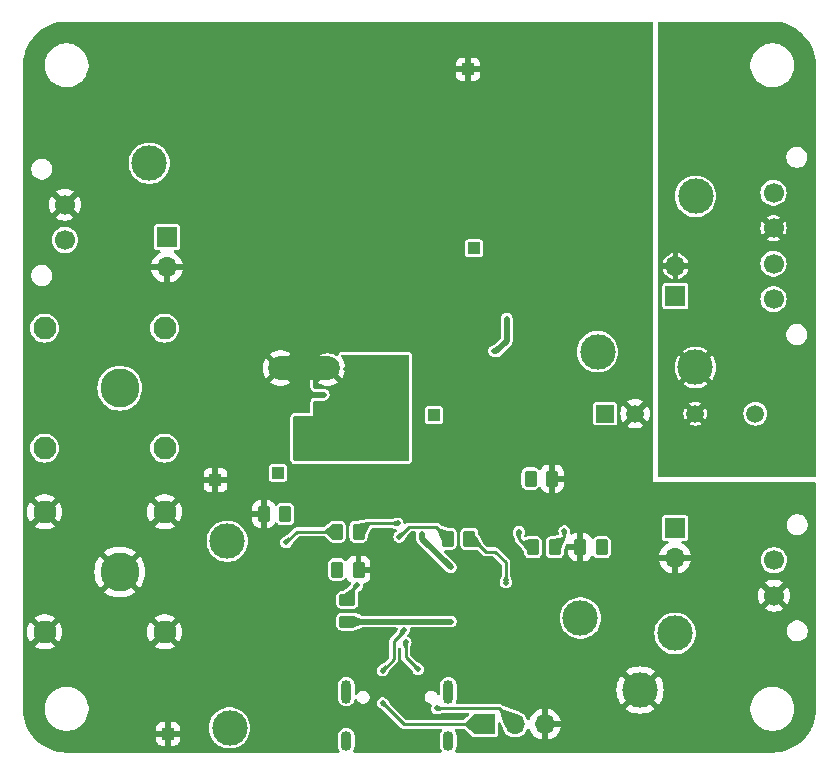
<source format=gbl>
G04 #@! TF.GenerationSoftware,KiCad,Pcbnew,8.0.5*
G04 #@! TF.CreationDate,2024-10-14T21:46:25-05:00*
G04 #@! TF.ProjectId,USBCPowerPCB,55534243-506f-4776-9572-5043422e6b69,rev?*
G04 #@! TF.SameCoordinates,Original*
G04 #@! TF.FileFunction,Copper,L2,Bot*
G04 #@! TF.FilePolarity,Positive*
%FSLAX46Y46*%
G04 Gerber Fmt 4.6, Leading zero omitted, Abs format (unit mm)*
G04 Created by KiCad (PCBNEW 8.0.5) date 2024-10-14 21:46:25*
%MOMM*%
%LPD*%
G01*
G04 APERTURE LIST*
G04 Aperture macros list*
%AMRoundRect*
0 Rectangle with rounded corners*
0 $1 Rounding radius*
0 $2 $3 $4 $5 $6 $7 $8 $9 X,Y pos of 4 corners*
0 Add a 4 corners polygon primitive as box body*
4,1,4,$2,$3,$4,$5,$6,$7,$8,$9,$2,$3,0*
0 Add four circle primitives for the rounded corners*
1,1,$1+$1,$2,$3*
1,1,$1+$1,$4,$5*
1,1,$1+$1,$6,$7*
1,1,$1+$1,$8,$9*
0 Add four rect primitives between the rounded corners*
20,1,$1+$1,$2,$3,$4,$5,0*
20,1,$1+$1,$4,$5,$6,$7,0*
20,1,$1+$1,$6,$7,$8,$9,0*
20,1,$1+$1,$8,$9,$2,$3,0*%
G04 Aperture macros list end*
G04 #@! TA.AperFunction,EtchedComponent*
%ADD10C,0.000000*%
G04 #@! TD*
G04 #@! TA.AperFunction,ComponentPad*
%ADD11O,0.900000X2.000000*%
G04 #@! TD*
G04 #@! TA.AperFunction,ComponentPad*
%ADD12O,0.900000X1.700000*%
G04 #@! TD*
G04 #@! TA.AperFunction,ComponentPad*
%ADD13C,1.950000*%
G04 #@! TD*
G04 #@! TA.AperFunction,ComponentPad*
%ADD14C,3.300000*%
G04 #@! TD*
G04 #@! TA.AperFunction,ComponentPad*
%ADD15C,3.000000*%
G04 #@! TD*
G04 #@! TA.AperFunction,ComponentPad*
%ADD16R,1.000000X1.000000*%
G04 #@! TD*
G04 #@! TA.AperFunction,ComponentPad*
%ADD17C,1.700000*%
G04 #@! TD*
G04 #@! TA.AperFunction,ComponentPad*
%ADD18R,1.700000X1.700000*%
G04 #@! TD*
G04 #@! TA.AperFunction,ComponentPad*
%ADD19O,1.700000X1.700000*%
G04 #@! TD*
G04 #@! TA.AperFunction,ComponentPad*
%ADD20R,1.500000X1.500000*%
G04 #@! TD*
G04 #@! TA.AperFunction,ComponentPad*
%ADD21C,1.500000*%
G04 #@! TD*
G04 #@! TA.AperFunction,SMDPad,CuDef*
%ADD22RoundRect,0.250000X0.262500X0.450000X-0.262500X0.450000X-0.262500X-0.450000X0.262500X-0.450000X0*%
G04 #@! TD*
G04 #@! TA.AperFunction,SMDPad,CuDef*
%ADD23RoundRect,0.250000X-0.450000X0.262500X-0.450000X-0.262500X0.450000X-0.262500X0.450000X0.262500X0*%
G04 #@! TD*
G04 #@! TA.AperFunction,SMDPad,CuDef*
%ADD24C,2.000000*%
G04 #@! TD*
G04 #@! TA.AperFunction,SMDPad,CuDef*
%ADD25RoundRect,0.250000X-0.262500X-0.450000X0.262500X-0.450000X0.262500X0.450000X-0.262500X0.450000X0*%
G04 #@! TD*
G04 #@! TA.AperFunction,ViaPad*
%ADD26C,0.500000*%
G04 #@! TD*
G04 #@! TA.AperFunction,Conductor*
%ADD27C,0.250000*%
G04 #@! TD*
G04 #@! TA.AperFunction,Conductor*
%ADD28C,0.500000*%
G04 #@! TD*
G04 APERTURE END LIST*
D10*
G04 #@! TA.AperFunction,EtchedComponent*
G36*
X136200000Y-113750000D02*
G01*
X132200000Y-113750000D01*
X132200000Y-111750000D01*
X136200000Y-111750000D01*
X136200000Y-113750000D01*
G37*
G04 #@! TD.AperFunction*
D11*
X146425000Y-140130000D03*
X137775000Y-140130000D03*
D12*
X146425000Y-144310000D03*
X137775000Y-144310000D03*
D13*
X122400000Y-119520000D03*
X122400000Y-109360000D03*
D14*
X118600000Y-114440000D03*
D13*
X112240000Y-119520000D03*
X112240000Y-109360000D03*
D15*
X162650000Y-140000000D03*
X167337500Y-112692500D03*
D16*
X126700000Y-122200000D03*
X122700000Y-143700000D03*
D17*
X173950000Y-97900000D03*
X173950000Y-100900000D03*
X173950000Y-103900000D03*
X173950000Y-106900000D03*
D15*
X165610000Y-135199000D03*
D18*
X165650000Y-106640000D03*
D19*
X165650000Y-104100000D03*
D15*
X159050000Y-111350000D03*
X127700000Y-127400000D03*
X167350000Y-98200000D03*
D16*
X148600000Y-102600000D03*
D18*
X165610000Y-126259000D03*
D19*
X165610000Y-128799000D03*
D17*
X174000000Y-128999000D03*
X174000000Y-131999000D03*
D15*
X121100000Y-95400000D03*
D16*
X145200000Y-116700000D03*
D18*
X149520000Y-142900000D03*
D19*
X152060000Y-142900000D03*
X154600000Y-142900000D03*
D15*
X127900000Y-143200000D03*
D16*
X148100000Y-87450000D03*
D15*
X157600000Y-133900000D03*
D18*
X122600000Y-101660000D03*
D19*
X122600000Y-104200000D03*
D13*
X122400000Y-135080000D03*
X122400000Y-124920000D03*
D14*
X118600000Y-130000000D03*
D13*
X112240000Y-135080000D03*
X112240000Y-124920000D03*
D17*
X113950000Y-101900000D03*
X113950000Y-98900000D03*
D16*
X132000000Y-121600000D03*
D20*
X159700000Y-116600000D03*
D21*
X162240000Y-116600000D03*
X167320000Y-116600000D03*
X172400000Y-116600000D03*
D22*
X148200000Y-127200000D03*
X146375000Y-127200000D03*
D23*
X137850000Y-132375000D03*
X137850000Y-134200000D03*
D24*
X136200000Y-112750000D03*
X132200000Y-112750000D03*
D25*
X153587500Y-127900000D03*
X155412500Y-127900000D03*
X153375000Y-122100000D03*
X155200000Y-122100000D03*
D22*
X138812500Y-129800000D03*
X136987500Y-129800000D03*
D25*
X157587496Y-127900000D03*
X159412496Y-127900000D03*
X136987500Y-126600000D03*
X138812500Y-126600000D03*
X130787500Y-125100000D03*
X132612500Y-125100000D03*
D26*
X142649496Y-134900000D03*
X140850000Y-138350000D03*
X145450000Y-141550000D03*
X140850000Y-141100000D03*
X148720000Y-138850000D03*
X138900000Y-139540000D03*
X145300000Y-139540000D03*
X156100000Y-109600000D03*
X149550000Y-127150000D03*
X145400000Y-133400000D03*
X132580000Y-115000000D03*
X141500000Y-99310000D03*
X125900000Y-116900000D03*
X137025000Y-124400000D03*
X143600000Y-110900000D03*
X149550000Y-133800000D03*
X156100000Y-110700000D03*
X141500000Y-103410000D03*
X149550000Y-129950000D03*
X125900000Y-119200000D03*
X149575000Y-132400000D03*
X154900000Y-123600000D03*
X137775000Y-135750000D03*
X137775000Y-136850000D03*
X143600000Y-109800000D03*
X156100000Y-108500000D03*
X125900000Y-120300000D03*
X125900000Y-117900000D03*
X125950000Y-114490000D03*
X144700000Y-106500000D03*
X146875000Y-135750000D03*
X144700000Y-107600000D03*
X149575000Y-126227630D03*
X145600000Y-131900000D03*
X131675000Y-143000000D03*
X156100000Y-107400000D03*
X150300000Y-110500000D03*
X135856250Y-114993750D03*
X128475000Y-136900000D03*
X146875000Y-136850000D03*
X132200000Y-116850000D03*
X142824685Y-131307700D03*
X125950000Y-115590000D03*
X149575000Y-129100000D03*
X141500000Y-102310000D03*
X131675000Y-141700000D03*
X141500000Y-100410000D03*
X149575000Y-134700000D03*
X149575000Y-131300000D03*
X146625000Y-134200000D03*
X146625000Y-129600000D03*
X144200000Y-126775000D03*
X132687499Y-127500000D03*
X137712500Y-119300000D03*
X138800000Y-112800000D03*
X137712500Y-117200000D03*
X138800000Y-119300000D03*
X133800000Y-118012500D03*
X137750000Y-112800000D03*
X133800000Y-119400000D03*
X138800000Y-117200000D03*
X152400000Y-126600000D03*
X143850000Y-138250000D03*
X142800000Y-135950000D03*
X132612500Y-125100000D03*
X159412496Y-127900000D03*
X136982500Y-129800000D03*
X151300000Y-130900000D03*
X138700000Y-131150000D03*
X142262500Y-127037500D03*
X142125000Y-125900000D03*
X153375000Y-122100000D03*
X156250000Y-126550000D03*
X151350000Y-108550000D03*
X150300000Y-111300000D03*
D27*
X142800000Y-135950000D02*
X142800000Y-137200000D01*
X142800000Y-137200000D02*
X143850000Y-138250000D01*
X142649496Y-134900000D02*
X142649496Y-135000504D01*
X142649496Y-135000504D02*
X141800000Y-135850000D01*
X141800000Y-135850000D02*
X141800000Y-137400000D01*
X141800000Y-137400000D02*
X140850000Y-138350000D01*
X145450000Y-141550000D02*
X150710000Y-141550000D01*
X150710000Y-141550000D02*
X152060000Y-142900000D01*
X142650000Y-142900000D02*
X140850000Y-141100000D01*
X149520000Y-142900000D02*
X142650000Y-142900000D01*
X138700000Y-131150000D02*
X138300000Y-131550000D01*
X138300000Y-131550000D02*
X138300000Y-131925000D01*
X138300000Y-131925000D02*
X137850000Y-132375000D01*
X132586250Y-114993750D02*
X132580000Y-115000000D01*
D28*
X135856250Y-114993750D02*
X132586250Y-114993750D01*
X144200000Y-127175000D02*
X146625000Y-129600000D01*
X146625000Y-134200000D02*
X137850000Y-134200000D01*
X144200000Y-126775000D02*
X144200000Y-127175000D01*
D27*
X136987500Y-126600000D02*
X133587499Y-126600000D01*
X133587499Y-126600000D02*
X132687499Y-127500000D01*
X152400000Y-126600000D02*
X152400000Y-127200000D01*
X153100000Y-127900000D02*
X153587500Y-127900000D01*
X152400000Y-127200000D02*
X153100000Y-127900000D01*
X148500000Y-127200000D02*
X149600000Y-128300000D01*
X150400000Y-128300000D02*
X151300000Y-129200000D01*
X151300000Y-129200000D02*
X151300000Y-130900000D01*
X149600000Y-128300000D02*
X150400000Y-128300000D01*
X143100000Y-126200000D02*
X145375000Y-126200000D01*
X142262500Y-127037500D02*
X143100000Y-126200000D01*
X145375000Y-126200000D02*
X146375000Y-127200000D01*
X142125000Y-125900000D02*
X139512500Y-125900000D01*
X139512500Y-125900000D02*
X138812500Y-126600000D01*
X156250000Y-127062500D02*
X155412500Y-127900000D01*
X156250000Y-126550000D02*
X156250000Y-127062500D01*
D28*
X151350000Y-110439950D02*
X150489950Y-111300000D01*
X150489950Y-111300000D02*
X150300000Y-111300000D01*
X151350000Y-108550000D02*
X151350000Y-110439950D01*
G04 #@! TA.AperFunction,Conductor*
G36*
X163693039Y-83419923D02*
G01*
X163738794Y-83472727D01*
X163750000Y-83524239D01*
X163750000Y-122400000D01*
X177425500Y-122400000D01*
X177492539Y-122419685D01*
X177538294Y-122472489D01*
X177549500Y-122524000D01*
X177549500Y-141596948D01*
X177549351Y-141603033D01*
X177531984Y-141956531D01*
X177530791Y-141968640D01*
X177479308Y-142315712D01*
X177476934Y-142327648D01*
X177391680Y-142668001D01*
X177388147Y-142679646D01*
X177269945Y-143009996D01*
X177265289Y-143021237D01*
X177115270Y-143338429D01*
X177109533Y-143349162D01*
X176929156Y-143650102D01*
X176922396Y-143660220D01*
X176713377Y-143942049D01*
X176705657Y-143951455D01*
X176470033Y-144211428D01*
X176461428Y-144220033D01*
X176201455Y-144455657D01*
X176192049Y-144463377D01*
X175910220Y-144672396D01*
X175900102Y-144679156D01*
X175599162Y-144859533D01*
X175588429Y-144865270D01*
X175271237Y-145015289D01*
X175259996Y-145019945D01*
X174929646Y-145138147D01*
X174918001Y-145141680D01*
X174577648Y-145226934D01*
X174565712Y-145229308D01*
X174218640Y-145280791D01*
X174206531Y-145281984D01*
X173873016Y-145298369D01*
X173853031Y-145299351D01*
X173846949Y-145299500D01*
X147105581Y-145299500D01*
X147038542Y-145279815D01*
X146992787Y-145227011D01*
X146982843Y-145157853D01*
X147002479Y-145106609D01*
X147045771Y-145041817D01*
X147045771Y-145041816D01*
X147045775Y-145041811D01*
X147098580Y-144914328D01*
X147108856Y-144862668D01*
X147125500Y-144778995D01*
X147125500Y-143841004D01*
X147098581Y-143705677D01*
X147098580Y-143705676D01*
X147098580Y-143705672D01*
X147094109Y-143694878D01*
X147045778Y-143578195D01*
X147045776Y-143578191D01*
X147045775Y-143578189D01*
X146972409Y-143468390D01*
X146951532Y-143401714D01*
X146970016Y-143334334D01*
X147021995Y-143287643D01*
X147075512Y-143275500D01*
X147674276Y-143275500D01*
X147741315Y-143295185D01*
X147754740Y-143305152D01*
X148495243Y-143936759D01*
X148495297Y-143936805D01*
X148496029Y-143937429D01*
X148496031Y-143937430D01*
X148496032Y-143937431D01*
X148521830Y-143952534D01*
X148528072Y-143956442D01*
X148572258Y-143985966D01*
X148645321Y-144000499D01*
X148645324Y-144000500D01*
X148645326Y-144000500D01*
X148653813Y-144000500D01*
X148663311Y-144001342D01*
X148669212Y-144001286D01*
X148669219Y-144001288D01*
X148669225Y-144001286D01*
X148678204Y-144001203D01*
X148685369Y-144000500D01*
X150394676Y-144000500D01*
X150394677Y-144000499D01*
X150467740Y-143985966D01*
X150550601Y-143930601D01*
X150605966Y-143847740D01*
X150620500Y-143774674D01*
X150620500Y-142860691D01*
X150640185Y-142793652D01*
X150692989Y-142747897D01*
X150762147Y-142737953D01*
X150825703Y-142766978D01*
X150861499Y-142819616D01*
X150889719Y-142900000D01*
X150919679Y-142985340D01*
X151026195Y-143288750D01*
X151028458Y-143295877D01*
X151029417Y-143299248D01*
X151029978Y-143300696D01*
X151032828Y-143307079D01*
X151034677Y-143311736D01*
X151035363Y-143313043D01*
X151041943Y-143324406D01*
X151120327Y-143481821D01*
X151243237Y-143644581D01*
X151393958Y-143781980D01*
X151393960Y-143781982D01*
X151489285Y-143841004D01*
X151567363Y-143889348D01*
X151757544Y-143963024D01*
X151958024Y-144000500D01*
X151958026Y-144000500D01*
X152161974Y-144000500D01*
X152161976Y-144000500D01*
X152362456Y-143963024D01*
X152552637Y-143889348D01*
X152726041Y-143781981D01*
X152876764Y-143644579D01*
X152999673Y-143481821D01*
X153071073Y-143338429D01*
X153086817Y-143306812D01*
X153134319Y-143255575D01*
X153201982Y-143238153D01*
X153268323Y-143260078D01*
X153312278Y-143314389D01*
X153317592Y-143329989D01*
X153326567Y-143363485D01*
X153326570Y-143363492D01*
X153426399Y-143577578D01*
X153561894Y-143771082D01*
X153728917Y-143938105D01*
X153922421Y-144073600D01*
X154136507Y-144173429D01*
X154136516Y-144173433D01*
X154350000Y-144230634D01*
X154350000Y-143333012D01*
X154407007Y-143365925D01*
X154534174Y-143400000D01*
X154665826Y-143400000D01*
X154792993Y-143365925D01*
X154850000Y-143333012D01*
X154850000Y-144230633D01*
X155063483Y-144173433D01*
X155063492Y-144173429D01*
X155277578Y-144073600D01*
X155471082Y-143938105D01*
X155638105Y-143771082D01*
X155773600Y-143577578D01*
X155873429Y-143363492D01*
X155873432Y-143363486D01*
X155930636Y-143150000D01*
X155033012Y-143150000D01*
X155065925Y-143092993D01*
X155100000Y-142965826D01*
X155100000Y-142834174D01*
X155065925Y-142707007D01*
X155033012Y-142650000D01*
X155930636Y-142650000D01*
X155930635Y-142649999D01*
X155873432Y-142436513D01*
X155873429Y-142436507D01*
X155773600Y-142222422D01*
X155773599Y-142222420D01*
X155638113Y-142028926D01*
X155638108Y-142028920D01*
X155471082Y-141861894D01*
X155277578Y-141726399D01*
X155063492Y-141626570D01*
X155063486Y-141626567D01*
X154850000Y-141569364D01*
X154850000Y-142466988D01*
X154792993Y-142434075D01*
X154665826Y-142400000D01*
X154534174Y-142400000D01*
X154407007Y-142434075D01*
X154350000Y-142466988D01*
X154350000Y-141569364D01*
X154349999Y-141569364D01*
X154136513Y-141626567D01*
X154136507Y-141626570D01*
X153922422Y-141726399D01*
X153922420Y-141726400D01*
X153728926Y-141861886D01*
X153728920Y-141861891D01*
X153561891Y-142028920D01*
X153561886Y-142028926D01*
X153426400Y-142222420D01*
X153426399Y-142222422D01*
X153326570Y-142436507D01*
X153326568Y-142436511D01*
X153317592Y-142470011D01*
X153281226Y-142529671D01*
X153218379Y-142560199D01*
X153149003Y-142551904D01*
X153095126Y-142507418D01*
X153086817Y-142493188D01*
X153004388Y-142327648D01*
X152999673Y-142318179D01*
X152908456Y-142197388D01*
X152876762Y-142155418D01*
X152726042Y-142018020D01*
X152726041Y-142018019D01*
X152636486Y-141962569D01*
X152552638Y-141910652D01*
X152490135Y-141886438D01*
X152471823Y-141877552D01*
X152458266Y-141869536D01*
X151519660Y-141540026D01*
X151101575Y-141393251D01*
X151054969Y-141363932D01*
X150940563Y-141249526D01*
X150940562Y-141249525D01*
X150854938Y-141200090D01*
X150807186Y-141187295D01*
X150807184Y-141187294D01*
X150807182Y-141187293D01*
X150759436Y-141174500D01*
X150759435Y-141174500D01*
X147163966Y-141174500D01*
X147096927Y-141154815D01*
X147051172Y-141102011D01*
X147041228Y-141032853D01*
X147049405Y-141003047D01*
X147071182Y-140950472D01*
X147098580Y-140884328D01*
X147110952Y-140822129D01*
X147125500Y-140748995D01*
X147125500Y-139999998D01*
X160644891Y-139999998D01*
X160644891Y-140000001D01*
X160665300Y-140285362D01*
X160726109Y-140564895D01*
X160826091Y-140832958D01*
X160963191Y-141084038D01*
X160963196Y-141084046D01*
X161069882Y-141226561D01*
X161069883Y-141226562D01*
X161787425Y-140509019D01*
X161873249Y-140637463D01*
X162012537Y-140776751D01*
X162140978Y-140862573D01*
X161423436Y-141580115D01*
X161565960Y-141686807D01*
X161565961Y-141686808D01*
X161817042Y-141823908D01*
X161817041Y-141823908D01*
X162085104Y-141923890D01*
X162364637Y-141984699D01*
X162649999Y-142005109D01*
X162650001Y-142005109D01*
X162935362Y-141984699D01*
X163214895Y-141923890D01*
X163482958Y-141823908D01*
X163734047Y-141686803D01*
X163876561Y-141580116D01*
X163876562Y-141580115D01*
X163774903Y-141478456D01*
X171995500Y-141478456D01*
X171995500Y-141721543D01*
X171995501Y-141721559D01*
X172027230Y-141962569D01*
X172090149Y-142197386D01*
X172183175Y-142421972D01*
X172183182Y-142421987D01*
X172304730Y-142632516D01*
X172452722Y-142825380D01*
X172452730Y-142825389D01*
X172624611Y-142997270D01*
X172624619Y-142997277D01*
X172817483Y-143145269D01*
X173028012Y-143266817D01*
X173028027Y-143266824D01*
X173109802Y-143300696D01*
X173252612Y-143359850D01*
X173487429Y-143422769D01*
X173728450Y-143454500D01*
X173728457Y-143454500D01*
X173971543Y-143454500D01*
X173971550Y-143454500D01*
X174212571Y-143422769D01*
X174447388Y-143359850D01*
X174671984Y-143266819D01*
X174882516Y-143145269D01*
X175075380Y-142997278D01*
X175075384Y-142997273D01*
X175075389Y-142997270D01*
X175247270Y-142825389D01*
X175247273Y-142825384D01*
X175247278Y-142825380D01*
X175395269Y-142632516D01*
X175516819Y-142421984D01*
X175609850Y-142197388D01*
X175672769Y-141962571D01*
X175704500Y-141721550D01*
X175704500Y-141478450D01*
X175672769Y-141237429D01*
X175609850Y-141002612D01*
X175555145Y-140870542D01*
X175516824Y-140778027D01*
X175516817Y-140778012D01*
X175395269Y-140567483D01*
X175247277Y-140374619D01*
X175247270Y-140374611D01*
X175075389Y-140202730D01*
X175075380Y-140202722D01*
X174882516Y-140054730D01*
X174671987Y-139933182D01*
X174671972Y-139933175D01*
X174447386Y-139840149D01*
X174212569Y-139777230D01*
X173971559Y-139745501D01*
X173971556Y-139745500D01*
X173971550Y-139745500D01*
X173728450Y-139745500D01*
X173728444Y-139745500D01*
X173728440Y-139745501D01*
X173487430Y-139777230D01*
X173252613Y-139840149D01*
X173028027Y-139933175D01*
X173028012Y-139933182D01*
X172817483Y-140054730D01*
X172624619Y-140202722D01*
X172452722Y-140374619D01*
X172304730Y-140567483D01*
X172183182Y-140778012D01*
X172183175Y-140778027D01*
X172090149Y-141002613D01*
X172027230Y-141237430D01*
X171995501Y-141478440D01*
X171995500Y-141478456D01*
X163774903Y-141478456D01*
X163159021Y-140862573D01*
X163287463Y-140776751D01*
X163426751Y-140637463D01*
X163512573Y-140509020D01*
X164230115Y-141226562D01*
X164230116Y-141226561D01*
X164336803Y-141084047D01*
X164473908Y-140832958D01*
X164573890Y-140564895D01*
X164634699Y-140285362D01*
X164655109Y-140000001D01*
X164655109Y-139999998D01*
X164634699Y-139714637D01*
X164573890Y-139435104D01*
X164473908Y-139167041D01*
X164336808Y-138915961D01*
X164336807Y-138915960D01*
X164230115Y-138773436D01*
X163512573Y-139490978D01*
X163426751Y-139362537D01*
X163287463Y-139223249D01*
X163159020Y-139137425D01*
X163876562Y-138419883D01*
X163876561Y-138419882D01*
X163734046Y-138313196D01*
X163734038Y-138313191D01*
X163482957Y-138176091D01*
X163482958Y-138176091D01*
X163214895Y-138076109D01*
X162935362Y-138015300D01*
X162650001Y-137994891D01*
X162649999Y-137994891D01*
X162364637Y-138015300D01*
X162085104Y-138076109D01*
X161817041Y-138176091D01*
X161565961Y-138313191D01*
X161565953Y-138313196D01*
X161423437Y-138419882D01*
X161423436Y-138419883D01*
X162140979Y-139137426D01*
X162012537Y-139223249D01*
X161873249Y-139362537D01*
X161787426Y-139490979D01*
X161069883Y-138773436D01*
X161069882Y-138773437D01*
X160963196Y-138915953D01*
X160963191Y-138915961D01*
X160826091Y-139167041D01*
X160726109Y-139435104D01*
X160665300Y-139714637D01*
X160644891Y-139999998D01*
X147125500Y-139999998D01*
X147125500Y-139511004D01*
X147098581Y-139375677D01*
X147098580Y-139375676D01*
X147098580Y-139375672D01*
X147093139Y-139362537D01*
X147045778Y-139248195D01*
X147045771Y-139248182D01*
X146969114Y-139133458D01*
X146969111Y-139133454D01*
X146871545Y-139035888D01*
X146871541Y-139035885D01*
X146756817Y-138959228D01*
X146756804Y-138959221D01*
X146629332Y-138906421D01*
X146629322Y-138906418D01*
X146493995Y-138879500D01*
X146493993Y-138879500D01*
X146356007Y-138879500D01*
X146356005Y-138879500D01*
X146220677Y-138906418D01*
X146220667Y-138906421D01*
X146093195Y-138959221D01*
X146093182Y-138959228D01*
X145978458Y-139035885D01*
X145978454Y-139035888D01*
X145880888Y-139133454D01*
X145880885Y-139133458D01*
X145804228Y-139248182D01*
X145804221Y-139248195D01*
X145751421Y-139375667D01*
X145751418Y-139375677D01*
X145724500Y-139511004D01*
X145724500Y-140310416D01*
X145704815Y-140377455D01*
X145652011Y-140423210D01*
X145582853Y-140433154D01*
X145519297Y-140404129D01*
X145493113Y-140372416D01*
X145433713Y-140269532D01*
X145433709Y-140269527D01*
X145330472Y-140166290D01*
X145330467Y-140166286D01*
X145204031Y-140093289D01*
X145204030Y-140093288D01*
X145204029Y-140093288D01*
X145063001Y-140055500D01*
X144916999Y-140055500D01*
X144775971Y-140093288D01*
X144775968Y-140093289D01*
X144649532Y-140166286D01*
X144649527Y-140166290D01*
X144546290Y-140269527D01*
X144546286Y-140269532D01*
X144473289Y-140395968D01*
X144473288Y-140395971D01*
X144435500Y-140536999D01*
X144435500Y-140683001D01*
X144465112Y-140793513D01*
X144473288Y-140824028D01*
X144473289Y-140824031D01*
X144546286Y-140950467D01*
X144546288Y-140950470D01*
X144546289Y-140950471D01*
X144649529Y-141053711D01*
X144775971Y-141126712D01*
X144916914Y-141164477D01*
X144976575Y-141200842D01*
X145007104Y-141263689D01*
X144998809Y-141333064D01*
X144997616Y-141335763D01*
X144964834Y-141407545D01*
X144944353Y-141550000D01*
X144964834Y-141692456D01*
X144998944Y-141767145D01*
X145024623Y-141823373D01*
X145118872Y-141932143D01*
X145239947Y-142009953D01*
X145239950Y-142009954D01*
X145239949Y-142009954D01*
X145378036Y-142050499D01*
X145378038Y-142050500D01*
X145378039Y-142050500D01*
X145521963Y-142050500D01*
X145521963Y-142050499D01*
X145590038Y-142030509D01*
X145617556Y-142025708D01*
X145620279Y-142025545D01*
X145986547Y-141929550D01*
X146017984Y-141925500D01*
X148085793Y-141925500D01*
X148152832Y-141945185D01*
X148198587Y-141997989D01*
X148208531Y-142067147D01*
X148179506Y-142130703D01*
X148166264Y-142143840D01*
X147964760Y-142315712D01*
X147754744Y-142494843D01*
X147690964Y-142523372D01*
X147674275Y-142524500D01*
X142856899Y-142524500D01*
X142789860Y-142504815D01*
X142769218Y-142488181D01*
X141517145Y-141236108D01*
X141497780Y-141211014D01*
X141306671Y-140884149D01*
X141305831Y-140883132D01*
X141304712Y-140881344D01*
X141303809Y-140880052D01*
X141303874Y-140880006D01*
X141288647Y-140855682D01*
X141275381Y-140826634D01*
X141275376Y-140826626D01*
X141181128Y-140717857D01*
X141060053Y-140640047D01*
X141060051Y-140640046D01*
X141060049Y-140640045D01*
X141060050Y-140640045D01*
X140921963Y-140599500D01*
X140921961Y-140599500D01*
X140778039Y-140599500D01*
X140778036Y-140599500D01*
X140639949Y-140640045D01*
X140518873Y-140717856D01*
X140424623Y-140826626D01*
X140424622Y-140826628D01*
X140364834Y-140957543D01*
X140344353Y-141100000D01*
X140364834Y-141242456D01*
X140406214Y-141333064D01*
X140424623Y-141373373D01*
X140518872Y-141482143D01*
X140625836Y-141550884D01*
X140631574Y-141554804D01*
X140634142Y-141556665D01*
X140634145Y-141556668D01*
X140916151Y-141721550D01*
X140961014Y-141747780D01*
X140986108Y-141767145D01*
X142349525Y-143130562D01*
X142419438Y-143200475D01*
X142505062Y-143249910D01*
X142532978Y-143257390D01*
X142600564Y-143275500D01*
X142600565Y-143275500D01*
X145774488Y-143275500D01*
X145841527Y-143295185D01*
X145887282Y-143347989D01*
X145897226Y-143417147D01*
X145877590Y-143468391D01*
X145804228Y-143578183D01*
X145804221Y-143578195D01*
X145751421Y-143705667D01*
X145751418Y-143705677D01*
X145724500Y-143841004D01*
X145724500Y-143841007D01*
X145724500Y-144778993D01*
X145724500Y-144778995D01*
X145724499Y-144778995D01*
X145751418Y-144914322D01*
X145751421Y-144914332D01*
X145804221Y-145041804D01*
X145804228Y-145041817D01*
X145847521Y-145106609D01*
X145868399Y-145173287D01*
X145849914Y-145240667D01*
X145797936Y-145287357D01*
X145744419Y-145299500D01*
X138455581Y-145299500D01*
X138388542Y-145279815D01*
X138342787Y-145227011D01*
X138332843Y-145157853D01*
X138352479Y-145106609D01*
X138395771Y-145041817D01*
X138395771Y-145041816D01*
X138395775Y-145041811D01*
X138448580Y-144914328D01*
X138458856Y-144862668D01*
X138475500Y-144778995D01*
X138475500Y-143841004D01*
X138448581Y-143705677D01*
X138448580Y-143705676D01*
X138448580Y-143705672D01*
X138444109Y-143694878D01*
X138395778Y-143578195D01*
X138395771Y-143578182D01*
X138319114Y-143463458D01*
X138319111Y-143463454D01*
X138221545Y-143365888D01*
X138221541Y-143365885D01*
X138106817Y-143289228D01*
X138106804Y-143289221D01*
X137979332Y-143236421D01*
X137979322Y-143236418D01*
X137843995Y-143209500D01*
X137843993Y-143209500D01*
X137706007Y-143209500D01*
X137706005Y-143209500D01*
X137570677Y-143236418D01*
X137570667Y-143236421D01*
X137443195Y-143289221D01*
X137443182Y-143289228D01*
X137328458Y-143365885D01*
X137328454Y-143365888D01*
X137230888Y-143463454D01*
X137230885Y-143463458D01*
X137154228Y-143578182D01*
X137154221Y-143578195D01*
X137101421Y-143705667D01*
X137101418Y-143705677D01*
X137074500Y-143841004D01*
X137074500Y-143841007D01*
X137074500Y-144778993D01*
X137074500Y-144778995D01*
X137074499Y-144778995D01*
X137101418Y-144914322D01*
X137101421Y-144914332D01*
X137154221Y-145041804D01*
X137154228Y-145041817D01*
X137197521Y-145106609D01*
X137218399Y-145173287D01*
X137199914Y-145240667D01*
X137147936Y-145287357D01*
X137094419Y-145299500D01*
X114057274Y-145299500D01*
X114049742Y-145299271D01*
X113703182Y-145278182D01*
X113691277Y-145276878D01*
X113350211Y-145222747D01*
X113338488Y-145220301D01*
X113004229Y-145133521D01*
X112992797Y-145129956D01*
X112928962Y-145106609D01*
X112668460Y-145011332D01*
X112657435Y-145006684D01*
X112346078Y-144857336D01*
X112335543Y-144851642D01*
X112040016Y-144672938D01*
X112030079Y-144666253D01*
X111753193Y-144459892D01*
X111743947Y-144452280D01*
X111518743Y-144247844D01*
X121700000Y-144247844D01*
X121706401Y-144307372D01*
X121706403Y-144307379D01*
X121756645Y-144442086D01*
X121756649Y-144442093D01*
X121842809Y-144557187D01*
X121842812Y-144557190D01*
X121957906Y-144643350D01*
X121957913Y-144643354D01*
X122092620Y-144693596D01*
X122092627Y-144693598D01*
X122152155Y-144699999D01*
X122152172Y-144700000D01*
X122450000Y-144700000D01*
X122950000Y-144700000D01*
X123247828Y-144700000D01*
X123247844Y-144699999D01*
X123307372Y-144693598D01*
X123307379Y-144693596D01*
X123442086Y-144643354D01*
X123442093Y-144643350D01*
X123557187Y-144557190D01*
X123557190Y-144557187D01*
X123643350Y-144442093D01*
X123643354Y-144442086D01*
X123693596Y-144307379D01*
X123693598Y-144307372D01*
X123699999Y-144247844D01*
X123700000Y-144247827D01*
X123700000Y-143950000D01*
X122950000Y-143950000D01*
X122950000Y-144700000D01*
X122450000Y-144700000D01*
X122450000Y-143950000D01*
X121700000Y-143950000D01*
X121700000Y-144247844D01*
X111518743Y-144247844D01*
X111499785Y-144230634D01*
X111488248Y-144220161D01*
X111479784Y-144211697D01*
X111459051Y-144188857D01*
X111247667Y-143955989D01*
X111240065Y-143946754D01*
X111033690Y-143669841D01*
X111027017Y-143659920D01*
X111021183Y-143650272D01*
X122450000Y-143650272D01*
X122450000Y-143749728D01*
X122488060Y-143841614D01*
X122558386Y-143911940D01*
X122650272Y-143950000D01*
X122749728Y-143950000D01*
X122841614Y-143911940D01*
X122911940Y-143841614D01*
X122950000Y-143749728D01*
X122950000Y-143650272D01*
X122911940Y-143558386D01*
X122841614Y-143488060D01*
X122749728Y-143450000D01*
X122950000Y-143450000D01*
X123700000Y-143450000D01*
X123700000Y-143199995D01*
X126144592Y-143199995D01*
X126144592Y-143200004D01*
X126164196Y-143461620D01*
X126164197Y-143461625D01*
X126222576Y-143717402D01*
X126222578Y-143717411D01*
X126222580Y-143717416D01*
X126318432Y-143961643D01*
X126449614Y-144188857D01*
X126496655Y-144247844D01*
X126613198Y-144393985D01*
X126684079Y-144459752D01*
X126805521Y-144572433D01*
X127022296Y-144720228D01*
X127022301Y-144720230D01*
X127022302Y-144720231D01*
X127022303Y-144720232D01*
X127144323Y-144778993D01*
X127258673Y-144834061D01*
X127258674Y-144834061D01*
X127258677Y-144834063D01*
X127509385Y-144911396D01*
X127768818Y-144950500D01*
X128031182Y-144950500D01*
X128290615Y-144911396D01*
X128541323Y-144834063D01*
X128777704Y-144720228D01*
X128994479Y-144572433D01*
X129186805Y-144393981D01*
X129350386Y-144188857D01*
X129481568Y-143961643D01*
X129577420Y-143717416D01*
X129635802Y-143461630D01*
X129635803Y-143461620D01*
X129655408Y-143200004D01*
X129655408Y-143199995D01*
X129635803Y-142938379D01*
X129635802Y-142938374D01*
X129635802Y-142938370D01*
X129577420Y-142682584D01*
X129481568Y-142438357D01*
X129350386Y-142211143D01*
X129186805Y-142006019D01*
X129186804Y-142006018D01*
X129186801Y-142006014D01*
X128994479Y-141827567D01*
X128877453Y-141747780D01*
X128777704Y-141679772D01*
X128777700Y-141679770D01*
X128777697Y-141679768D01*
X128777696Y-141679767D01*
X128541325Y-141565938D01*
X128541327Y-141565938D01*
X128290623Y-141488606D01*
X128290619Y-141488605D01*
X128290615Y-141488604D01*
X128165823Y-141469794D01*
X128031187Y-141449500D01*
X128031182Y-141449500D01*
X127768818Y-141449500D01*
X127768812Y-141449500D01*
X127607247Y-141473853D01*
X127509385Y-141488604D01*
X127509382Y-141488605D01*
X127509376Y-141488606D01*
X127258673Y-141565938D01*
X127022303Y-141679767D01*
X127022302Y-141679768D01*
X127022296Y-141679771D01*
X127022296Y-141679772D01*
X127011978Y-141686807D01*
X126805520Y-141827567D01*
X126613198Y-142006014D01*
X126449614Y-142211143D01*
X126318432Y-142438356D01*
X126222582Y-142682578D01*
X126222576Y-142682597D01*
X126164197Y-142938374D01*
X126164196Y-142938379D01*
X126144592Y-143199995D01*
X123700000Y-143199995D01*
X123700000Y-143152172D01*
X123699999Y-143152155D01*
X123693598Y-143092627D01*
X123693596Y-143092620D01*
X123643354Y-142957913D01*
X123643350Y-142957906D01*
X123557190Y-142842812D01*
X123557187Y-142842809D01*
X123442093Y-142756649D01*
X123442086Y-142756645D01*
X123307379Y-142706403D01*
X123307372Y-142706401D01*
X123247844Y-142700000D01*
X122950000Y-142700000D01*
X122950000Y-143450000D01*
X122749728Y-143450000D01*
X122650272Y-143450000D01*
X122558386Y-143488060D01*
X122488060Y-143558386D01*
X122450000Y-143650272D01*
X111021183Y-143650272D01*
X110919326Y-143481819D01*
X110848326Y-143364398D01*
X110842632Y-143353863D01*
X110693286Y-143042494D01*
X110688634Y-143031458D01*
X110661737Y-142957913D01*
X110570019Y-142707126D01*
X110566460Y-142695716D01*
X110479681Y-142361436D01*
X110477236Y-142349716D01*
X110472232Y-142318179D01*
X110423110Y-142008631D01*
X110421810Y-141996747D01*
X110400729Y-141650201D01*
X110400500Y-141642672D01*
X110400500Y-141478456D01*
X112245500Y-141478456D01*
X112245500Y-141721543D01*
X112245501Y-141721559D01*
X112277230Y-141962569D01*
X112340149Y-142197386D01*
X112433175Y-142421972D01*
X112433182Y-142421987D01*
X112554730Y-142632516D01*
X112702722Y-142825380D01*
X112702730Y-142825389D01*
X112874611Y-142997270D01*
X112874619Y-142997277D01*
X113067483Y-143145269D01*
X113278012Y-143266817D01*
X113278027Y-143266824D01*
X113359802Y-143300696D01*
X113502612Y-143359850D01*
X113737429Y-143422769D01*
X113978450Y-143454500D01*
X113978457Y-143454500D01*
X114221543Y-143454500D01*
X114221550Y-143454500D01*
X114462571Y-143422769D01*
X114697388Y-143359850D01*
X114921984Y-143266819D01*
X115120589Y-143152155D01*
X121700000Y-143152155D01*
X121700000Y-143450000D01*
X122450000Y-143450000D01*
X122450000Y-142700000D01*
X122152155Y-142700000D01*
X122092627Y-142706401D01*
X122092620Y-142706403D01*
X121957913Y-142756645D01*
X121957906Y-142756649D01*
X121842812Y-142842809D01*
X121842809Y-142842812D01*
X121756649Y-142957906D01*
X121756645Y-142957913D01*
X121706403Y-143092620D01*
X121706401Y-143092627D01*
X121700000Y-143152155D01*
X115120589Y-143152155D01*
X115132516Y-143145269D01*
X115325380Y-142997278D01*
X115325384Y-142997273D01*
X115325389Y-142997270D01*
X115497270Y-142825389D01*
X115497273Y-142825384D01*
X115497278Y-142825380D01*
X115645269Y-142632516D01*
X115766819Y-142421984D01*
X115859850Y-142197388D01*
X115922769Y-141962571D01*
X115954500Y-141721550D01*
X115954500Y-141478450D01*
X115922769Y-141237429D01*
X115859850Y-141002612D01*
X115805145Y-140870542D01*
X115766824Y-140778027D01*
X115766817Y-140778012D01*
X115750064Y-140748995D01*
X137074499Y-140748995D01*
X137101418Y-140884322D01*
X137101421Y-140884332D01*
X137154221Y-141011804D01*
X137154228Y-141011817D01*
X137230885Y-141126541D01*
X137230888Y-141126545D01*
X137328454Y-141224111D01*
X137328458Y-141224114D01*
X137443182Y-141300771D01*
X137443195Y-141300778D01*
X137570667Y-141353578D01*
X137570672Y-141353580D01*
X137570676Y-141353580D01*
X137570677Y-141353581D01*
X137706004Y-141380500D01*
X137706007Y-141380500D01*
X137843995Y-141380500D01*
X137935041Y-141362389D01*
X137979328Y-141353580D01*
X138106811Y-141300775D01*
X138221542Y-141224114D01*
X138319114Y-141126542D01*
X138395775Y-141011811D01*
X138448580Y-140884328D01*
X138456324Y-140845392D01*
X138488707Y-140783485D01*
X138549422Y-140748909D01*
X138619192Y-140752647D01*
X138675864Y-140793513D01*
X138692501Y-140822129D01*
X138693288Y-140824029D01*
X138766286Y-140950467D01*
X138766288Y-140950470D01*
X138766289Y-140950471D01*
X138869529Y-141053711D01*
X138995971Y-141126712D01*
X139136999Y-141164500D01*
X139137001Y-141164500D01*
X139282999Y-141164500D01*
X139283001Y-141164500D01*
X139424029Y-141126712D01*
X139550471Y-141053711D01*
X139653711Y-140950471D01*
X139726712Y-140824029D01*
X139764500Y-140683001D01*
X139764500Y-140536999D01*
X139726712Y-140395971D01*
X139653711Y-140269529D01*
X139550471Y-140166289D01*
X139550470Y-140166288D01*
X139550467Y-140166286D01*
X139424031Y-140093289D01*
X139424030Y-140093288D01*
X139424029Y-140093288D01*
X139283001Y-140055500D01*
X139136999Y-140055500D01*
X138995971Y-140093288D01*
X138995968Y-140093289D01*
X138869532Y-140166286D01*
X138869527Y-140166290D01*
X138766290Y-140269527D01*
X138766286Y-140269532D01*
X138706887Y-140372416D01*
X138656320Y-140420632D01*
X138587713Y-140433855D01*
X138522848Y-140407887D01*
X138482320Y-140350973D01*
X138475500Y-140310416D01*
X138475500Y-139511004D01*
X138448581Y-139375677D01*
X138448580Y-139375676D01*
X138448580Y-139375672D01*
X138443139Y-139362537D01*
X138395778Y-139248195D01*
X138395771Y-139248182D01*
X138319114Y-139133458D01*
X138319111Y-139133454D01*
X138221545Y-139035888D01*
X138221541Y-139035885D01*
X138106817Y-138959228D01*
X138106804Y-138959221D01*
X137979332Y-138906421D01*
X137979322Y-138906418D01*
X137843995Y-138879500D01*
X137843993Y-138879500D01*
X137706007Y-138879500D01*
X137706005Y-138879500D01*
X137570677Y-138906418D01*
X137570667Y-138906421D01*
X137443195Y-138959221D01*
X137443182Y-138959228D01*
X137328458Y-139035885D01*
X137328454Y-139035888D01*
X137230888Y-139133454D01*
X137230885Y-139133458D01*
X137154228Y-139248182D01*
X137154221Y-139248195D01*
X137101421Y-139375667D01*
X137101418Y-139375677D01*
X137074500Y-139511004D01*
X137074500Y-139511007D01*
X137074500Y-140748993D01*
X137074500Y-140748995D01*
X137074499Y-140748995D01*
X115750064Y-140748995D01*
X115645269Y-140567483D01*
X115497277Y-140374619D01*
X115497270Y-140374611D01*
X115325389Y-140202730D01*
X115325380Y-140202722D01*
X115132516Y-140054730D01*
X114921987Y-139933182D01*
X114921972Y-139933175D01*
X114697386Y-139840149D01*
X114462569Y-139777230D01*
X114221559Y-139745501D01*
X114221556Y-139745500D01*
X114221550Y-139745500D01*
X113978450Y-139745500D01*
X113978444Y-139745500D01*
X113978440Y-139745501D01*
X113737430Y-139777230D01*
X113502613Y-139840149D01*
X113278027Y-139933175D01*
X113278012Y-139933182D01*
X113067483Y-140054730D01*
X112874619Y-140202722D01*
X112702722Y-140374619D01*
X112554730Y-140567483D01*
X112433182Y-140778012D01*
X112433175Y-140778027D01*
X112340149Y-141002613D01*
X112277230Y-141237430D01*
X112245501Y-141478440D01*
X112245500Y-141478456D01*
X110400500Y-141478456D01*
X110400500Y-135079994D01*
X110759945Y-135079994D01*
X110759945Y-135080005D01*
X110780130Y-135323605D01*
X110840138Y-135560573D01*
X110938330Y-135784429D01*
X111034626Y-135931819D01*
X111638958Y-135327487D01*
X111663978Y-135387890D01*
X111735112Y-135494351D01*
X111825649Y-135584888D01*
X111932110Y-135656022D01*
X111992511Y-135681041D01*
X111387758Y-136285794D01*
X111387758Y-136285796D01*
X111430478Y-136319046D01*
X111430484Y-136319050D01*
X111645468Y-136435394D01*
X111645476Y-136435397D01*
X111876664Y-136514765D01*
X112117779Y-136555000D01*
X112362221Y-136555000D01*
X112603335Y-136514765D01*
X112834523Y-136435397D01*
X112834531Y-136435394D01*
X113049514Y-136319051D01*
X113049514Y-136319050D01*
X113092240Y-136285795D01*
X113092240Y-136285794D01*
X112487488Y-135681041D01*
X112547890Y-135656022D01*
X112654351Y-135584888D01*
X112744888Y-135494351D01*
X112816022Y-135387890D01*
X112841041Y-135327488D01*
X113445372Y-135931819D01*
X113541667Y-135784431D01*
X113541672Y-135784423D01*
X113639861Y-135560573D01*
X113699869Y-135323605D01*
X113720055Y-135080005D01*
X113720055Y-135079994D01*
X120919945Y-135079994D01*
X120919945Y-135080005D01*
X120940130Y-135323605D01*
X121000138Y-135560573D01*
X121098330Y-135784429D01*
X121194626Y-135931819D01*
X121798958Y-135327487D01*
X121823978Y-135387890D01*
X121895112Y-135494351D01*
X121985649Y-135584888D01*
X122092110Y-135656022D01*
X122152511Y-135681041D01*
X121547758Y-136285794D01*
X121547758Y-136285796D01*
X121590478Y-136319046D01*
X121590484Y-136319050D01*
X121805468Y-136435394D01*
X121805476Y-136435397D01*
X122036664Y-136514765D01*
X122277779Y-136555000D01*
X122522221Y-136555000D01*
X122763335Y-136514765D01*
X122994523Y-136435397D01*
X122994531Y-136435394D01*
X123209514Y-136319051D01*
X123209514Y-136319050D01*
X123252240Y-136285795D01*
X123252240Y-136285794D01*
X122647488Y-135681041D01*
X122707890Y-135656022D01*
X122814351Y-135584888D01*
X122904888Y-135494351D01*
X122976022Y-135387890D01*
X123001041Y-135327488D01*
X123605372Y-135931819D01*
X123701667Y-135784431D01*
X123701672Y-135784423D01*
X123799861Y-135560573D01*
X123859869Y-135323605D01*
X123880055Y-135080005D01*
X123880055Y-135079994D01*
X123859869Y-134836394D01*
X123799861Y-134599426D01*
X123701669Y-134375570D01*
X123605372Y-134228179D01*
X123001041Y-134832510D01*
X122976022Y-134772110D01*
X122904888Y-134665649D01*
X122814351Y-134575112D01*
X122707890Y-134503978D01*
X122647487Y-134478958D01*
X123236817Y-133889627D01*
X136899500Y-133889627D01*
X136899500Y-133889634D01*
X136899500Y-133889635D01*
X136899500Y-134510370D01*
X136899501Y-134510376D01*
X136905908Y-134569983D01*
X136956202Y-134704828D01*
X136956206Y-134704835D01*
X137042452Y-134820044D01*
X137042455Y-134820047D01*
X137157664Y-134906293D01*
X137157671Y-134906297D01*
X137292517Y-134956591D01*
X137292516Y-134956591D01*
X137299444Y-134957335D01*
X137352127Y-134963000D01*
X138347872Y-134962999D01*
X138407483Y-134956591D01*
X138454171Y-134939177D01*
X138478506Y-134932823D01*
X138489921Y-134931055D01*
X139100778Y-134708020D01*
X139143306Y-134700500D01*
X142005535Y-134700500D01*
X142072574Y-134720185D01*
X142118329Y-134772989D01*
X142128273Y-134842147D01*
X142121610Y-134868119D01*
X142074230Y-134994202D01*
X142074229Y-134994205D01*
X142053240Y-135050055D01*
X142024847Y-135094114D01*
X141569438Y-135549525D01*
X141499526Y-135619436D01*
X141450091Y-135705059D01*
X141450091Y-135705060D01*
X141450090Y-135705062D01*
X141424500Y-135800565D01*
X141424500Y-135800567D01*
X141424500Y-137193099D01*
X141404815Y-137260138D01*
X141388181Y-137280780D01*
X140986108Y-137682852D01*
X140961015Y-137702217D01*
X140634139Y-137893334D01*
X140630044Y-137896195D01*
X140629959Y-137896074D01*
X140625501Y-137899330D01*
X140518873Y-137967856D01*
X140518866Y-137967862D01*
X140424625Y-138076622D01*
X140424622Y-138076628D01*
X140364834Y-138207543D01*
X140344353Y-138350000D01*
X140364834Y-138492456D01*
X140398356Y-138565857D01*
X140424623Y-138623373D01*
X140518872Y-138732143D01*
X140639947Y-138809953D01*
X140639950Y-138809954D01*
X140639949Y-138809954D01*
X140778036Y-138850499D01*
X140778038Y-138850500D01*
X140778039Y-138850500D01*
X140921962Y-138850500D01*
X140921962Y-138850499D01*
X141060053Y-138809953D01*
X141181128Y-138732143D01*
X141275377Y-138623373D01*
X141288604Y-138594410D01*
X141303693Y-138571226D01*
X141303090Y-138570789D01*
X141306664Y-138565857D01*
X141306667Y-138565854D01*
X141497780Y-138238982D01*
X141517137Y-138213898D01*
X142100475Y-137630563D01*
X142137746Y-137566006D01*
X142149910Y-137544938D01*
X142175500Y-137449435D01*
X142175500Y-136514165D01*
X142195185Y-136447126D01*
X142247989Y-136401371D01*
X142317147Y-136391427D01*
X142380703Y-136420452D01*
X142418477Y-136479230D01*
X142419450Y-136482732D01*
X142420450Y-136486548D01*
X142424500Y-136517981D01*
X142424500Y-137249435D01*
X142450090Y-137344938D01*
X142450091Y-137344939D01*
X142450091Y-137344940D01*
X142499526Y-137430563D01*
X143182852Y-138113889D01*
X143202217Y-138138983D01*
X143393327Y-138465849D01*
X143394167Y-138466866D01*
X143395284Y-138468651D01*
X143396190Y-138469947D01*
X143396124Y-138469992D01*
X143411352Y-138494315D01*
X143424623Y-138523373D01*
X143518872Y-138632143D01*
X143639947Y-138709953D01*
X143639950Y-138709954D01*
X143639949Y-138709954D01*
X143778036Y-138750499D01*
X143778038Y-138750500D01*
X143778039Y-138750500D01*
X143921962Y-138750500D01*
X143921962Y-138750499D01*
X144060053Y-138709953D01*
X144181128Y-138632143D01*
X144275377Y-138523373D01*
X144335165Y-138392457D01*
X144355647Y-138250000D01*
X144335165Y-138107543D01*
X144275377Y-137976627D01*
X144181128Y-137867857D01*
X144074175Y-137799123D01*
X144068444Y-137795208D01*
X144065854Y-137793331D01*
X143738984Y-137602218D01*
X143713890Y-137582853D01*
X143211819Y-137080782D01*
X143178334Y-137019459D01*
X143175500Y-136993101D01*
X143175500Y-136517984D01*
X143179551Y-136486547D01*
X143192957Y-136435397D01*
X143275545Y-136120279D01*
X143275545Y-136120277D01*
X143276814Y-136115436D01*
X143277600Y-136115642D01*
X143284055Y-136094888D01*
X143284445Y-136094032D01*
X143285165Y-136092457D01*
X143305647Y-135950000D01*
X143285165Y-135807543D01*
X143225377Y-135676627D01*
X143131128Y-135567857D01*
X143010053Y-135490047D01*
X143010051Y-135490046D01*
X143010049Y-135490045D01*
X143009167Y-135489642D01*
X143008433Y-135489006D01*
X143002593Y-135485253D01*
X143003132Y-135484413D01*
X142956364Y-135443886D01*
X142936681Y-135376847D01*
X142956367Y-135309807D01*
X142979480Y-135283135D01*
X142980617Y-135282149D01*
X142980619Y-135282145D01*
X142980624Y-135282143D01*
X142982535Y-135279937D01*
X142991286Y-135270821D01*
X142996975Y-135265472D01*
X142999451Y-135261797D01*
X143008555Y-135249907D01*
X143074873Y-135173373D01*
X143134661Y-135042457D01*
X143155143Y-134900000D01*
X143146825Y-134842146D01*
X143156769Y-134772988D01*
X143202524Y-134720184D01*
X143269563Y-134700500D01*
X146696963Y-134700500D01*
X146696963Y-134700499D01*
X146735226Y-134689263D01*
X146758902Y-134682312D01*
X146761681Y-134681531D01*
X146818186Y-134666392D01*
X146818189Y-134666389D01*
X146824367Y-134663832D01*
X146833996Y-134660434D01*
X146835045Y-134659955D01*
X146835053Y-134659953D01*
X146883087Y-134629082D01*
X146888102Y-134626025D01*
X146932314Y-134600500D01*
X146932321Y-134600492D01*
X146936828Y-134597035D01*
X146952067Y-134584752D01*
X146956128Y-134582143D01*
X146988653Y-134544605D01*
X146994673Y-134538140D01*
X147025500Y-134507314D01*
X147028628Y-134501894D01*
X147042304Y-134482688D01*
X147050377Y-134473373D01*
X147067912Y-134434974D01*
X147073311Y-134424502D01*
X147091392Y-134393186D01*
X147094952Y-134379898D01*
X147101934Y-134360479D01*
X147110164Y-134342459D01*
X147110163Y-134342459D01*
X147110165Y-134342457D01*
X147115111Y-134308053D01*
X147118074Y-134293606D01*
X147119263Y-134289165D01*
X147125500Y-134265892D01*
X147125500Y-134244667D01*
X147126762Y-134227020D01*
X147129103Y-134210738D01*
X147130647Y-134200000D01*
X147126762Y-134172977D01*
X147125500Y-134155331D01*
X147125500Y-134134110D01*
X147125500Y-134134108D01*
X147118073Y-134106390D01*
X147115111Y-134091946D01*
X147110165Y-134057545D01*
X147110165Y-134057543D01*
X147101928Y-134039509D01*
X147094949Y-134020091D01*
X147091392Y-134006814D01*
X147073316Y-133975506D01*
X147067911Y-133965020D01*
X147050380Y-133926633D01*
X147050379Y-133926631D01*
X147050377Y-133926627D01*
X147050372Y-133926621D01*
X147042306Y-133917312D01*
X147029975Y-133899995D01*
X155844592Y-133899995D01*
X155844592Y-133900004D01*
X155864196Y-134161620D01*
X155864197Y-134161625D01*
X155922576Y-134417402D01*
X155922578Y-134417411D01*
X155922580Y-134417416D01*
X156018432Y-134661643D01*
X156149614Y-134888857D01*
X156250992Y-135015981D01*
X156313198Y-135093985D01*
X156426383Y-135199004D01*
X156505521Y-135272433D01*
X156722296Y-135420228D01*
X156722301Y-135420230D01*
X156722302Y-135420231D01*
X156722303Y-135420232D01*
X156847843Y-135480688D01*
X156958673Y-135534061D01*
X156958674Y-135534061D01*
X156958677Y-135534063D01*
X157209385Y-135611396D01*
X157468818Y-135650500D01*
X157731182Y-135650500D01*
X157990615Y-135611396D01*
X158241323Y-135534063D01*
X158450034Y-135433553D01*
X158477696Y-135420232D01*
X158477696Y-135420231D01*
X158477704Y-135420228D01*
X158694479Y-135272433D01*
X158773627Y-135198995D01*
X163854592Y-135198995D01*
X163854592Y-135199004D01*
X163874196Y-135460620D01*
X163874197Y-135460625D01*
X163932576Y-135716402D01*
X163932578Y-135716411D01*
X163932580Y-135716416D01*
X164028432Y-135960643D01*
X164159614Y-136187857D01*
X164237717Y-136285795D01*
X164323198Y-136392985D01*
X164497810Y-136555000D01*
X164515521Y-136571433D01*
X164732296Y-136719228D01*
X164732301Y-136719230D01*
X164732302Y-136719231D01*
X164732303Y-136719232D01*
X164857843Y-136779688D01*
X164968673Y-136833061D01*
X164968674Y-136833061D01*
X164968677Y-136833063D01*
X165219385Y-136910396D01*
X165478818Y-136949500D01*
X165741182Y-136949500D01*
X166000615Y-136910396D01*
X166251323Y-136833063D01*
X166487704Y-136719228D01*
X166704479Y-136571433D01*
X166896805Y-136392981D01*
X167060386Y-136187857D01*
X167191568Y-135960643D01*
X167287420Y-135716416D01*
X167345802Y-135460630D01*
X167348822Y-135420329D01*
X167365408Y-135199004D01*
X167365408Y-135198995D01*
X167345803Y-134937379D01*
X167345802Y-134937374D01*
X167345802Y-134937370D01*
X167339871Y-134911387D01*
X175070500Y-134911387D01*
X175070500Y-135086612D01*
X175104681Y-135258450D01*
X175104684Y-135258462D01*
X175171731Y-135420329D01*
X175171738Y-135420342D01*
X175269079Y-135566022D01*
X175269082Y-135566026D01*
X175392973Y-135689917D01*
X175392977Y-135689920D01*
X175538657Y-135787261D01*
X175538670Y-135787268D01*
X175587619Y-135807543D01*
X175700542Y-135854317D01*
X175809812Y-135876052D01*
X175872387Y-135888499D01*
X175872391Y-135888500D01*
X175872392Y-135888500D01*
X176047609Y-135888500D01*
X176047610Y-135888499D01*
X176219458Y-135854317D01*
X176381336Y-135787265D01*
X176527023Y-135689920D01*
X176650920Y-135566023D01*
X176748265Y-135420336D01*
X176748309Y-135420231D01*
X176788332Y-135323605D01*
X176815317Y-135258458D01*
X176849500Y-135086608D01*
X176849500Y-134911392D01*
X176815317Y-134739542D01*
X176815315Y-134739537D01*
X176748268Y-134577670D01*
X176748261Y-134577657D01*
X176650920Y-134431977D01*
X176650917Y-134431973D01*
X176527026Y-134308082D01*
X176527022Y-134308079D01*
X176381342Y-134210738D01*
X176381329Y-134210731D01*
X176219462Y-134143684D01*
X176219450Y-134143681D01*
X176047612Y-134109500D01*
X176047608Y-134109500D01*
X175872392Y-134109500D01*
X175872387Y-134109500D01*
X175700549Y-134143681D01*
X175700537Y-134143684D01*
X175538670Y-134210731D01*
X175538657Y-134210738D01*
X175392977Y-134308079D01*
X175392973Y-134308082D01*
X175269082Y-134431973D01*
X175269079Y-134431977D01*
X175171738Y-134577657D01*
X175171731Y-134577670D01*
X175104684Y-134739537D01*
X175104681Y-134739549D01*
X175070500Y-134911387D01*
X167339871Y-134911387D01*
X167287420Y-134681584D01*
X167191568Y-134437357D01*
X167060386Y-134210143D01*
X166896805Y-134005019D01*
X166896804Y-134005018D01*
X166896801Y-134005014D01*
X166704479Y-133826567D01*
X166625195Y-133772512D01*
X166487704Y-133678772D01*
X166487700Y-133678770D01*
X166487697Y-133678768D01*
X166487696Y-133678767D01*
X166251325Y-133564938D01*
X166251327Y-133564938D01*
X166000623Y-133487606D01*
X166000619Y-133487605D01*
X166000615Y-133487604D01*
X165875823Y-133468794D01*
X165741187Y-133448500D01*
X165741182Y-133448500D01*
X165478818Y-133448500D01*
X165478812Y-133448500D01*
X165317247Y-133472853D01*
X165219385Y-133487604D01*
X165219382Y-133487605D01*
X165219376Y-133487606D01*
X164968673Y-133564938D01*
X164732303Y-133678767D01*
X164732302Y-133678768D01*
X164515520Y-133826567D01*
X164323198Y-134005014D01*
X164159614Y-134210143D01*
X164028432Y-134437356D01*
X163932582Y-134681578D01*
X163932576Y-134681597D01*
X163874197Y-134937374D01*
X163874196Y-134937379D01*
X163854592Y-135198995D01*
X158773627Y-135198995D01*
X158886805Y-135093981D01*
X159050386Y-134888857D01*
X159181568Y-134661643D01*
X159277420Y-134417416D01*
X159335802Y-134161630D01*
X159337147Y-134143681D01*
X159355408Y-133900004D01*
X159355408Y-133899995D01*
X159335803Y-133638379D01*
X159335802Y-133638374D01*
X159335802Y-133638370D01*
X159277420Y-133382584D01*
X159181568Y-133138357D01*
X159050386Y-132911143D01*
X158886805Y-132706019D01*
X158886804Y-132706018D01*
X158886801Y-132706014D01*
X158694479Y-132527567D01*
X158616270Y-132474245D01*
X158477704Y-132379772D01*
X158477700Y-132379770D01*
X158477697Y-132379768D01*
X158477696Y-132379767D01*
X158241325Y-132265938D01*
X158241327Y-132265938D01*
X157990623Y-132188606D01*
X157990619Y-132188605D01*
X157990615Y-132188604D01*
X157865823Y-132169794D01*
X157731187Y-132149500D01*
X157731182Y-132149500D01*
X157468818Y-132149500D01*
X157468812Y-132149500D01*
X157307247Y-132173853D01*
X157209385Y-132188604D01*
X157209382Y-132188605D01*
X157209376Y-132188606D01*
X156958673Y-132265938D01*
X156722303Y-132379767D01*
X156722302Y-132379768D01*
X156505520Y-132527567D01*
X156313198Y-132706014D01*
X156149614Y-132911143D01*
X156051376Y-133081297D01*
X156018432Y-133138357D01*
X156004993Y-133172599D01*
X155922582Y-133382578D01*
X155922576Y-133382597D01*
X155864197Y-133638374D01*
X155864196Y-133638379D01*
X155844592Y-133899995D01*
X147029975Y-133899995D01*
X147028628Y-133898104D01*
X147025499Y-133892685D01*
X146994677Y-133861863D01*
X146988659Y-133855401D01*
X146956128Y-133817857D01*
X146956125Y-133817854D01*
X146952066Y-133815246D01*
X146936793Y-133802937D01*
X146932318Y-133799504D01*
X146932314Y-133799500D01*
X146920404Y-133792623D01*
X146888121Y-133773984D01*
X146883085Y-133770915D01*
X146882879Y-133770782D01*
X146835053Y-133740047D01*
X146835051Y-133740046D01*
X146835049Y-133740045D01*
X146834004Y-133739567D01*
X146824375Y-133736171D01*
X146818192Y-133733610D01*
X146818187Y-133733608D01*
X146818186Y-133733608D01*
X146761701Y-133718473D01*
X146758862Y-133717675D01*
X146696963Y-133699500D01*
X146696961Y-133699500D01*
X146690892Y-133699500D01*
X139143309Y-133699500D01*
X139100781Y-133691979D01*
X138862558Y-133605000D01*
X138489918Y-133468943D01*
X138489914Y-133468942D01*
X138489909Y-133468940D01*
X138489906Y-133468939D01*
X138453213Y-133458572D01*
X138453207Y-133458571D01*
X138451569Y-133458238D01*
X138432955Y-133452909D01*
X138407484Y-133443409D01*
X138407482Y-133443408D01*
X138347883Y-133437001D01*
X138347881Y-133437000D01*
X138347873Y-133437000D01*
X138347864Y-133437000D01*
X137352129Y-133437000D01*
X137352123Y-133437001D01*
X137292516Y-133443408D01*
X137157671Y-133493702D01*
X137157664Y-133493706D01*
X137042455Y-133579952D01*
X137042452Y-133579955D01*
X136956206Y-133695164D01*
X136956202Y-133695171D01*
X136905910Y-133830013D01*
X136905909Y-133830017D01*
X136899500Y-133889627D01*
X123236817Y-133889627D01*
X123252240Y-133874204D01*
X123252240Y-133874203D01*
X123209514Y-133840949D01*
X122994531Y-133724605D01*
X122994523Y-133724602D01*
X122763335Y-133645234D01*
X122522221Y-133605000D01*
X122277779Y-133605000D01*
X122036664Y-133645234D01*
X121805476Y-133724602D01*
X121805468Y-133724605D01*
X121590481Y-133840951D01*
X121547758Y-133874202D01*
X121547757Y-133874204D01*
X122152511Y-134478958D01*
X122092110Y-134503978D01*
X121985649Y-134575112D01*
X121895112Y-134665649D01*
X121823978Y-134772110D01*
X121798958Y-134832511D01*
X121194626Y-134228179D01*
X121098328Y-134375575D01*
X121000138Y-134599426D01*
X120940130Y-134836394D01*
X120919945Y-135079994D01*
X113720055Y-135079994D01*
X113699869Y-134836394D01*
X113639861Y-134599426D01*
X113541669Y-134375570D01*
X113445372Y-134228179D01*
X112841041Y-134832510D01*
X112816022Y-134772110D01*
X112744888Y-134665649D01*
X112654351Y-134575112D01*
X112547890Y-134503978D01*
X112487487Y-134478958D01*
X113092240Y-133874204D01*
X113092240Y-133874203D01*
X113049514Y-133840949D01*
X112834531Y-133724605D01*
X112834523Y-133724602D01*
X112603335Y-133645234D01*
X112362221Y-133605000D01*
X112117779Y-133605000D01*
X111876664Y-133645234D01*
X111645476Y-133724602D01*
X111645468Y-133724605D01*
X111430481Y-133840951D01*
X111387758Y-133874202D01*
X111387757Y-133874204D01*
X111992511Y-134478958D01*
X111932110Y-134503978D01*
X111825649Y-134575112D01*
X111735112Y-134665649D01*
X111663978Y-134772110D01*
X111638958Y-134832511D01*
X111034626Y-134228179D01*
X110938328Y-134375575D01*
X110840138Y-134599426D01*
X110780130Y-134836394D01*
X110759945Y-135079994D01*
X110400500Y-135079994D01*
X110400500Y-130000000D01*
X116444976Y-130000000D01*
X116465047Y-130293436D01*
X116524890Y-130581421D01*
X116524891Y-130581424D01*
X116623386Y-130858560D01*
X116623385Y-130858560D01*
X116758706Y-131119716D01*
X116910991Y-131335453D01*
X117663708Y-130582736D01*
X117760967Y-130716602D01*
X117883398Y-130839033D01*
X118017262Y-130936290D01*
X117266658Y-131686894D01*
X117357240Y-131760590D01*
X117357246Y-131760594D01*
X117608550Y-131913415D01*
X117878322Y-132030593D01*
X118161541Y-132109948D01*
X118161547Y-132109949D01*
X118452935Y-132150000D01*
X118747065Y-132150000D01*
X119038452Y-132109949D01*
X119038458Y-132109948D01*
X119321677Y-132030593D01*
X119591449Y-131913415D01*
X119842753Y-131760594D01*
X119842767Y-131760584D01*
X119933340Y-131686895D01*
X119933341Y-131686894D01*
X119182737Y-130936290D01*
X119316602Y-130839033D01*
X119439033Y-130716602D01*
X119536290Y-130582737D01*
X120289007Y-131335453D01*
X120289008Y-131335453D01*
X120441293Y-131119716D01*
X120576613Y-130858560D01*
X120675108Y-130581424D01*
X120675109Y-130581421D01*
X120734952Y-130293436D01*
X120755023Y-130000000D01*
X120734952Y-129706563D01*
X120675109Y-129418578D01*
X120675108Y-129418575D01*
X120633725Y-129302135D01*
X136224500Y-129302135D01*
X136224500Y-130297870D01*
X136224501Y-130297876D01*
X136230908Y-130357483D01*
X136281202Y-130492328D01*
X136281206Y-130492335D01*
X136367452Y-130607544D01*
X136367455Y-130607547D01*
X136482664Y-130693793D01*
X136482671Y-130693797D01*
X136527618Y-130710561D01*
X136617517Y-130744091D01*
X136677127Y-130750500D01*
X137297872Y-130750499D01*
X137357483Y-130744091D01*
X137492331Y-130693796D01*
X137607546Y-130607546D01*
X137653502Y-130546156D01*
X137709434Y-130504287D01*
X137779125Y-130499303D01*
X137840448Y-130532788D01*
X137861665Y-130563089D01*
X137861851Y-130562975D01*
X137863819Y-130566166D01*
X137865151Y-130568068D01*
X137865642Y-130569121D01*
X137957684Y-130718345D01*
X138081654Y-130842315D01*
X138136862Y-130876368D01*
X138183587Y-130928316D01*
X138194808Y-130997279D01*
X138178811Y-131044495D01*
X138109470Y-131163091D01*
X138072574Y-131202752D01*
X137507770Y-131590249D01*
X137441354Y-131611944D01*
X137437621Y-131612000D01*
X137352130Y-131612000D01*
X137352123Y-131612001D01*
X137292516Y-131618408D01*
X137157671Y-131668702D01*
X137157664Y-131668706D01*
X137042455Y-131754952D01*
X137042452Y-131754955D01*
X136956206Y-131870164D01*
X136956202Y-131870171D01*
X136905910Y-132005013D01*
X136905909Y-132005017D01*
X136899500Y-132064627D01*
X136899500Y-132064634D01*
X136899500Y-132064635D01*
X136899500Y-132685370D01*
X136899501Y-132685376D01*
X136905908Y-132744983D01*
X136956202Y-132879828D01*
X136956206Y-132879835D01*
X137042452Y-132995044D01*
X137042455Y-132995047D01*
X137157664Y-133081293D01*
X137157671Y-133081297D01*
X137292517Y-133131591D01*
X137292516Y-133131591D01*
X137299444Y-133132335D01*
X137352127Y-133138000D01*
X138347872Y-133137999D01*
X138407483Y-133131591D01*
X138542331Y-133081296D01*
X138657546Y-132995046D01*
X138743796Y-132879831D01*
X138794091Y-132744983D01*
X138800500Y-132685373D01*
X138800499Y-132133699D01*
X138802154Y-132113508D01*
X138802741Y-132109949D01*
X138805087Y-132095737D01*
X138801913Y-131998998D01*
X172644843Y-131998998D01*
X172644843Y-131999001D01*
X172665430Y-132234315D01*
X172665432Y-132234326D01*
X172726566Y-132462483D01*
X172726570Y-132462492D01*
X172826400Y-132676579D01*
X172826402Y-132676583D01*
X172885072Y-132760373D01*
X172885073Y-132760373D01*
X173508871Y-132136574D01*
X173524755Y-132195853D01*
X173591898Y-132312147D01*
X173686853Y-132407102D01*
X173803147Y-132474245D01*
X173862424Y-132490128D01*
X173238625Y-133113925D01*
X173322421Y-133172599D01*
X173536507Y-133272429D01*
X173536516Y-133272433D01*
X173764673Y-133333567D01*
X173764684Y-133333569D01*
X173999998Y-133354157D01*
X174000002Y-133354157D01*
X174235315Y-133333569D01*
X174235326Y-133333567D01*
X174463483Y-133272433D01*
X174463492Y-133272429D01*
X174677578Y-133172600D01*
X174677582Y-133172598D01*
X174761373Y-133113926D01*
X174761373Y-133113925D01*
X174137575Y-132490128D01*
X174196853Y-132474245D01*
X174313147Y-132407102D01*
X174408102Y-132312147D01*
X174475245Y-132195853D01*
X174491127Y-132136575D01*
X175114925Y-132760373D01*
X175114926Y-132760373D01*
X175173598Y-132676582D01*
X175173600Y-132676578D01*
X175273429Y-132462492D01*
X175273433Y-132462483D01*
X175334567Y-132234326D01*
X175334569Y-132234315D01*
X175355157Y-131999001D01*
X175355157Y-131998998D01*
X175334569Y-131763684D01*
X175334567Y-131763673D01*
X175273433Y-131535516D01*
X175273429Y-131535507D01*
X175173600Y-131321423D01*
X175173599Y-131321421D01*
X175114925Y-131237626D01*
X175114925Y-131237625D01*
X174491127Y-131861423D01*
X174475245Y-131802147D01*
X174408102Y-131685853D01*
X174313147Y-131590898D01*
X174196853Y-131523755D01*
X174137575Y-131507871D01*
X174761373Y-130884073D01*
X174761373Y-130884072D01*
X174677583Y-130825402D01*
X174677579Y-130825400D01*
X174463492Y-130725570D01*
X174463483Y-130725566D01*
X174235326Y-130664432D01*
X174235315Y-130664430D01*
X174000002Y-130643843D01*
X173999998Y-130643843D01*
X173764684Y-130664430D01*
X173764673Y-130664432D01*
X173536516Y-130725566D01*
X173536507Y-130725570D01*
X173322419Y-130825401D01*
X173238625Y-130884072D01*
X173862424Y-131507871D01*
X173803147Y-131523755D01*
X173686853Y-131590898D01*
X173591898Y-131685853D01*
X173524755Y-131802147D01*
X173508871Y-131861424D01*
X172885072Y-131237625D01*
X172826401Y-131321419D01*
X172726570Y-131535507D01*
X172726566Y-131535516D01*
X172665432Y-131763673D01*
X172665430Y-131763684D01*
X172644843Y-131998998D01*
X138801913Y-131998998D01*
X138793851Y-131753239D01*
X138811326Y-131685594D01*
X138855196Y-131642131D01*
X138915854Y-131606667D01*
X138915864Y-131606657D01*
X138919956Y-131603801D01*
X138920043Y-131603926D01*
X138924483Y-131600678D01*
X139031128Y-131532143D01*
X139125377Y-131423373D01*
X139185165Y-131292457D01*
X139205647Y-131150000D01*
X139199391Y-131106490D01*
X139209334Y-131037333D01*
X139255089Y-130984529D01*
X139283125Y-130971138D01*
X139394119Y-130934358D01*
X139394124Y-130934356D01*
X139543345Y-130842315D01*
X139667315Y-130718345D01*
X139759356Y-130569124D01*
X139759358Y-130569119D01*
X139814505Y-130402697D01*
X139814506Y-130402690D01*
X139824999Y-130299986D01*
X139825000Y-130299973D01*
X139825000Y-130050000D01*
X138686500Y-130050000D01*
X138619461Y-130030315D01*
X138573706Y-129977511D01*
X138562500Y-129926000D01*
X138562500Y-129550000D01*
X139062500Y-129550000D01*
X139824999Y-129550000D01*
X139824999Y-129300028D01*
X139824998Y-129300013D01*
X139814505Y-129197302D01*
X139759358Y-129030880D01*
X139759356Y-129030875D01*
X139667315Y-128881654D01*
X139543345Y-128757684D01*
X139394124Y-128665643D01*
X139394119Y-128665641D01*
X139227697Y-128610494D01*
X139227690Y-128610493D01*
X139124986Y-128600000D01*
X139062500Y-128600000D01*
X139062500Y-129550000D01*
X138562500Y-129550000D01*
X138562500Y-128600000D01*
X138562499Y-128599999D01*
X138500028Y-128600000D01*
X138500011Y-128600001D01*
X138397302Y-128610494D01*
X138230880Y-128665641D01*
X138230875Y-128665643D01*
X138081654Y-128757684D01*
X137957684Y-128881654D01*
X137865637Y-129030885D01*
X137865148Y-129031936D01*
X137864620Y-129032535D01*
X137861851Y-129037025D01*
X137861083Y-129036551D01*
X137818975Y-129084375D01*
X137751782Y-129103526D01*
X137684901Y-129083309D01*
X137653501Y-129053841D01*
X137607547Y-128992455D01*
X137607544Y-128992452D01*
X137492335Y-128906206D01*
X137492328Y-128906202D01*
X137357486Y-128855910D01*
X137357485Y-128855909D01*
X137357483Y-128855909D01*
X137297873Y-128849500D01*
X137297863Y-128849500D01*
X136677129Y-128849500D01*
X136677123Y-128849501D01*
X136617516Y-128855908D01*
X136482671Y-128906202D01*
X136482664Y-128906206D01*
X136367455Y-128992452D01*
X136367452Y-128992455D01*
X136281206Y-129107664D01*
X136281202Y-129107671D01*
X136230908Y-129242517D01*
X136224501Y-129302116D01*
X136224500Y-129302135D01*
X120633725Y-129302135D01*
X120576613Y-129141439D01*
X120576614Y-129141439D01*
X120441293Y-128880283D01*
X120289007Y-128664545D01*
X119536290Y-129417261D01*
X119439033Y-129283398D01*
X119316602Y-129160967D01*
X119182736Y-129063709D01*
X119933341Y-128313104D01*
X119842756Y-128239407D01*
X119591449Y-128086584D01*
X119321677Y-127969406D01*
X119038458Y-127890051D01*
X119038452Y-127890050D01*
X118747065Y-127850000D01*
X118452935Y-127850000D01*
X118161547Y-127890050D01*
X118161541Y-127890051D01*
X117878322Y-127969406D01*
X117608550Y-128086584D01*
X117357243Y-128239407D01*
X117266657Y-128313104D01*
X118017262Y-129063709D01*
X117883398Y-129160967D01*
X117760967Y-129283398D01*
X117663709Y-129417263D01*
X116910991Y-128664545D01*
X116910990Y-128664545D01*
X116758710Y-128880276D01*
X116758706Y-128880282D01*
X116623386Y-129141439D01*
X116524891Y-129418575D01*
X116524890Y-129418578D01*
X116465047Y-129706563D01*
X116444976Y-130000000D01*
X110400500Y-130000000D01*
X110400500Y-127399995D01*
X125944592Y-127399995D01*
X125944592Y-127400004D01*
X125964196Y-127661620D01*
X125964197Y-127661625D01*
X126022576Y-127917402D01*
X126022578Y-127917411D01*
X126022580Y-127917416D01*
X126118432Y-128161643D01*
X126249614Y-128388857D01*
X126362620Y-128530562D01*
X126413198Y-128593985D01*
X126522267Y-128695185D01*
X126605521Y-128772433D01*
X126822296Y-128920228D01*
X126822301Y-128920230D01*
X126822302Y-128920231D01*
X126822303Y-128920232D01*
X126947639Y-128980590D01*
X127058673Y-129034061D01*
X127058674Y-129034061D01*
X127058677Y-129034063D01*
X127309385Y-129111396D01*
X127568818Y-129150500D01*
X127831182Y-129150500D01*
X128090615Y-129111396D01*
X128341323Y-129034063D01*
X128577704Y-128920228D01*
X128794479Y-128772433D01*
X128962342Y-128616679D01*
X128986801Y-128593985D01*
X128986801Y-128593983D01*
X128986805Y-128593981D01*
X129150386Y-128388857D01*
X129281568Y-128161643D01*
X129377420Y-127917416D01*
X129435802Y-127661630D01*
X129440729Y-127595882D01*
X129447914Y-127500000D01*
X132181852Y-127500000D01*
X132202333Y-127642456D01*
X132256423Y-127760894D01*
X132262122Y-127773373D01*
X132356371Y-127882143D01*
X132477446Y-127959953D01*
X132477449Y-127959954D01*
X132477448Y-127959954D01*
X132584606Y-127991417D01*
X132612217Y-127999525D01*
X132615535Y-128000499D01*
X132615537Y-128000500D01*
X132615538Y-128000500D01*
X132759461Y-128000500D01*
X132759461Y-128000499D01*
X132897552Y-127959953D01*
X133018627Y-127882143D01*
X133112876Y-127773373D01*
X133118575Y-127760894D01*
X133126103Y-127744410D01*
X133141192Y-127721226D01*
X133140589Y-127720789D01*
X133144163Y-127715857D01*
X133144166Y-127715854D01*
X133335280Y-127388981D01*
X133354637Y-127363897D01*
X133706717Y-127011819D01*
X133768040Y-126978334D01*
X133794398Y-126975500D01*
X135830827Y-126975500D01*
X135897866Y-126995185D01*
X135904471Y-126999737D01*
X136245893Y-127251771D01*
X136275401Y-127285595D01*
X136275888Y-127285231D01*
X136280755Y-127291733D01*
X136281079Y-127292104D01*
X136281202Y-127292330D01*
X136367452Y-127407544D01*
X136367455Y-127407547D01*
X136482664Y-127493793D01*
X136482671Y-127493797D01*
X136502378Y-127501147D01*
X136617517Y-127544091D01*
X136677127Y-127550500D01*
X137297872Y-127550499D01*
X137357483Y-127544091D01*
X137492331Y-127493796D01*
X137607546Y-127407546D01*
X137693796Y-127292331D01*
X137744091Y-127157483D01*
X137750500Y-127097873D01*
X137750499Y-126102135D01*
X138049500Y-126102135D01*
X138049500Y-127097870D01*
X138049501Y-127097876D01*
X138055908Y-127157483D01*
X138106202Y-127292328D01*
X138106206Y-127292335D01*
X138192452Y-127407544D01*
X138192455Y-127407547D01*
X138307664Y-127493793D01*
X138307671Y-127493797D01*
X138327378Y-127501147D01*
X138442517Y-127544091D01*
X138502127Y-127550500D01*
X139122872Y-127550499D01*
X139182483Y-127544091D01*
X139317331Y-127493796D01*
X139432546Y-127407546D01*
X139518796Y-127292331D01*
X139569091Y-127157483D01*
X139575500Y-127097873D01*
X139575499Y-126955966D01*
X139588851Y-126899993D01*
X139870365Y-126343523D01*
X139918193Y-126292590D01*
X139981012Y-126275500D01*
X141557015Y-126275500D01*
X141588451Y-126279550D01*
X141954719Y-126375545D01*
X141956769Y-126375740D01*
X141957526Y-126376043D01*
X141959645Y-126376419D01*
X141959566Y-126376859D01*
X142021641Y-126401683D01*
X142062190Y-126458582D01*
X142065540Y-126528372D01*
X142030628Y-126588893D01*
X142012066Y-126603496D01*
X141931375Y-126655354D01*
X141931366Y-126655362D01*
X141837125Y-126764122D01*
X141837122Y-126764128D01*
X141777334Y-126895043D01*
X141756853Y-127037500D01*
X141777334Y-127179956D01*
X141828655Y-127292331D01*
X141837123Y-127310873D01*
X141931372Y-127419643D01*
X142052447Y-127497453D01*
X142052450Y-127497454D01*
X142052449Y-127497454D01*
X142190536Y-127537999D01*
X142190538Y-127538000D01*
X142190539Y-127538000D01*
X142334462Y-127538000D01*
X142334462Y-127537999D01*
X142472553Y-127497453D01*
X142593628Y-127419643D01*
X142687877Y-127310873D01*
X142694142Y-127297155D01*
X142701104Y-127281910D01*
X142716193Y-127258726D01*
X142715590Y-127258289D01*
X142719164Y-127253357D01*
X142719167Y-127253354D01*
X142910278Y-126926485D01*
X142929636Y-126901399D01*
X143219220Y-126611818D01*
X143280544Y-126578334D01*
X143306901Y-126575500D01*
X143575695Y-126575500D01*
X143642734Y-126595185D01*
X143688489Y-126647989D01*
X143696430Y-126700981D01*
X143699500Y-126700981D01*
X143699500Y-126730331D01*
X143698238Y-126747977D01*
X143694353Y-126774999D01*
X143694353Y-126775000D01*
X143696117Y-126787268D01*
X143698238Y-126802020D01*
X143699500Y-126819667D01*
X143699500Y-127109108D01*
X143699500Y-127240892D01*
X143716554Y-127304539D01*
X143733608Y-127368187D01*
X143756333Y-127407547D01*
X143799500Y-127482314D01*
X143799502Y-127482316D01*
X146255322Y-129938136D01*
X146261354Y-129944615D01*
X146293870Y-129982141D01*
X146293874Y-129982145D01*
X146297928Y-129984750D01*
X146313211Y-129997066D01*
X146317684Y-130000498D01*
X146317686Y-130000500D01*
X146361887Y-130026019D01*
X146366871Y-130029056D01*
X146414947Y-130059953D01*
X146414950Y-130059954D01*
X146414952Y-130059955D01*
X146415994Y-130060431D01*
X146425621Y-130063827D01*
X146431811Y-130066390D01*
X146431814Y-130066392D01*
X146454346Y-130072429D01*
X146488261Y-130081516D01*
X146491098Y-130082312D01*
X146553039Y-130100500D01*
X146696961Y-130100500D01*
X146758908Y-130082310D01*
X146761711Y-130081524D01*
X146762511Y-130081309D01*
X146818186Y-130066392D01*
X146818197Y-130066385D01*
X146824353Y-130063836D01*
X146834004Y-130060431D01*
X146835045Y-130059955D01*
X146835053Y-130059953D01*
X146883087Y-130029082D01*
X146888102Y-130026025D01*
X146932314Y-130000500D01*
X146932321Y-130000492D01*
X146936828Y-129997035D01*
X146952067Y-129984752D01*
X146956128Y-129982143D01*
X146988653Y-129944605D01*
X146994673Y-129938140D01*
X147006813Y-129926000D01*
X147025500Y-129907314D01*
X147028628Y-129901894D01*
X147042304Y-129882688D01*
X147050377Y-129873373D01*
X147067912Y-129834974D01*
X147073311Y-129824502D01*
X147091392Y-129793186D01*
X147094952Y-129779898D01*
X147101934Y-129760479D01*
X147110165Y-129742457D01*
X147115111Y-129708054D01*
X147118074Y-129693607D01*
X147119263Y-129689166D01*
X147125500Y-129665893D01*
X147125500Y-129644667D01*
X147126762Y-129627020D01*
X147130647Y-129599999D01*
X147126762Y-129572977D01*
X147125500Y-129555331D01*
X147125500Y-129534110D01*
X147125500Y-129534108D01*
X147118073Y-129506390D01*
X147115111Y-129491946D01*
X147110165Y-129457543D01*
X147101928Y-129439509D01*
X147094949Y-129420091D01*
X147094543Y-129418575D01*
X147091392Y-129406814D01*
X147073316Y-129375506D01*
X147067911Y-129365020D01*
X147050380Y-129326633D01*
X147050379Y-129326631D01*
X147050377Y-129326627D01*
X147043957Y-129319218D01*
X147042306Y-129317312D01*
X147028628Y-129298104D01*
X147025499Y-129292685D01*
X146994677Y-129261863D01*
X146988659Y-129255401D01*
X146956128Y-129217857D01*
X146956125Y-129217854D01*
X146952066Y-129215246D01*
X146931428Y-129198614D01*
X146094994Y-128362180D01*
X146061509Y-128300857D01*
X146066493Y-128231165D01*
X146108365Y-128175232D01*
X146173829Y-128150815D01*
X146182652Y-128150499D01*
X146685372Y-128150499D01*
X146744983Y-128144091D01*
X146879831Y-128093796D01*
X146995046Y-128007546D01*
X147081296Y-127892331D01*
X147131591Y-127757483D01*
X147138000Y-127697873D01*
X147137999Y-126702135D01*
X147437000Y-126702135D01*
X147437000Y-127697870D01*
X147437001Y-127697876D01*
X147443408Y-127757483D01*
X147493702Y-127892328D01*
X147493706Y-127892335D01*
X147579952Y-128007544D01*
X147579955Y-128007547D01*
X147695164Y-128093793D01*
X147695171Y-128093797D01*
X147740118Y-128110561D01*
X147830017Y-128144091D01*
X147889627Y-128150500D01*
X148451577Y-128150499D01*
X148467206Y-128151488D01*
X148473289Y-128152260D01*
X148489064Y-128154265D01*
X148838413Y-128129783D01*
X148906664Y-128144733D01*
X148934762Y-128165799D01*
X149299525Y-128530562D01*
X149369438Y-128600475D01*
X149448562Y-128646157D01*
X149455062Y-128649910D01*
X149502811Y-128662705D01*
X149502812Y-128662705D01*
X149509680Y-128664545D01*
X149550564Y-128675500D01*
X149550565Y-128675500D01*
X150193101Y-128675500D01*
X150260140Y-128695185D01*
X150280782Y-128711819D01*
X150888181Y-129319218D01*
X150921666Y-129380541D01*
X150924500Y-129406899D01*
X150924500Y-130332017D01*
X150920449Y-130363454D01*
X150886673Y-130492328D01*
X150825543Y-130725570D01*
X150823187Y-130734558D01*
X150822418Y-130734356D01*
X150815950Y-130755101D01*
X150814834Y-130757542D01*
X150794353Y-130900000D01*
X150814834Y-131042456D01*
X150828744Y-131072914D01*
X150874623Y-131173373D01*
X150968872Y-131282143D01*
X151089947Y-131359953D01*
X151089950Y-131359954D01*
X151089949Y-131359954D01*
X151228036Y-131400499D01*
X151228038Y-131400500D01*
X151228039Y-131400500D01*
X151371962Y-131400500D01*
X151371962Y-131400499D01*
X151510053Y-131359953D01*
X151631128Y-131282143D01*
X151725377Y-131173373D01*
X151785165Y-131042457D01*
X151805647Y-130900000D01*
X151785165Y-130757543D01*
X151784144Y-130755307D01*
X151776989Y-130735233D01*
X151775545Y-130729724D01*
X151775545Y-130729719D01*
X151679551Y-130363450D01*
X151675500Y-130332013D01*
X151675500Y-129150567D01*
X151675500Y-129150565D01*
X151649910Y-129055062D01*
X151600475Y-128969438D01*
X151530562Y-128899525D01*
X150630563Y-127999526D01*
X150630562Y-127999525D01*
X150544938Y-127950090D01*
X150544937Y-127950089D01*
X150544933Y-127950088D01*
X150492265Y-127935975D01*
X150492265Y-127935976D01*
X150449436Y-127924500D01*
X150449435Y-127924500D01*
X149806899Y-127924500D01*
X149739860Y-127904815D01*
X149719218Y-127888181D01*
X149388124Y-127557087D01*
X149369039Y-127532470D01*
X148980233Y-126874229D01*
X148962999Y-126811165D01*
X148962999Y-126702129D01*
X148962998Y-126702123D01*
X148962997Y-126702116D01*
X148957179Y-126647989D01*
X148956591Y-126642516D01*
X148940734Y-126600000D01*
X151894353Y-126600000D01*
X151914834Y-126742456D01*
X151915857Y-126744695D01*
X151923011Y-126764768D01*
X151924454Y-126770276D01*
X151924455Y-126770280D01*
X152015551Y-127117856D01*
X152020449Y-127136544D01*
X152024500Y-127167981D01*
X152024500Y-127249436D01*
X152031483Y-127275499D01*
X152031484Y-127275499D01*
X152031484Y-127275500D01*
X152050090Y-127344938D01*
X152086237Y-127407547D01*
X152099526Y-127430563D01*
X152404275Y-127735312D01*
X152417661Y-127752806D01*
X152418326Y-127752333D01*
X152633753Y-128054758D01*
X152801496Y-128290243D01*
X152824359Y-128356267D01*
X152824500Y-128362183D01*
X152824500Y-128397868D01*
X152824501Y-128397877D01*
X152830908Y-128457483D01*
X152881202Y-128592328D01*
X152881206Y-128592335D01*
X152967452Y-128707544D01*
X152967455Y-128707547D01*
X153082664Y-128793793D01*
X153082671Y-128793797D01*
X153127618Y-128810561D01*
X153217517Y-128844091D01*
X153277127Y-128850500D01*
X153897872Y-128850499D01*
X153957483Y-128844091D01*
X154092331Y-128793796D01*
X154207546Y-128707546D01*
X154293796Y-128592331D01*
X154344091Y-128457483D01*
X154350500Y-128397873D01*
X154350499Y-127402135D01*
X154649500Y-127402135D01*
X154649500Y-128397870D01*
X154649501Y-128397876D01*
X154655908Y-128457483D01*
X154706202Y-128592328D01*
X154706206Y-128592335D01*
X154792452Y-128707544D01*
X154792455Y-128707547D01*
X154907664Y-128793793D01*
X154907671Y-128793797D01*
X154952618Y-128810561D01*
X155042517Y-128844091D01*
X155102127Y-128850500D01*
X155722872Y-128850499D01*
X155782483Y-128844091D01*
X155917331Y-128793796D01*
X156032546Y-128707546D01*
X156118796Y-128592331D01*
X156169091Y-128457483D01*
X156175273Y-128399986D01*
X156574997Y-128399986D01*
X156585490Y-128502697D01*
X156640637Y-128669119D01*
X156640639Y-128669124D01*
X156732680Y-128818345D01*
X156856650Y-128942315D01*
X157005871Y-129034356D01*
X157005876Y-129034358D01*
X157172298Y-129089505D01*
X157172305Y-129089506D01*
X157275015Y-129099999D01*
X157837496Y-129099999D01*
X157899968Y-129099999D01*
X157899982Y-129099998D01*
X158002693Y-129089505D01*
X158169115Y-129034358D01*
X158169120Y-129034356D01*
X158318341Y-128942315D01*
X158442311Y-128818345D01*
X158534350Y-128669126D01*
X158534838Y-128668081D01*
X158535364Y-128667482D01*
X158538145Y-128662975D01*
X158538914Y-128663449D01*
X158581003Y-128615635D01*
X158648194Y-128596473D01*
X158715078Y-128616679D01*
X158746494Y-128646157D01*
X158792451Y-128707547D01*
X158907660Y-128793793D01*
X158907667Y-128793797D01*
X158952614Y-128810561D01*
X159042513Y-128844091D01*
X159102123Y-128850500D01*
X159722868Y-128850499D01*
X159782479Y-128844091D01*
X159917327Y-128793796D01*
X160032542Y-128707546D01*
X160118792Y-128592331D01*
X160134954Y-128548999D01*
X164279364Y-128548999D01*
X164279364Y-128549000D01*
X165176988Y-128549000D01*
X165144075Y-128606007D01*
X165110000Y-128733174D01*
X165110000Y-128864826D01*
X165144075Y-128991993D01*
X165176988Y-129049000D01*
X164279364Y-129049000D01*
X164336567Y-129262486D01*
X164336570Y-129262492D01*
X164436399Y-129476578D01*
X164571894Y-129670082D01*
X164738917Y-129837105D01*
X164932421Y-129972600D01*
X165146507Y-130072429D01*
X165146516Y-130072433D01*
X165360000Y-130129634D01*
X165360000Y-129232012D01*
X165417007Y-129264925D01*
X165544174Y-129299000D01*
X165675826Y-129299000D01*
X165802993Y-129264925D01*
X165860000Y-129232012D01*
X165860000Y-130129633D01*
X166073483Y-130072433D01*
X166073492Y-130072429D01*
X166287578Y-129972600D01*
X166481082Y-129837105D01*
X166648105Y-129670082D01*
X166783600Y-129476578D01*
X166883429Y-129262492D01*
X166883432Y-129262486D01*
X166940636Y-129049000D01*
X166043012Y-129049000D01*
X166071880Y-128998999D01*
X172894785Y-128998999D01*
X172894785Y-128999000D01*
X172913602Y-129202082D01*
X172969417Y-129398247D01*
X172969422Y-129398260D01*
X173060327Y-129580821D01*
X173183237Y-129743581D01*
X173333958Y-129880980D01*
X173333960Y-129880982D01*
X173386363Y-129913428D01*
X173507363Y-129988348D01*
X173697544Y-130062024D01*
X173898024Y-130099500D01*
X173898026Y-130099500D01*
X174101974Y-130099500D01*
X174101976Y-130099500D01*
X174302456Y-130062024D01*
X174492637Y-129988348D01*
X174666041Y-129880981D01*
X174816764Y-129743579D01*
X174939673Y-129580821D01*
X175030582Y-129398250D01*
X175086397Y-129202083D01*
X175105215Y-128999000D01*
X175104608Y-128992454D01*
X175086397Y-128795917D01*
X175052135Y-128675500D01*
X175030582Y-128599750D01*
X175028950Y-128596473D01*
X174959741Y-128457482D01*
X174939673Y-128417179D01*
X174851831Y-128300857D01*
X174816762Y-128254418D01*
X174666041Y-128117019D01*
X174666039Y-128117017D01*
X174492642Y-128009655D01*
X174492635Y-128009651D01*
X174338891Y-127950091D01*
X174302456Y-127935976D01*
X174101976Y-127898500D01*
X173898024Y-127898500D01*
X173697544Y-127935976D01*
X173697541Y-127935976D01*
X173697541Y-127935977D01*
X173507364Y-128009651D01*
X173507357Y-128009655D01*
X173333960Y-128117017D01*
X173333958Y-128117019D01*
X173183237Y-128254418D01*
X173060327Y-128417178D01*
X172969422Y-128599739D01*
X172969417Y-128599752D01*
X172913602Y-128795917D01*
X172894785Y-128998999D01*
X166071880Y-128998999D01*
X166075925Y-128991993D01*
X166110000Y-128864826D01*
X166110000Y-128733174D01*
X166075925Y-128606007D01*
X166043012Y-128549000D01*
X166940636Y-128549000D01*
X166940635Y-128548999D01*
X166883432Y-128335513D01*
X166883429Y-128335507D01*
X166783600Y-128121422D01*
X166783599Y-128121420D01*
X166648113Y-127927926D01*
X166648108Y-127927920D01*
X166481082Y-127760894D01*
X166287578Y-127625399D01*
X166224277Y-127595882D01*
X166171838Y-127549710D01*
X166152686Y-127482516D01*
X166172902Y-127415635D01*
X166226067Y-127370300D01*
X166276682Y-127359500D01*
X166484676Y-127359500D01*
X166484677Y-127359499D01*
X166557740Y-127344966D01*
X166640601Y-127289601D01*
X166695966Y-127206740D01*
X166710500Y-127133674D01*
X166710500Y-125911387D01*
X175070500Y-125911387D01*
X175070500Y-126086612D01*
X175104681Y-126258450D01*
X175104684Y-126258462D01*
X175171731Y-126420329D01*
X175171738Y-126420342D01*
X175269079Y-126566022D01*
X175269082Y-126566026D01*
X175392973Y-126689917D01*
X175392977Y-126689920D01*
X175538657Y-126787261D01*
X175538670Y-126787268D01*
X175695470Y-126852216D01*
X175700542Y-126854317D01*
X175842716Y-126882597D01*
X175872387Y-126888499D01*
X175872391Y-126888500D01*
X175872392Y-126888500D01*
X176047609Y-126888500D01*
X176047610Y-126888499D01*
X176219458Y-126854317D01*
X176381336Y-126787265D01*
X176527023Y-126689920D01*
X176650920Y-126566023D01*
X176748265Y-126420336D01*
X176815317Y-126258458D01*
X176849500Y-126086608D01*
X176849500Y-125911392D01*
X176815317Y-125739542D01*
X176778021Y-125649501D01*
X176748268Y-125577670D01*
X176748261Y-125577657D01*
X176650920Y-125431977D01*
X176650917Y-125431973D01*
X176527026Y-125308082D01*
X176527022Y-125308079D01*
X176381342Y-125210738D01*
X176381329Y-125210731D01*
X176219462Y-125143684D01*
X176219450Y-125143681D01*
X176047612Y-125109500D01*
X176047608Y-125109500D01*
X175872392Y-125109500D01*
X175872387Y-125109500D01*
X175700549Y-125143681D01*
X175700537Y-125143684D01*
X175538670Y-125210731D01*
X175538657Y-125210738D01*
X175392977Y-125308079D01*
X175392973Y-125308082D01*
X175269082Y-125431973D01*
X175269079Y-125431977D01*
X175171738Y-125577657D01*
X175171731Y-125577670D01*
X175104684Y-125739537D01*
X175104681Y-125739549D01*
X175070500Y-125911387D01*
X166710500Y-125911387D01*
X166710500Y-125384326D01*
X166710500Y-125384323D01*
X166710499Y-125384321D01*
X166695967Y-125311264D01*
X166695966Y-125311260D01*
X166670771Y-125273553D01*
X166640601Y-125228399D01*
X166557740Y-125173034D01*
X166557739Y-125173033D01*
X166557735Y-125173032D01*
X166484677Y-125158500D01*
X166484674Y-125158500D01*
X164735326Y-125158500D01*
X164735323Y-125158500D01*
X164662264Y-125173032D01*
X164662260Y-125173033D01*
X164579399Y-125228399D01*
X164524033Y-125311260D01*
X164524032Y-125311264D01*
X164509500Y-125384321D01*
X164509500Y-127133678D01*
X164524032Y-127206735D01*
X164524033Y-127206739D01*
X164542405Y-127234235D01*
X164579399Y-127289601D01*
X164658593Y-127342516D01*
X164662260Y-127344966D01*
X164662264Y-127344967D01*
X164735321Y-127359499D01*
X164735324Y-127359500D01*
X164943318Y-127359500D01*
X165010357Y-127379185D01*
X165056112Y-127431989D01*
X165066056Y-127501147D01*
X165037031Y-127564703D01*
X164995723Y-127595882D01*
X164932422Y-127625399D01*
X164932420Y-127625400D01*
X164738926Y-127760886D01*
X164738920Y-127760891D01*
X164571891Y-127927920D01*
X164571886Y-127927926D01*
X164436400Y-128121420D01*
X164436399Y-128121422D01*
X164336570Y-128335507D01*
X164336567Y-128335513D01*
X164279364Y-128548999D01*
X160134954Y-128548999D01*
X160169087Y-128457483D01*
X160175496Y-128397873D01*
X160175495Y-127402128D01*
X160169350Y-127344966D01*
X160169087Y-127342516D01*
X160118793Y-127207671D01*
X160118789Y-127207664D01*
X160032543Y-127092455D01*
X160032540Y-127092452D01*
X159917331Y-127006206D01*
X159917324Y-127006202D01*
X159782482Y-126955910D01*
X159782481Y-126955909D01*
X159782479Y-126955909D01*
X159722869Y-126949500D01*
X159722859Y-126949500D01*
X159102125Y-126949500D01*
X159102119Y-126949501D01*
X159042512Y-126955908D01*
X158907667Y-127006202D01*
X158907660Y-127006206D01*
X158792451Y-127092452D01*
X158746494Y-127153842D01*
X158690559Y-127195713D01*
X158620868Y-127200696D01*
X158559545Y-127167210D01*
X158538331Y-127136909D01*
X158538145Y-127137025D01*
X158536166Y-127133816D01*
X158534841Y-127131924D01*
X158534352Y-127130877D01*
X158442311Y-126981654D01*
X158318341Y-126857684D01*
X158169120Y-126765643D01*
X158169115Y-126765641D01*
X158002693Y-126710494D01*
X158002686Y-126710493D01*
X157899982Y-126700000D01*
X157837496Y-126700000D01*
X157837496Y-129099999D01*
X157275015Y-129099999D01*
X157337495Y-129099998D01*
X157337496Y-129099998D01*
X157337496Y-128150000D01*
X156574997Y-128150000D01*
X156574997Y-128399986D01*
X156175273Y-128399986D01*
X156175500Y-128397873D01*
X156175499Y-128194232D01*
X156185004Y-128146621D01*
X156195483Y-128121422D01*
X156374256Y-127691505D01*
X156418172Y-127637163D01*
X156484496Y-127615190D01*
X156552172Y-127632563D01*
X156574586Y-127650000D01*
X157337496Y-127650000D01*
X157337496Y-126700000D01*
X157337495Y-126699999D01*
X157275024Y-126700000D01*
X157275007Y-126700001D01*
X157172298Y-126710494D01*
X157005876Y-126765641D01*
X157005871Y-126765643D01*
X156922824Y-126816868D01*
X156855431Y-126835308D01*
X156788768Y-126814385D01*
X156743998Y-126760743D01*
X156734989Y-126693682D01*
X156740499Y-126655357D01*
X156755647Y-126550000D01*
X156735165Y-126407543D01*
X156675377Y-126276627D01*
X156581128Y-126167857D01*
X156460053Y-126090047D01*
X156460051Y-126090046D01*
X156460049Y-126090045D01*
X156460050Y-126090045D01*
X156321963Y-126049500D01*
X156321961Y-126049500D01*
X156178039Y-126049500D01*
X156178036Y-126049500D01*
X156039949Y-126090045D01*
X155918873Y-126167856D01*
X155824623Y-126276626D01*
X155824622Y-126276628D01*
X155764834Y-126407543D01*
X155744353Y-126550000D01*
X155764835Y-126692457D01*
X155764835Y-126692458D01*
X155765314Y-126693507D01*
X155765477Y-126694646D01*
X155767333Y-126700965D01*
X155766423Y-126701231D01*
X155775251Y-126762667D01*
X155746221Y-126826220D01*
X155687440Y-126863989D01*
X155680743Y-126865753D01*
X155336451Y-126946244D01*
X155308224Y-126949500D01*
X155102130Y-126949500D01*
X155102123Y-126949501D01*
X155042516Y-126955908D01*
X154907671Y-127006202D01*
X154907664Y-127006206D01*
X154792455Y-127092452D01*
X154792452Y-127092455D01*
X154706206Y-127207664D01*
X154706202Y-127207671D01*
X154655908Y-127342517D01*
X154649728Y-127400004D01*
X154649501Y-127402123D01*
X154649500Y-127402135D01*
X154350499Y-127402135D01*
X154350499Y-127402128D01*
X154344354Y-127344966D01*
X154344091Y-127342516D01*
X154293797Y-127207671D01*
X154293793Y-127207664D01*
X154207547Y-127092455D01*
X154207544Y-127092452D01*
X154092335Y-127006206D01*
X154092328Y-127006202D01*
X153957486Y-126955910D01*
X153957485Y-126955909D01*
X153957483Y-126955909D01*
X153897873Y-126949500D01*
X153897863Y-126949500D01*
X153277129Y-126949500D01*
X153277123Y-126949501D01*
X153217515Y-126955909D01*
X153140514Y-126984628D01*
X153127912Y-126988578D01*
X153108787Y-126993470D01*
X153016535Y-127037662D01*
X152947570Y-127048872D01*
X152883493Y-127021017D01*
X152844647Y-126962941D01*
X152843015Y-126894397D01*
X152875545Y-126770279D01*
X152875545Y-126770277D01*
X152876814Y-126765436D01*
X152877607Y-126765643D01*
X152884053Y-126744889D01*
X152885165Y-126742457D01*
X152905647Y-126600000D01*
X152885165Y-126457543D01*
X152825377Y-126326627D01*
X152731128Y-126217857D01*
X152610053Y-126140047D01*
X152610051Y-126140046D01*
X152610049Y-126140045D01*
X152610050Y-126140045D01*
X152471963Y-126099500D01*
X152471961Y-126099500D01*
X152328039Y-126099500D01*
X152328036Y-126099500D01*
X152189949Y-126140045D01*
X152068873Y-126217856D01*
X151974623Y-126326626D01*
X151974622Y-126326628D01*
X151914834Y-126457543D01*
X151894353Y-126600000D01*
X148940734Y-126600000D01*
X148906297Y-126507671D01*
X148906293Y-126507664D01*
X148820047Y-126392455D01*
X148820044Y-126392452D01*
X148704835Y-126306206D01*
X148704828Y-126306202D01*
X148569986Y-126255910D01*
X148569985Y-126255909D01*
X148569983Y-126255909D01*
X148510373Y-126249500D01*
X148510363Y-126249500D01*
X147889629Y-126249500D01*
X147889623Y-126249501D01*
X147830016Y-126255908D01*
X147695171Y-126306202D01*
X147695164Y-126306206D01*
X147579955Y-126392452D01*
X147579952Y-126392455D01*
X147493706Y-126507664D01*
X147493702Y-126507671D01*
X147443408Y-126642517D01*
X147437125Y-126700965D01*
X147437001Y-126702123D01*
X147437000Y-126702135D01*
X147137999Y-126702135D01*
X147137999Y-126702128D01*
X147132179Y-126647989D01*
X147131591Y-126642516D01*
X147081297Y-126507671D01*
X147081293Y-126507664D01*
X146995047Y-126392455D01*
X146995044Y-126392452D01*
X146879835Y-126306206D01*
X146879828Y-126306202D01*
X146744982Y-126255908D01*
X146744983Y-126255908D01*
X146685383Y-126249501D01*
X146685381Y-126249500D01*
X146685373Y-126249500D01*
X146685365Y-126249500D01*
X146474116Y-126249500D01*
X146436777Y-126243745D01*
X145753934Y-126028119D01*
X145703592Y-125997555D01*
X145605563Y-125899526D01*
X145605562Y-125899525D01*
X145519938Y-125850090D01*
X145472186Y-125837295D01*
X145472184Y-125837294D01*
X145472182Y-125837293D01*
X145424436Y-125824500D01*
X145424435Y-125824500D01*
X143149436Y-125824500D01*
X143050564Y-125824500D01*
X143002812Y-125837295D01*
X143002811Y-125837294D01*
X142955066Y-125850088D01*
X142955059Y-125850091D01*
X142932744Y-125862975D01*
X142912250Y-125874807D01*
X142903659Y-125879767D01*
X142869440Y-125899522D01*
X142869435Y-125899526D01*
X142835768Y-125933193D01*
X142774445Y-125966678D01*
X142704753Y-125961692D01*
X142648820Y-125919820D01*
X142625350Y-125863158D01*
X142610165Y-125757543D01*
X142578682Y-125688606D01*
X142550377Y-125626627D01*
X142456128Y-125517857D01*
X142335053Y-125440047D01*
X142335051Y-125440046D01*
X142335049Y-125440045D01*
X142335050Y-125440045D01*
X142196963Y-125399500D01*
X142196961Y-125399500D01*
X142053039Y-125399500D01*
X141984952Y-125419490D01*
X141957473Y-125424288D01*
X141954720Y-125424453D01*
X141954718Y-125424453D01*
X141613219Y-125513956D01*
X141598339Y-125517857D01*
X141588449Y-125520449D01*
X141557012Y-125524500D01*
X139704798Y-125524500D01*
X139698467Y-125524338D01*
X139694791Y-125524150D01*
X139694790Y-125524150D01*
X139694789Y-125524150D01*
X139690269Y-125524363D01*
X139684438Y-125524500D01*
X139463058Y-125524500D01*
X139445370Y-125529239D01*
X139445371Y-125529240D01*
X139367569Y-125550087D01*
X139367558Y-125550092D01*
X139337226Y-125567603D01*
X139293182Y-125582907D01*
X138862727Y-125645886D01*
X138858740Y-125646742D01*
X138858647Y-125646310D01*
X138832735Y-125649500D01*
X138502130Y-125649500D01*
X138502123Y-125649501D01*
X138442516Y-125655908D01*
X138307671Y-125706202D01*
X138307664Y-125706206D01*
X138192455Y-125792452D01*
X138192452Y-125792455D01*
X138106206Y-125907664D01*
X138106202Y-125907671D01*
X138055908Y-126042517D01*
X138049782Y-126099500D01*
X138049501Y-126102123D01*
X138049500Y-126102135D01*
X137750499Y-126102135D01*
X137750499Y-126102128D01*
X137744091Y-126042517D01*
X137735075Y-126018345D01*
X137693797Y-125907671D01*
X137693793Y-125907664D01*
X137607547Y-125792455D01*
X137607544Y-125792452D01*
X137492335Y-125706206D01*
X137492328Y-125706202D01*
X137357486Y-125655910D01*
X137357485Y-125655909D01*
X137357483Y-125655909D01*
X137297873Y-125649500D01*
X137297863Y-125649500D01*
X136677129Y-125649500D01*
X136677123Y-125649501D01*
X136617516Y-125655908D01*
X136482671Y-125706202D01*
X136482664Y-125706206D01*
X136367456Y-125792452D01*
X136367455Y-125792453D01*
X136367454Y-125792454D01*
X136333888Y-125837293D01*
X136281199Y-125907675D01*
X136281078Y-125907898D01*
X136280760Y-125908262D01*
X136275890Y-125914768D01*
X136275402Y-125914403D01*
X136245896Y-125948222D01*
X135904469Y-126200262D01*
X135838843Y-126224241D01*
X135830825Y-126224500D01*
X133538062Y-126224500D01*
X133512588Y-126231325D01*
X133512589Y-126231326D01*
X133442559Y-126250090D01*
X133442558Y-126250091D01*
X133356935Y-126299526D01*
X133356936Y-126299526D01*
X132823609Y-126832851D01*
X132798516Y-126852216D01*
X132471638Y-127043334D01*
X132467543Y-127046195D01*
X132467458Y-127046074D01*
X132463000Y-127049330D01*
X132356372Y-127117856D01*
X132356365Y-127117862D01*
X132262124Y-127226622D01*
X132262121Y-127226628D01*
X132202333Y-127357543D01*
X132181852Y-127500000D01*
X129447914Y-127500000D01*
X129455408Y-127400004D01*
X129455408Y-127399995D01*
X129435803Y-127138379D01*
X129435802Y-127138374D01*
X129435802Y-127138370D01*
X129377420Y-126882584D01*
X129281568Y-126638357D01*
X129150386Y-126411143D01*
X128986805Y-126206019D01*
X128986804Y-126206018D01*
X128986801Y-126206014D01*
X128794479Y-126027567D01*
X128780953Y-126018345D01*
X128577704Y-125879772D01*
X128577700Y-125879770D01*
X128577697Y-125879768D01*
X128577696Y-125879767D01*
X128341325Y-125765938D01*
X128341327Y-125765938D01*
X128090623Y-125688606D01*
X128090619Y-125688605D01*
X128090615Y-125688604D01*
X127965823Y-125669794D01*
X127831187Y-125649500D01*
X127831182Y-125649500D01*
X127568818Y-125649500D01*
X127568812Y-125649500D01*
X127407247Y-125673853D01*
X127309385Y-125688604D01*
X127309382Y-125688605D01*
X127309376Y-125688606D01*
X127058673Y-125765938D01*
X126822303Y-125879767D01*
X126822302Y-125879768D01*
X126605520Y-126027567D01*
X126413198Y-126206014D01*
X126249614Y-126411143D01*
X126118432Y-126638356D01*
X126022582Y-126882578D01*
X126022576Y-126882597D01*
X125964197Y-127138374D01*
X125964196Y-127138379D01*
X125944592Y-127399995D01*
X110400500Y-127399995D01*
X110400500Y-124919994D01*
X110759945Y-124919994D01*
X110759945Y-124920005D01*
X110780130Y-125163605D01*
X110840138Y-125400573D01*
X110938330Y-125624429D01*
X111034626Y-125771819D01*
X111638958Y-125167487D01*
X111663978Y-125227890D01*
X111735112Y-125334351D01*
X111825649Y-125424888D01*
X111932110Y-125496022D01*
X111992511Y-125521041D01*
X111387758Y-126125794D01*
X111387758Y-126125796D01*
X111430478Y-126159046D01*
X111430484Y-126159050D01*
X111645468Y-126275394D01*
X111645476Y-126275397D01*
X111876664Y-126354765D01*
X112117779Y-126395000D01*
X112362221Y-126395000D01*
X112603335Y-126354765D01*
X112834523Y-126275397D01*
X112834531Y-126275394D01*
X113049514Y-126159051D01*
X113049514Y-126159050D01*
X113092240Y-126125795D01*
X113092240Y-126125794D01*
X112487488Y-125521041D01*
X112547890Y-125496022D01*
X112654351Y-125424888D01*
X112744888Y-125334351D01*
X112816022Y-125227890D01*
X112841041Y-125167488D01*
X113445372Y-125771819D01*
X113541667Y-125624431D01*
X113541672Y-125624423D01*
X113639861Y-125400573D01*
X113699869Y-125163605D01*
X113720055Y-124920005D01*
X113720055Y-124919994D01*
X120919945Y-124919994D01*
X120919945Y-124920005D01*
X120940130Y-125163605D01*
X121000138Y-125400573D01*
X121098330Y-125624429D01*
X121194626Y-125771819D01*
X121798958Y-125167487D01*
X121823978Y-125227890D01*
X121895112Y-125334351D01*
X121985649Y-125424888D01*
X122092110Y-125496022D01*
X122152511Y-125521041D01*
X121547758Y-126125794D01*
X121547758Y-126125796D01*
X121590478Y-126159046D01*
X121590484Y-126159050D01*
X121805468Y-126275394D01*
X121805476Y-126275397D01*
X122036664Y-126354765D01*
X122277779Y-126395000D01*
X122522221Y-126395000D01*
X122763335Y-126354765D01*
X122994523Y-126275397D01*
X122994531Y-126275394D01*
X123209514Y-126159051D01*
X123209514Y-126159050D01*
X123252240Y-126125795D01*
X123252240Y-126125794D01*
X122647488Y-125521041D01*
X122707890Y-125496022D01*
X122814351Y-125424888D01*
X122904888Y-125334351D01*
X122976022Y-125227890D01*
X123001041Y-125167488D01*
X123605372Y-125771819D01*
X123701667Y-125624431D01*
X123701672Y-125624423D01*
X123712391Y-125599986D01*
X129775001Y-125599986D01*
X129785494Y-125702697D01*
X129840641Y-125869119D01*
X129840643Y-125869124D01*
X129932684Y-126018345D01*
X130056654Y-126142315D01*
X130205875Y-126234356D01*
X130205880Y-126234358D01*
X130372302Y-126289505D01*
X130372309Y-126289506D01*
X130475019Y-126299999D01*
X131037500Y-126299999D01*
X131099972Y-126299999D01*
X131099986Y-126299998D01*
X131202697Y-126289505D01*
X131369119Y-126234358D01*
X131369124Y-126234356D01*
X131518345Y-126142315D01*
X131642315Y-126018345D01*
X131734354Y-125869126D01*
X131734842Y-125868081D01*
X131735368Y-125867482D01*
X131738149Y-125862975D01*
X131738918Y-125863449D01*
X131781007Y-125815635D01*
X131848198Y-125796473D01*
X131915082Y-125816679D01*
X131946498Y-125846157D01*
X131986449Y-125899525D01*
X131992455Y-125907547D01*
X132107664Y-125993793D01*
X132107671Y-125993797D01*
X132117747Y-125997555D01*
X132242517Y-126044091D01*
X132302127Y-126050500D01*
X132922872Y-126050499D01*
X132982483Y-126044091D01*
X133117331Y-125993796D01*
X133232546Y-125907546D01*
X133318796Y-125792331D01*
X133369091Y-125657483D01*
X133375500Y-125597873D01*
X133375499Y-124602128D01*
X133369091Y-124542517D01*
X133318796Y-124407669D01*
X133318795Y-124407668D01*
X133318793Y-124407664D01*
X133232547Y-124292455D01*
X133232544Y-124292452D01*
X133117335Y-124206206D01*
X133117328Y-124206202D01*
X132982486Y-124155910D01*
X132982485Y-124155909D01*
X132982483Y-124155909D01*
X132922873Y-124149500D01*
X132922863Y-124149500D01*
X132302129Y-124149500D01*
X132302123Y-124149501D01*
X132242516Y-124155908D01*
X132107671Y-124206202D01*
X132107664Y-124206206D01*
X131992455Y-124292452D01*
X131946498Y-124353842D01*
X131890563Y-124395713D01*
X131820872Y-124400696D01*
X131759549Y-124367210D01*
X131738335Y-124336909D01*
X131738149Y-124337025D01*
X131736170Y-124333816D01*
X131734845Y-124331924D01*
X131734356Y-124330877D01*
X131642315Y-124181654D01*
X131518345Y-124057684D01*
X131369124Y-123965643D01*
X131369119Y-123965641D01*
X131202697Y-123910494D01*
X131202690Y-123910493D01*
X131099986Y-123900000D01*
X131037500Y-123900000D01*
X131037500Y-126299999D01*
X130475019Y-126299999D01*
X130537499Y-126299998D01*
X130537500Y-126299998D01*
X130537500Y-125350000D01*
X129775001Y-125350000D01*
X129775001Y-125599986D01*
X123712391Y-125599986D01*
X123799861Y-125400573D01*
X123859869Y-125163605D01*
X123880055Y-124920005D01*
X123880055Y-124919994D01*
X123859869Y-124676394D01*
X123840527Y-124600013D01*
X129775000Y-124600013D01*
X129775000Y-124850000D01*
X130537500Y-124850000D01*
X130537500Y-123900000D01*
X130537499Y-123899999D01*
X130475028Y-123900000D01*
X130475011Y-123900001D01*
X130372302Y-123910494D01*
X130205880Y-123965641D01*
X130205875Y-123965643D01*
X130056654Y-124057684D01*
X129932684Y-124181654D01*
X129840643Y-124330875D01*
X129840641Y-124330880D01*
X129785494Y-124497302D01*
X129785493Y-124497309D01*
X129775000Y-124600013D01*
X123840527Y-124600013D01*
X123799861Y-124439426D01*
X123701669Y-124215570D01*
X123605372Y-124068179D01*
X123001041Y-124672510D01*
X122976022Y-124612110D01*
X122904888Y-124505649D01*
X122814351Y-124415112D01*
X122707890Y-124343978D01*
X122647487Y-124318958D01*
X123252240Y-123714204D01*
X123252240Y-123714203D01*
X123209514Y-123680949D01*
X122994531Y-123564605D01*
X122994523Y-123564602D01*
X122763335Y-123485234D01*
X122522221Y-123445000D01*
X122277779Y-123445000D01*
X122036664Y-123485234D01*
X121805476Y-123564602D01*
X121805468Y-123564605D01*
X121590481Y-123680951D01*
X121547758Y-123714202D01*
X121547757Y-123714204D01*
X122152511Y-124318958D01*
X122092110Y-124343978D01*
X121985649Y-124415112D01*
X121895112Y-124505649D01*
X121823978Y-124612110D01*
X121798958Y-124672511D01*
X121194626Y-124068179D01*
X121098328Y-124215575D01*
X121000138Y-124439426D01*
X120940130Y-124676394D01*
X120919945Y-124919994D01*
X113720055Y-124919994D01*
X113699869Y-124676394D01*
X113639861Y-124439426D01*
X113541669Y-124215570D01*
X113445372Y-124068179D01*
X112841041Y-124672510D01*
X112816022Y-124612110D01*
X112744888Y-124505649D01*
X112654351Y-124415112D01*
X112547890Y-124343978D01*
X112487487Y-124318958D01*
X113092240Y-123714204D01*
X113092240Y-123714203D01*
X113049514Y-123680949D01*
X112834531Y-123564605D01*
X112834523Y-123564602D01*
X112603335Y-123485234D01*
X112362221Y-123445000D01*
X112117779Y-123445000D01*
X111876664Y-123485234D01*
X111645476Y-123564602D01*
X111645468Y-123564605D01*
X111430481Y-123680951D01*
X111387758Y-123714202D01*
X111387757Y-123714204D01*
X111992511Y-124318958D01*
X111932110Y-124343978D01*
X111825649Y-124415112D01*
X111735112Y-124505649D01*
X111663978Y-124612110D01*
X111638958Y-124672511D01*
X111034626Y-124068179D01*
X110938328Y-124215575D01*
X110840138Y-124439426D01*
X110780130Y-124676394D01*
X110759945Y-124919994D01*
X110400500Y-124919994D01*
X110400500Y-122747844D01*
X125700000Y-122747844D01*
X125706401Y-122807372D01*
X125706403Y-122807379D01*
X125756645Y-122942086D01*
X125756649Y-122942093D01*
X125842809Y-123057187D01*
X125842812Y-123057190D01*
X125957906Y-123143350D01*
X125957913Y-123143354D01*
X126092620Y-123193596D01*
X126092627Y-123193598D01*
X126152155Y-123199999D01*
X126152172Y-123200000D01*
X126450000Y-123200000D01*
X126950000Y-123200000D01*
X127247828Y-123200000D01*
X127247844Y-123199999D01*
X127307372Y-123193598D01*
X127307379Y-123193596D01*
X127442086Y-123143354D01*
X127442093Y-123143350D01*
X127557187Y-123057190D01*
X127557190Y-123057187D01*
X127643350Y-122942093D01*
X127643354Y-122942086D01*
X127693596Y-122807379D01*
X127693598Y-122807372D01*
X127699999Y-122747844D01*
X127700000Y-122747827D01*
X127700000Y-122450000D01*
X126950000Y-122450000D01*
X126950000Y-123200000D01*
X126450000Y-123200000D01*
X126450000Y-122450000D01*
X125700000Y-122450000D01*
X125700000Y-122747844D01*
X110400500Y-122747844D01*
X110400500Y-122150272D01*
X126450000Y-122150272D01*
X126450000Y-122249728D01*
X126488060Y-122341614D01*
X126558386Y-122411940D01*
X126650272Y-122450000D01*
X126749728Y-122450000D01*
X126841614Y-122411940D01*
X126911940Y-122341614D01*
X126950000Y-122249728D01*
X126950000Y-122150272D01*
X126911940Y-122058386D01*
X126841614Y-121988060D01*
X126749728Y-121950000D01*
X126950000Y-121950000D01*
X127700000Y-121950000D01*
X127700000Y-121652172D01*
X127699999Y-121652155D01*
X127693598Y-121592627D01*
X127693596Y-121592620D01*
X127643354Y-121457913D01*
X127643350Y-121457906D01*
X127557190Y-121342812D01*
X127557187Y-121342809D01*
X127442093Y-121256649D01*
X127442086Y-121256645D01*
X127307379Y-121206403D01*
X127307372Y-121206401D01*
X127247844Y-121200000D01*
X126950000Y-121200000D01*
X126950000Y-121950000D01*
X126749728Y-121950000D01*
X126650272Y-121950000D01*
X126558386Y-121988060D01*
X126488060Y-122058386D01*
X126450000Y-122150272D01*
X110400500Y-122150272D01*
X110400500Y-121652155D01*
X125700000Y-121652155D01*
X125700000Y-121950000D01*
X126450000Y-121950000D01*
X126450000Y-121200000D01*
X126152155Y-121200000D01*
X126092627Y-121206401D01*
X126092620Y-121206403D01*
X125957913Y-121256645D01*
X125957906Y-121256649D01*
X125842812Y-121342809D01*
X125842809Y-121342812D01*
X125756649Y-121457906D01*
X125756645Y-121457913D01*
X125706403Y-121592620D01*
X125706401Y-121592627D01*
X125700000Y-121652155D01*
X110400500Y-121652155D01*
X110400500Y-121075321D01*
X131249500Y-121075321D01*
X131249500Y-122124678D01*
X131264032Y-122197735D01*
X131264033Y-122197739D01*
X131264034Y-122197740D01*
X131319399Y-122280601D01*
X131402260Y-122335966D01*
X131402264Y-122335967D01*
X131475321Y-122350499D01*
X131475324Y-122350500D01*
X131475326Y-122350500D01*
X132524676Y-122350500D01*
X132524677Y-122350499D01*
X132597740Y-122335966D01*
X132680601Y-122280601D01*
X132735966Y-122197740D01*
X132750500Y-122124674D01*
X132750500Y-121602135D01*
X152612000Y-121602135D01*
X152612000Y-122597870D01*
X152612001Y-122597876D01*
X152618408Y-122657483D01*
X152668702Y-122792328D01*
X152668706Y-122792335D01*
X152754952Y-122907544D01*
X152754955Y-122907547D01*
X152870164Y-122993793D01*
X152870171Y-122993797D01*
X152915118Y-123010561D01*
X153005017Y-123044091D01*
X153064627Y-123050500D01*
X153685372Y-123050499D01*
X153744983Y-123044091D01*
X153879831Y-122993796D01*
X153995046Y-122907546D01*
X154041002Y-122846156D01*
X154096934Y-122804287D01*
X154166625Y-122799303D01*
X154227948Y-122832788D01*
X154249165Y-122863089D01*
X154249351Y-122862975D01*
X154251319Y-122866166D01*
X154252651Y-122868068D01*
X154253142Y-122869121D01*
X154345184Y-123018345D01*
X154469154Y-123142315D01*
X154618375Y-123234356D01*
X154618380Y-123234358D01*
X154784802Y-123289505D01*
X154784809Y-123289506D01*
X154887519Y-123299999D01*
X155450000Y-123299999D01*
X155512472Y-123299999D01*
X155512486Y-123299998D01*
X155615197Y-123289505D01*
X155781619Y-123234358D01*
X155781624Y-123234356D01*
X155930845Y-123142315D01*
X156054815Y-123018345D01*
X156146856Y-122869124D01*
X156146858Y-122869119D01*
X156202005Y-122702697D01*
X156202006Y-122702690D01*
X156212499Y-122599986D01*
X156212500Y-122599973D01*
X156212500Y-122350000D01*
X155450000Y-122350000D01*
X155450000Y-123299999D01*
X154887519Y-123299999D01*
X154949999Y-123299998D01*
X154950000Y-123299998D01*
X154950000Y-121850000D01*
X155450000Y-121850000D01*
X156212499Y-121850000D01*
X156212499Y-121600028D01*
X156212498Y-121600013D01*
X156202005Y-121497302D01*
X156146858Y-121330880D01*
X156146856Y-121330875D01*
X156054815Y-121181654D01*
X155930845Y-121057684D01*
X155781624Y-120965643D01*
X155781619Y-120965641D01*
X155615197Y-120910494D01*
X155615190Y-120910493D01*
X155512486Y-120900000D01*
X155450000Y-120900000D01*
X155450000Y-121850000D01*
X154950000Y-121850000D01*
X154950000Y-120900000D01*
X154949999Y-120899999D01*
X154887528Y-120900000D01*
X154887511Y-120900001D01*
X154784802Y-120910494D01*
X154618380Y-120965641D01*
X154618375Y-120965643D01*
X154469154Y-121057684D01*
X154345184Y-121181654D01*
X154253137Y-121330885D01*
X154252648Y-121331936D01*
X154252120Y-121332535D01*
X154249351Y-121337025D01*
X154248583Y-121336551D01*
X154206475Y-121384375D01*
X154139282Y-121403526D01*
X154072401Y-121383309D01*
X154041001Y-121353841D01*
X153995047Y-121292455D01*
X153995044Y-121292452D01*
X153879835Y-121206206D01*
X153879828Y-121206202D01*
X153744986Y-121155910D01*
X153744985Y-121155909D01*
X153744983Y-121155909D01*
X153685373Y-121149500D01*
X153685363Y-121149500D01*
X153064629Y-121149500D01*
X153064623Y-121149501D01*
X153005016Y-121155908D01*
X152870171Y-121206202D01*
X152870164Y-121206206D01*
X152754955Y-121292452D01*
X152754952Y-121292455D01*
X152668706Y-121407664D01*
X152668702Y-121407671D01*
X152618408Y-121542517D01*
X152612001Y-121602116D01*
X152612000Y-121602135D01*
X132750500Y-121602135D01*
X132750500Y-121075326D01*
X132750500Y-121075323D01*
X132750499Y-121075321D01*
X132735967Y-121002264D01*
X132735966Y-121002260D01*
X132680601Y-120919399D01*
X132597740Y-120864034D01*
X132597739Y-120864033D01*
X132597735Y-120864032D01*
X132524677Y-120849500D01*
X132524674Y-120849500D01*
X131475326Y-120849500D01*
X131475323Y-120849500D01*
X131402264Y-120864032D01*
X131402260Y-120864033D01*
X131319399Y-120919399D01*
X131264033Y-121002260D01*
X131264032Y-121002264D01*
X131249500Y-121075321D01*
X110400500Y-121075321D01*
X110400500Y-119519998D01*
X111009819Y-119519998D01*
X111009819Y-119520001D01*
X111028507Y-119733613D01*
X111028509Y-119733624D01*
X111084005Y-119940739D01*
X111084007Y-119940743D01*
X111084008Y-119940747D01*
X111129320Y-120037919D01*
X111174631Y-120135090D01*
X111174632Y-120135091D01*
X111297627Y-120310745D01*
X111449255Y-120462373D01*
X111624909Y-120585368D01*
X111819253Y-120675992D01*
X112026381Y-120731492D01*
X112178966Y-120744841D01*
X112239998Y-120750181D01*
X112240000Y-120750181D01*
X112240002Y-120750181D01*
X112293404Y-120745508D01*
X112453619Y-120731492D01*
X112660747Y-120675992D01*
X112855091Y-120585368D01*
X113030745Y-120462373D01*
X113182373Y-120310745D01*
X113305368Y-120135091D01*
X113395992Y-119940747D01*
X113451492Y-119733619D01*
X113470181Y-119520000D01*
X113470181Y-119519998D01*
X121169819Y-119519998D01*
X121169819Y-119520001D01*
X121188507Y-119733613D01*
X121188509Y-119733624D01*
X121244005Y-119940739D01*
X121244007Y-119940743D01*
X121244008Y-119940747D01*
X121289320Y-120037919D01*
X121334631Y-120135090D01*
X121334632Y-120135091D01*
X121457627Y-120310745D01*
X121609255Y-120462373D01*
X121784909Y-120585368D01*
X121979253Y-120675992D01*
X122186381Y-120731492D01*
X122338966Y-120744841D01*
X122399998Y-120750181D01*
X122400000Y-120750181D01*
X122400002Y-120750181D01*
X122453404Y-120745508D01*
X122613619Y-120731492D01*
X122820747Y-120675992D01*
X123015091Y-120585368D01*
X123190745Y-120462373D01*
X123342373Y-120310745D01*
X123465368Y-120135091D01*
X123555992Y-119940747D01*
X123611492Y-119733619D01*
X123630181Y-119520000D01*
X123611492Y-119306381D01*
X123555992Y-119099253D01*
X123465368Y-118904910D01*
X123342373Y-118729255D01*
X123190745Y-118577627D01*
X123015091Y-118454632D01*
X123015092Y-118454632D01*
X123015090Y-118454631D01*
X122917919Y-118409320D01*
X122820747Y-118364008D01*
X122820743Y-118364007D01*
X122820739Y-118364005D01*
X122613624Y-118308509D01*
X122613620Y-118308508D01*
X122613619Y-118308508D01*
X122613618Y-118308507D01*
X122613613Y-118308507D01*
X122400002Y-118289819D01*
X122399998Y-118289819D01*
X122186386Y-118308507D01*
X122186375Y-118308509D01*
X121979260Y-118364005D01*
X121979251Y-118364009D01*
X121784910Y-118454631D01*
X121784908Y-118454632D01*
X121609259Y-118577623D01*
X121609253Y-118577628D01*
X121457628Y-118729253D01*
X121457623Y-118729259D01*
X121334632Y-118904908D01*
X121334631Y-118904910D01*
X121244009Y-119099251D01*
X121244005Y-119099260D01*
X121188509Y-119306375D01*
X121188507Y-119306386D01*
X121169819Y-119519998D01*
X113470181Y-119519998D01*
X113451492Y-119306381D01*
X113395992Y-119099253D01*
X113305368Y-118904910D01*
X113182373Y-118729255D01*
X113030745Y-118577627D01*
X112855091Y-118454632D01*
X112855092Y-118454632D01*
X112855090Y-118454631D01*
X112757919Y-118409320D01*
X112660747Y-118364008D01*
X112660743Y-118364007D01*
X112660739Y-118364005D01*
X112453624Y-118308509D01*
X112453620Y-118308508D01*
X112453619Y-118308508D01*
X112453618Y-118308507D01*
X112453613Y-118308507D01*
X112240002Y-118289819D01*
X112239998Y-118289819D01*
X112026386Y-118308507D01*
X112026375Y-118308509D01*
X111819260Y-118364005D01*
X111819251Y-118364009D01*
X111624910Y-118454631D01*
X111624908Y-118454632D01*
X111449259Y-118577623D01*
X111449253Y-118577628D01*
X111297628Y-118729253D01*
X111297623Y-118729259D01*
X111174632Y-118904908D01*
X111174631Y-118904910D01*
X111084009Y-119099251D01*
X111084005Y-119099260D01*
X111028509Y-119306375D01*
X111028507Y-119306386D01*
X111009819Y-119519998D01*
X110400500Y-119519998D01*
X110400500Y-116923998D01*
X133044500Y-116923998D01*
X133044500Y-120476002D01*
X133050338Y-120530312D01*
X133061543Y-120581818D01*
X133061546Y-120581827D01*
X133068779Y-120608192D01*
X133068783Y-120608203D01*
X133118105Y-120694818D01*
X133118110Y-120694825D01*
X133118112Y-120694828D01*
X133144580Y-120725374D01*
X133163863Y-120747628D01*
X133163866Y-120747631D01*
X133163867Y-120747632D01*
X133196641Y-120779257D01*
X133284976Y-120825465D01*
X133284977Y-120825465D01*
X133284977Y-120825466D01*
X133329218Y-120838456D01*
X133352015Y-120845150D01*
X133352019Y-120845150D01*
X133352021Y-120845151D01*
X133363652Y-120846823D01*
X133424000Y-120855500D01*
X133424001Y-120855500D01*
X142976000Y-120855500D01*
X143030313Y-120849661D01*
X143081824Y-120838455D01*
X143108198Y-120831219D01*
X143137074Y-120814775D01*
X143194818Y-120781894D01*
X143194819Y-120781892D01*
X143194828Y-120781888D01*
X143247632Y-120736133D01*
X143279257Y-120703359D01*
X143325465Y-120615024D01*
X143327470Y-120608198D01*
X143335215Y-120581818D01*
X143345150Y-120547985D01*
X143355500Y-120476000D01*
X143355500Y-116175321D01*
X144449500Y-116175321D01*
X144449500Y-117224678D01*
X144464032Y-117297735D01*
X144464033Y-117297739D01*
X144464034Y-117297740D01*
X144519399Y-117380601D01*
X144602260Y-117435966D01*
X144602264Y-117435967D01*
X144675321Y-117450499D01*
X144675324Y-117450500D01*
X144675326Y-117450500D01*
X145724676Y-117450500D01*
X145724677Y-117450499D01*
X145797740Y-117435966D01*
X145880601Y-117380601D01*
X145935966Y-117297740D01*
X145950500Y-117224674D01*
X145950500Y-116175326D01*
X145950500Y-116175323D01*
X145950499Y-116175321D01*
X145935967Y-116102264D01*
X145935966Y-116102260D01*
X145934456Y-116100000D01*
X145880601Y-116019399D01*
X145797740Y-115964034D01*
X145797739Y-115964033D01*
X145797735Y-115964032D01*
X145724677Y-115949500D01*
X145724674Y-115949500D01*
X144675326Y-115949500D01*
X144675323Y-115949500D01*
X144602264Y-115964032D01*
X144602260Y-115964033D01*
X144519399Y-116019399D01*
X144464033Y-116102260D01*
X144464032Y-116102264D01*
X144449500Y-116175321D01*
X143355500Y-116175321D01*
X143355500Y-115825321D01*
X158699500Y-115825321D01*
X158699500Y-117374678D01*
X158714032Y-117447735D01*
X158714033Y-117447739D01*
X158714034Y-117447740D01*
X158769399Y-117530601D01*
X158852260Y-117585966D01*
X158852264Y-117585967D01*
X158925321Y-117600499D01*
X158925324Y-117600500D01*
X158925326Y-117600500D01*
X160474676Y-117600500D01*
X160474677Y-117600499D01*
X160547740Y-117585966D01*
X160630601Y-117530601D01*
X160685966Y-117447740D01*
X160700500Y-117374674D01*
X160700500Y-116599999D01*
X160985225Y-116599999D01*
X160985225Y-116600000D01*
X161004287Y-116817884D01*
X161004289Y-116817894D01*
X161060894Y-117029150D01*
X161060898Y-117029159D01*
X161153333Y-117227387D01*
X161196874Y-117289571D01*
X161757037Y-116729408D01*
X161774075Y-116792993D01*
X161839901Y-116907007D01*
X161932993Y-117000099D01*
X162047007Y-117065925D01*
X162110590Y-117082962D01*
X161550427Y-117643124D01*
X161612612Y-117686666D01*
X161810840Y-117779101D01*
X161810849Y-117779105D01*
X162022105Y-117835710D01*
X162022115Y-117835712D01*
X162239999Y-117854775D01*
X162240001Y-117854775D01*
X162457884Y-117835712D01*
X162457894Y-117835710D01*
X162669150Y-117779105D01*
X162669164Y-117779100D01*
X162867383Y-117686669D01*
X162867385Y-117686668D01*
X162929571Y-117643124D01*
X162369410Y-117082962D01*
X162432993Y-117065925D01*
X162547007Y-117000099D01*
X162640099Y-116907007D01*
X162705925Y-116792993D01*
X162722962Y-116729409D01*
X163283124Y-117289570D01*
X163326668Y-117227385D01*
X163326669Y-117227383D01*
X163419100Y-117029164D01*
X163419105Y-117029150D01*
X163475710Y-116817894D01*
X163475712Y-116817884D01*
X163494775Y-116600000D01*
X163494775Y-116599999D01*
X163475712Y-116382115D01*
X163475710Y-116382105D01*
X163419105Y-116170849D01*
X163419101Y-116170840D01*
X163326667Y-115972614D01*
X163326666Y-115972612D01*
X163283124Y-115910428D01*
X163283124Y-115910427D01*
X162722962Y-116470589D01*
X162705925Y-116407007D01*
X162640099Y-116292993D01*
X162547007Y-116199901D01*
X162432993Y-116134075D01*
X162369409Y-116117037D01*
X162929571Y-115556874D01*
X162867387Y-115513333D01*
X162669159Y-115420898D01*
X162669150Y-115420894D01*
X162457894Y-115364289D01*
X162457884Y-115364287D01*
X162240001Y-115345225D01*
X162239999Y-115345225D01*
X162022115Y-115364287D01*
X162022105Y-115364289D01*
X161810849Y-115420894D01*
X161810840Y-115420898D01*
X161612613Y-115513333D01*
X161550428Y-115556874D01*
X162110591Y-116117037D01*
X162047007Y-116134075D01*
X161932993Y-116199901D01*
X161839901Y-116292993D01*
X161774075Y-116407007D01*
X161757037Y-116470591D01*
X161196874Y-115910428D01*
X161153333Y-115972613D01*
X161060898Y-116170840D01*
X161060894Y-116170849D01*
X161004289Y-116382105D01*
X161004287Y-116382115D01*
X160985225Y-116599999D01*
X160700500Y-116599999D01*
X160700500Y-115825326D01*
X160700500Y-115825323D01*
X160700499Y-115825321D01*
X160685967Y-115752264D01*
X160685966Y-115752260D01*
X160630601Y-115669399D01*
X160547740Y-115614034D01*
X160547739Y-115614033D01*
X160547735Y-115614032D01*
X160474677Y-115599500D01*
X160474674Y-115599500D01*
X158925326Y-115599500D01*
X158925323Y-115599500D01*
X158852264Y-115614032D01*
X158852260Y-115614033D01*
X158769399Y-115669399D01*
X158714033Y-115752260D01*
X158714032Y-115752264D01*
X158699500Y-115825321D01*
X143355500Y-115825321D01*
X143355500Y-111724000D01*
X143349661Y-111669687D01*
X143338455Y-111618176D01*
X143331219Y-111591802D01*
X143319047Y-111570426D01*
X143281894Y-111505181D01*
X143281890Y-111505176D01*
X143281888Y-111505172D01*
X143236133Y-111452368D01*
X143203359Y-111420743D01*
X143115024Y-111374535D01*
X143115023Y-111374534D01*
X143115022Y-111374534D01*
X143115022Y-111374533D01*
X143047990Y-111354851D01*
X143047978Y-111354848D01*
X142976001Y-111344500D01*
X142976000Y-111344500D01*
X137462851Y-111344500D01*
X137462789Y-111344500D01*
X137459073Y-111344528D01*
X137455288Y-111344584D01*
X137455282Y-111344585D01*
X137379805Y-111357179D01*
X137379804Y-111357179D01*
X137313389Y-111378870D01*
X137271525Y-111396813D01*
X137194670Y-111460310D01*
X137194664Y-111460316D01*
X137150525Y-111514461D01*
X137125005Y-111552192D01*
X137125004Y-111552194D01*
X137093022Y-111652353D01*
X137053878Y-111710228D01*
X136989658Y-111737752D01*
X136920752Y-111726188D01*
X136903779Y-111716212D01*
X136827639Y-111662898D01*
X136629330Y-111570425D01*
X136629326Y-111570424D01*
X136629322Y-111570422D01*
X136417977Y-111513793D01*
X136200002Y-111494723D01*
X136199998Y-111494723D01*
X136080461Y-111505181D01*
X135982023Y-111513793D01*
X135982020Y-111513793D01*
X135770677Y-111570422D01*
X135770668Y-111570426D01*
X135572361Y-111662898D01*
X135572357Y-111662900D01*
X135393121Y-111788402D01*
X135238402Y-111943121D01*
X135112900Y-112122357D01*
X135112898Y-112122361D01*
X135020426Y-112320668D01*
X135020422Y-112320677D01*
X134963793Y-112532020D01*
X134963793Y-112532023D01*
X134961867Y-112554039D01*
X134944723Y-112749997D01*
X134944723Y-112750002D01*
X134963793Y-112967975D01*
X134963793Y-112967979D01*
X135009367Y-113138065D01*
X135007704Y-113207915D01*
X134977274Y-113257839D01*
X134838181Y-113396932D01*
X134834938Y-113400234D01*
X134831906Y-113403376D01*
X134831895Y-113403390D01*
X134787296Y-113466420D01*
X134771514Y-113497948D01*
X134763950Y-113514511D01*
X134763949Y-113514516D01*
X134744500Y-113612290D01*
X134744500Y-114369252D01*
X134750338Y-114423562D01*
X134761543Y-114475068D01*
X134761546Y-114475077D01*
X134768779Y-114501442D01*
X134768783Y-114501453D01*
X134818105Y-114588068D01*
X134818110Y-114588075D01*
X134818112Y-114588078D01*
X134844580Y-114618624D01*
X134863863Y-114640878D01*
X134863866Y-114640881D01*
X134863867Y-114640882D01*
X134896641Y-114672507D01*
X134984976Y-114718715D01*
X134984977Y-114718715D01*
X134984977Y-114718716D01*
X135035105Y-114733434D01*
X135052015Y-114738400D01*
X135052019Y-114738400D01*
X135052021Y-114738401D01*
X135063652Y-114740073D01*
X135124000Y-114748750D01*
X135873648Y-114748750D01*
X135908586Y-114753774D01*
X135916198Y-114756008D01*
X135918130Y-114756576D01*
X135920974Y-114757393D01*
X135923813Y-114758191D01*
X135926823Y-114759017D01*
X135937885Y-114761980D01*
X135972834Y-114777441D01*
X135976203Y-114779606D01*
X135981374Y-114782843D01*
X135981402Y-114782860D01*
X135986419Y-114785918D01*
X135991558Y-114788966D01*
X135991619Y-114789002D01*
X135996411Y-114791768D01*
X136026643Y-114816278D01*
X136032911Y-114823255D01*
X136038977Y-114829768D01*
X136046030Y-114837077D01*
X136045910Y-114837192D01*
X136069113Y-114869773D01*
X136072063Y-114875845D01*
X136077462Y-114886319D01*
X136082011Y-114894653D01*
X136095330Y-114932775D01*
X136096074Y-114937049D01*
X136099027Y-114951446D01*
X136099227Y-114952292D01*
X136099304Y-114952796D01*
X136099402Y-114953274D01*
X136099377Y-114953278D01*
X136102233Y-114971960D01*
X136103159Y-114984912D01*
X136103159Y-115002602D01*
X136102234Y-115015534D01*
X136099380Y-115034217D01*
X136099403Y-115034222D01*
X136099312Y-115034665D01*
X136099237Y-115035157D01*
X136099039Y-115035992D01*
X136096069Y-115050477D01*
X136095326Y-115054740D01*
X136082004Y-115092858D01*
X136077472Y-115101157D01*
X136072069Y-115111636D01*
X136069109Y-115117730D01*
X136045914Y-115150321D01*
X136046025Y-115150429D01*
X136045277Y-115151203D01*
X136045260Y-115151221D01*
X136042464Y-115154118D01*
X136038942Y-115157768D01*
X136032903Y-115164253D01*
X136026653Y-115171211D01*
X135996426Y-115195720D01*
X135991579Y-115198518D01*
X135986392Y-115201596D01*
X135981361Y-115204662D01*
X135976180Y-115207907D01*
X135972819Y-115210067D01*
X135937887Y-115225516D01*
X135926827Y-115228479D01*
X135923964Y-115229265D01*
X135920934Y-115230116D01*
X135918106Y-115230929D01*
X135908575Y-115233728D01*
X135873645Y-115238750D01*
X135123997Y-115238750D01*
X135069687Y-115244588D01*
X135018181Y-115255793D01*
X135018172Y-115255796D01*
X134991807Y-115263029D01*
X134991796Y-115263033D01*
X134905181Y-115312355D01*
X134905173Y-115312361D01*
X134852371Y-115358113D01*
X134820743Y-115390890D01*
X134774534Y-115479227D01*
X134774533Y-115479227D01*
X134754851Y-115546259D01*
X134754848Y-115546271D01*
X134744500Y-115618248D01*
X134744500Y-116420500D01*
X134724815Y-116487539D01*
X134672011Y-116533294D01*
X134620500Y-116544500D01*
X133423997Y-116544500D01*
X133369687Y-116550338D01*
X133318181Y-116561543D01*
X133318172Y-116561546D01*
X133291807Y-116568779D01*
X133291796Y-116568783D01*
X133205181Y-116618105D01*
X133205173Y-116618111D01*
X133152371Y-116663863D01*
X133120743Y-116696640D01*
X133074534Y-116784977D01*
X133074533Y-116784977D01*
X133054851Y-116852009D01*
X133054848Y-116852021D01*
X133044500Y-116923998D01*
X110400500Y-116923998D01*
X110400500Y-114439998D01*
X116694645Y-114439998D01*
X116694645Y-114440001D01*
X116714039Y-114711160D01*
X116714040Y-114711167D01*
X116770772Y-114971960D01*
X116771825Y-114976801D01*
X116839325Y-115157774D01*
X116866830Y-115231519D01*
X116997109Y-115470107D01*
X116997110Y-115470108D01*
X116997113Y-115470113D01*
X117160029Y-115687742D01*
X117160033Y-115687746D01*
X117160038Y-115687752D01*
X117352247Y-115879961D01*
X117352253Y-115879966D01*
X117352258Y-115879971D01*
X117569887Y-116042887D01*
X117569891Y-116042889D01*
X117569892Y-116042890D01*
X117808481Y-116173169D01*
X117808480Y-116173169D01*
X117808484Y-116173170D01*
X117808487Y-116173172D01*
X118063199Y-116268175D01*
X118328840Y-116325961D01*
X118580605Y-116343967D01*
X118599999Y-116345355D01*
X118600000Y-116345355D01*
X118600001Y-116345355D01*
X118618100Y-116344060D01*
X118871160Y-116325961D01*
X119136801Y-116268175D01*
X119391513Y-116173172D01*
X119391517Y-116173169D01*
X119391519Y-116173169D01*
X119525518Y-116100000D01*
X119630113Y-116042887D01*
X119847742Y-115879971D01*
X120039971Y-115687742D01*
X120202887Y-115470113D01*
X120326033Y-115244588D01*
X120333169Y-115231519D01*
X120333169Y-115231517D01*
X120333172Y-115231513D01*
X120428175Y-114976801D01*
X120485961Y-114711160D01*
X120505355Y-114440000D01*
X120485961Y-114168840D01*
X120443492Y-113973609D01*
X131329942Y-113973609D01*
X131376768Y-114010055D01*
X131376770Y-114010056D01*
X131595385Y-114128364D01*
X131595396Y-114128369D01*
X131830506Y-114209083D01*
X132075707Y-114250000D01*
X132324293Y-114250000D01*
X132569493Y-114209083D01*
X132804603Y-114128369D01*
X132804614Y-114128364D01*
X133023228Y-114010057D01*
X133023231Y-114010055D01*
X133070056Y-113973609D01*
X132200000Y-113103553D01*
X131329942Y-113973609D01*
X120443492Y-113973609D01*
X120428175Y-113903199D01*
X120333172Y-113648487D01*
X120333170Y-113648484D01*
X120333169Y-113648480D01*
X120202890Y-113409892D01*
X120202889Y-113409891D01*
X120202887Y-113409887D01*
X120039971Y-113192258D01*
X120039966Y-113192253D01*
X120039961Y-113192247D01*
X119847752Y-113000038D01*
X119847746Y-113000033D01*
X119847742Y-113000029D01*
X119630113Y-112837113D01*
X119630108Y-112837110D01*
X119630107Y-112837109D01*
X119470567Y-112749994D01*
X130694859Y-112749994D01*
X130694859Y-112750005D01*
X130715385Y-112997729D01*
X130715387Y-112997738D01*
X130776412Y-113238717D01*
X130876266Y-113466364D01*
X130976564Y-113619882D01*
X131846447Y-112750000D01*
X131846447Y-112749999D01*
X132553553Y-112749999D01*
X132553553Y-112750001D01*
X133423434Y-113619882D01*
X133523731Y-113466369D01*
X133623587Y-113238717D01*
X133684612Y-112997738D01*
X133684614Y-112997729D01*
X133705141Y-112750005D01*
X133705141Y-112749994D01*
X133684614Y-112502270D01*
X133684612Y-112502261D01*
X133623587Y-112261282D01*
X133523731Y-112033630D01*
X133423434Y-111880116D01*
X132553553Y-112749999D01*
X131846447Y-112749999D01*
X130976564Y-111880116D01*
X130876267Y-112033632D01*
X130776412Y-112261282D01*
X130715387Y-112502261D01*
X130715385Y-112502270D01*
X130694859Y-112749994D01*
X119470567Y-112749994D01*
X119391518Y-112706830D01*
X119391519Y-112706830D01*
X119341920Y-112688330D01*
X119136801Y-112611825D01*
X119136794Y-112611823D01*
X119136793Y-112611823D01*
X118871167Y-112554040D01*
X118871160Y-112554039D01*
X118600001Y-112534645D01*
X118599999Y-112534645D01*
X118328839Y-112554039D01*
X118328832Y-112554040D01*
X118063206Y-112611823D01*
X118063202Y-112611824D01*
X118063199Y-112611825D01*
X117935843Y-112659326D01*
X117808480Y-112706830D01*
X117569892Y-112837109D01*
X117569891Y-112837110D01*
X117352259Y-113000028D01*
X117352247Y-113000038D01*
X117160038Y-113192247D01*
X117160028Y-113192259D01*
X116997110Y-113409891D01*
X116997109Y-113409892D01*
X116866830Y-113648480D01*
X116819326Y-113775843D01*
X116771825Y-113903199D01*
X116771824Y-113903202D01*
X116771823Y-113903206D01*
X116714040Y-114168832D01*
X116714039Y-114168839D01*
X116694645Y-114439998D01*
X110400500Y-114439998D01*
X110400500Y-111526388D01*
X131329942Y-111526388D01*
X131329942Y-111526390D01*
X132200000Y-112396447D01*
X132200001Y-112396447D01*
X133070057Y-111526390D01*
X133070056Y-111526389D01*
X133023229Y-111489943D01*
X132804614Y-111371635D01*
X132804603Y-111371630D01*
X132595951Y-111299999D01*
X149794353Y-111299999D01*
X149798238Y-111327020D01*
X149799500Y-111344667D01*
X149799500Y-111365894D01*
X149806923Y-111393596D01*
X149809885Y-111408037D01*
X149814835Y-111442456D01*
X149814837Y-111442464D01*
X149823069Y-111460489D01*
X149830050Y-111479907D01*
X149833607Y-111493183D01*
X149833610Y-111493190D01*
X149851681Y-111524491D01*
X149857086Y-111534974D01*
X149874623Y-111573373D01*
X149882694Y-111582687D01*
X149896368Y-111601890D01*
X149899497Y-111607310D01*
X149899501Y-111607315D01*
X149930322Y-111638136D01*
X149936354Y-111644615D01*
X149968870Y-111682141D01*
X149968874Y-111682145D01*
X149972928Y-111684750D01*
X149988211Y-111697066D01*
X149992684Y-111700498D01*
X149992686Y-111700500D01*
X150036887Y-111726019D01*
X150041871Y-111729056D01*
X150089947Y-111759953D01*
X150089950Y-111759954D01*
X150089952Y-111759955D01*
X150090994Y-111760431D01*
X150100621Y-111763827D01*
X150106811Y-111766390D01*
X150106814Y-111766392D01*
X150163261Y-111781516D01*
X150166098Y-111782312D01*
X150228039Y-111800500D01*
X150555840Y-111800500D01*
X150555842Y-111800500D01*
X150683136Y-111766392D01*
X150797264Y-111700500D01*
X151147769Y-111349995D01*
X157294592Y-111349995D01*
X157294592Y-111350004D01*
X157314196Y-111611620D01*
X157314197Y-111611625D01*
X157372576Y-111867402D01*
X157372578Y-111867411D01*
X157372580Y-111867416D01*
X157468432Y-112111643D01*
X157599614Y-112338857D01*
X157645541Y-112396447D01*
X157763198Y-112543985D01*
X157923260Y-112692499D01*
X157955521Y-112722433D01*
X158172296Y-112870228D01*
X158172301Y-112870230D01*
X158172302Y-112870231D01*
X158172303Y-112870232D01*
X158297843Y-112930688D01*
X158408673Y-112984061D01*
X158408674Y-112984061D01*
X158408677Y-112984063D01*
X158659385Y-113061396D01*
X158918818Y-113100500D01*
X159181182Y-113100500D01*
X159440615Y-113061396D01*
X159691323Y-112984063D01*
X159927704Y-112870228D01*
X160144479Y-112722433D01*
X160336805Y-112543981D01*
X160500386Y-112338857D01*
X160631568Y-112111643D01*
X160727420Y-111867416D01*
X160785802Y-111611630D01*
X160785803Y-111611620D01*
X160805408Y-111350004D01*
X160805408Y-111349995D01*
X160785803Y-111088379D01*
X160785802Y-111088374D01*
X160785802Y-111088370D01*
X160727420Y-110832584D01*
X160631568Y-110588357D01*
X160500386Y-110361143D01*
X160336805Y-110156019D01*
X160336804Y-110156018D01*
X160336801Y-110156014D01*
X160144479Y-109977567D01*
X160140846Y-109975090D01*
X159927704Y-109829772D01*
X159927700Y-109829770D01*
X159927697Y-109829768D01*
X159927696Y-109829767D01*
X159691325Y-109715938D01*
X159691327Y-109715938D01*
X159440623Y-109638606D01*
X159440619Y-109638605D01*
X159440615Y-109638604D01*
X159315823Y-109619794D01*
X159181187Y-109599500D01*
X159181182Y-109599500D01*
X158918818Y-109599500D01*
X158918812Y-109599500D01*
X158757247Y-109623853D01*
X158659385Y-109638604D01*
X158659382Y-109638605D01*
X158659376Y-109638606D01*
X158408673Y-109715938D01*
X158172303Y-109829767D01*
X158172302Y-109829768D01*
X157955520Y-109977567D01*
X157763198Y-110156014D01*
X157599614Y-110361143D01*
X157468432Y-110588356D01*
X157372582Y-110832578D01*
X157372576Y-110832597D01*
X157314197Y-111088374D01*
X157314196Y-111088379D01*
X157294592Y-111349995D01*
X151147769Y-111349995D01*
X151750499Y-110747265D01*
X151782119Y-110692499D01*
X151816392Y-110633136D01*
X151843291Y-110532748D01*
X151850500Y-110505843D01*
X151850500Y-110374058D01*
X151850500Y-108594667D01*
X151851762Y-108577020D01*
X151852878Y-108569259D01*
X151855647Y-108550000D01*
X151851762Y-108522977D01*
X151850500Y-108505331D01*
X151850500Y-108484110D01*
X151850500Y-108484108D01*
X151843073Y-108456390D01*
X151840111Y-108441946D01*
X151835165Y-108407545D01*
X151835165Y-108407543D01*
X151826928Y-108389509D01*
X151819949Y-108370091D01*
X151816392Y-108356814D01*
X151798316Y-108325506D01*
X151792911Y-108315020D01*
X151775380Y-108276633D01*
X151775379Y-108276631D01*
X151775377Y-108276627D01*
X151775372Y-108276621D01*
X151767306Y-108267312D01*
X151753628Y-108248104D01*
X151750499Y-108242685D01*
X151719677Y-108211863D01*
X151713659Y-108205401D01*
X151681128Y-108167857D01*
X151681125Y-108167854D01*
X151677066Y-108165246D01*
X151661793Y-108152937D01*
X151657318Y-108149504D01*
X151657314Y-108149500D01*
X151645404Y-108142623D01*
X151613121Y-108123984D01*
X151608085Y-108120915D01*
X151607879Y-108120782D01*
X151560053Y-108090047D01*
X151560051Y-108090046D01*
X151560049Y-108090045D01*
X151559004Y-108089567D01*
X151549375Y-108086171D01*
X151543192Y-108083610D01*
X151543187Y-108083608D01*
X151543186Y-108083608D01*
X151486701Y-108068473D01*
X151483862Y-108067675D01*
X151421963Y-108049500D01*
X151421961Y-108049500D01*
X151278039Y-108049500D01*
X151216145Y-108067673D01*
X151213307Y-108068469D01*
X151156817Y-108083606D01*
X151150609Y-108086177D01*
X151140985Y-108089572D01*
X151139949Y-108090045D01*
X151091915Y-108120914D01*
X151086880Y-108123983D01*
X151042689Y-108149497D01*
X151038266Y-108152892D01*
X151022945Y-108165238D01*
X151018877Y-108167852D01*
X151018868Y-108167860D01*
X150986355Y-108205383D01*
X150980324Y-108211860D01*
X150949498Y-108242686D01*
X150946364Y-108248115D01*
X150932701Y-108267303D01*
X150924623Y-108276626D01*
X150924623Y-108276627D01*
X150907088Y-108315019D01*
X150901687Y-108325495D01*
X150883607Y-108356813D01*
X150883606Y-108356816D01*
X150880046Y-108370103D01*
X150873069Y-108389511D01*
X150864835Y-108407541D01*
X150859886Y-108441956D01*
X150856925Y-108456394D01*
X150849500Y-108484105D01*
X150849500Y-108505331D01*
X150848238Y-108522977D01*
X150844353Y-108550000D01*
X150847122Y-108569259D01*
X150848238Y-108577020D01*
X150849500Y-108594667D01*
X150849500Y-110181274D01*
X150829815Y-110248313D01*
X150813181Y-110268955D01*
X150318955Y-110763181D01*
X150257632Y-110796666D01*
X150231274Y-110799500D01*
X150228039Y-110799500D01*
X150166145Y-110817673D01*
X150163307Y-110818469D01*
X150106817Y-110833606D01*
X150100609Y-110836177D01*
X150090985Y-110839572D01*
X150089949Y-110840045D01*
X150041915Y-110870914D01*
X150036880Y-110873983D01*
X149992689Y-110899497D01*
X149988266Y-110902892D01*
X149972945Y-110915238D01*
X149968877Y-110917852D01*
X149968868Y-110917860D01*
X149936355Y-110955383D01*
X149930324Y-110961860D01*
X149899498Y-110992686D01*
X149896364Y-110998115D01*
X149882701Y-111017303D01*
X149874623Y-111026626D01*
X149874623Y-111026627D01*
X149857088Y-111065019D01*
X149851687Y-111075495D01*
X149833607Y-111106813D01*
X149833606Y-111106816D01*
X149830046Y-111120103D01*
X149823069Y-111139511D01*
X149814835Y-111157541D01*
X149809886Y-111191956D01*
X149806925Y-111206394D01*
X149799500Y-111234105D01*
X149799500Y-111255331D01*
X149798238Y-111272977D01*
X149794353Y-111299999D01*
X132595951Y-111299999D01*
X132569493Y-111290916D01*
X132324293Y-111250000D01*
X132075707Y-111250000D01*
X131830506Y-111290916D01*
X131595396Y-111371630D01*
X131595390Y-111371632D01*
X131376761Y-111489949D01*
X131329942Y-111526388D01*
X110400500Y-111526388D01*
X110400500Y-109359998D01*
X111009819Y-109359998D01*
X111009819Y-109360001D01*
X111028507Y-109573613D01*
X111028509Y-109573624D01*
X111084005Y-109780739D01*
X111084007Y-109780743D01*
X111084008Y-109780747D01*
X111106867Y-109829768D01*
X111174631Y-109975090D01*
X111297627Y-110150745D01*
X111449255Y-110302373D01*
X111624909Y-110425368D01*
X111819253Y-110515992D01*
X112026381Y-110571492D01*
X112178966Y-110584841D01*
X112239998Y-110590181D01*
X112240000Y-110590181D01*
X112240002Y-110590181D01*
X112293404Y-110585508D01*
X112453619Y-110571492D01*
X112660747Y-110515992D01*
X112855091Y-110425368D01*
X113030745Y-110302373D01*
X113182373Y-110150745D01*
X113305368Y-109975091D01*
X113395992Y-109780747D01*
X113451492Y-109573619D01*
X113470181Y-109360000D01*
X113470181Y-109359998D01*
X121169819Y-109359998D01*
X121169819Y-109360001D01*
X121188507Y-109573613D01*
X121188509Y-109573624D01*
X121244005Y-109780739D01*
X121244007Y-109780743D01*
X121244008Y-109780747D01*
X121266867Y-109829768D01*
X121334631Y-109975090D01*
X121457627Y-110150745D01*
X121609255Y-110302373D01*
X121784909Y-110425368D01*
X121979253Y-110515992D01*
X122186381Y-110571492D01*
X122338966Y-110584841D01*
X122399998Y-110590181D01*
X122400000Y-110590181D01*
X122400002Y-110590181D01*
X122453404Y-110585508D01*
X122613619Y-110571492D01*
X122820747Y-110515992D01*
X123015091Y-110425368D01*
X123190745Y-110302373D01*
X123342373Y-110150745D01*
X123465368Y-109975091D01*
X123555992Y-109780747D01*
X123611492Y-109573619D01*
X123630181Y-109360000D01*
X123611492Y-109146381D01*
X123555992Y-108939253D01*
X123465368Y-108744910D01*
X123342373Y-108569255D01*
X123190745Y-108417627D01*
X123190739Y-108417623D01*
X123015090Y-108294631D01*
X122903690Y-108242685D01*
X122820747Y-108204008D01*
X122820743Y-108204007D01*
X122820739Y-108204005D01*
X122613624Y-108148509D01*
X122613620Y-108148508D01*
X122613619Y-108148508D01*
X122613618Y-108148507D01*
X122613613Y-108148507D01*
X122400002Y-108129819D01*
X122399998Y-108129819D01*
X122186386Y-108148507D01*
X122186375Y-108148509D01*
X121979260Y-108204005D01*
X121979253Y-108204007D01*
X121979253Y-108204008D01*
X121976304Y-108205383D01*
X121784910Y-108294631D01*
X121784908Y-108294632D01*
X121609259Y-108417623D01*
X121609253Y-108417628D01*
X121457628Y-108569253D01*
X121457623Y-108569259D01*
X121334632Y-108744908D01*
X121334631Y-108744910D01*
X121244009Y-108939251D01*
X121244005Y-108939260D01*
X121188509Y-109146375D01*
X121188507Y-109146386D01*
X121169819Y-109359998D01*
X113470181Y-109359998D01*
X113451492Y-109146381D01*
X113395992Y-108939253D01*
X113305368Y-108744910D01*
X113182373Y-108569255D01*
X113030745Y-108417627D01*
X113030739Y-108417623D01*
X112855090Y-108294631D01*
X112743690Y-108242685D01*
X112660747Y-108204008D01*
X112660743Y-108204007D01*
X112660739Y-108204005D01*
X112453624Y-108148509D01*
X112453620Y-108148508D01*
X112453619Y-108148508D01*
X112453618Y-108148507D01*
X112453613Y-108148507D01*
X112240002Y-108129819D01*
X112239998Y-108129819D01*
X112026386Y-108148507D01*
X112026375Y-108148509D01*
X111819260Y-108204005D01*
X111819253Y-108204007D01*
X111819253Y-108204008D01*
X111816304Y-108205383D01*
X111624910Y-108294631D01*
X111624908Y-108294632D01*
X111449259Y-108417623D01*
X111449253Y-108417628D01*
X111297628Y-108569253D01*
X111297623Y-108569259D01*
X111174632Y-108744908D01*
X111174631Y-108744910D01*
X111084009Y-108939251D01*
X111084005Y-108939260D01*
X111028509Y-109146375D01*
X111028507Y-109146386D01*
X111009819Y-109359998D01*
X110400500Y-109359998D01*
X110400500Y-104812387D01*
X111100500Y-104812387D01*
X111100500Y-104987612D01*
X111134681Y-105159450D01*
X111134684Y-105159462D01*
X111201731Y-105321329D01*
X111201738Y-105321342D01*
X111299079Y-105467022D01*
X111299082Y-105467026D01*
X111422973Y-105590917D01*
X111422977Y-105590920D01*
X111568657Y-105688261D01*
X111568670Y-105688268D01*
X111730537Y-105755315D01*
X111730542Y-105755317D01*
X111902387Y-105789499D01*
X111902391Y-105789500D01*
X111902392Y-105789500D01*
X112077609Y-105789500D01*
X112077610Y-105789499D01*
X112249458Y-105755317D01*
X112411336Y-105688265D01*
X112557023Y-105590920D01*
X112680920Y-105467023D01*
X112778265Y-105321336D01*
X112845317Y-105159458D01*
X112879500Y-104987608D01*
X112879500Y-104812392D01*
X112845317Y-104640542D01*
X112790005Y-104507007D01*
X112778268Y-104478670D01*
X112778261Y-104478657D01*
X112680920Y-104332977D01*
X112680917Y-104332973D01*
X112557026Y-104209082D01*
X112557022Y-104209079D01*
X112411342Y-104111738D01*
X112411329Y-104111731D01*
X112249462Y-104044684D01*
X112249450Y-104044681D01*
X112077612Y-104010500D01*
X112077608Y-104010500D01*
X111902392Y-104010500D01*
X111902387Y-104010500D01*
X111730549Y-104044681D01*
X111730537Y-104044684D01*
X111568670Y-104111731D01*
X111568657Y-104111738D01*
X111422977Y-104209079D01*
X111422973Y-104209082D01*
X111299082Y-104332973D01*
X111299079Y-104332977D01*
X111201738Y-104478657D01*
X111201731Y-104478670D01*
X111134684Y-104640537D01*
X111134681Y-104640549D01*
X111100500Y-104812387D01*
X110400500Y-104812387D01*
X110400500Y-103949999D01*
X121269364Y-103949999D01*
X121269364Y-103950000D01*
X122166988Y-103950000D01*
X122134075Y-104007007D01*
X122100000Y-104134174D01*
X122100000Y-104265826D01*
X122134075Y-104392993D01*
X122166988Y-104450000D01*
X121269364Y-104450000D01*
X121326567Y-104663486D01*
X121326570Y-104663492D01*
X121426399Y-104877578D01*
X121561894Y-105071082D01*
X121728917Y-105238105D01*
X121922421Y-105373600D01*
X122136507Y-105473429D01*
X122136516Y-105473433D01*
X122350000Y-105530634D01*
X122350000Y-104633012D01*
X122407007Y-104665925D01*
X122534174Y-104700000D01*
X122665826Y-104700000D01*
X122792993Y-104665925D01*
X122850000Y-104633012D01*
X122850000Y-105530633D01*
X123063483Y-105473433D01*
X123063492Y-105473429D01*
X123277578Y-105373600D01*
X123471082Y-105238105D01*
X123638105Y-105071082D01*
X123773600Y-104877578D01*
X123873429Y-104663492D01*
X123873432Y-104663486D01*
X123930636Y-104450000D01*
X123033012Y-104450000D01*
X123065925Y-104392993D01*
X123100000Y-104265826D01*
X123100000Y-104134174D01*
X123065925Y-104007007D01*
X123033012Y-103950000D01*
X123930636Y-103950000D01*
X123930635Y-103949999D01*
X123873432Y-103736513D01*
X123873429Y-103736507D01*
X123773600Y-103522422D01*
X123773599Y-103522420D01*
X123638113Y-103328926D01*
X123638108Y-103328920D01*
X123471082Y-103161894D01*
X123277578Y-103026399D01*
X123214277Y-102996882D01*
X123161838Y-102950710D01*
X123142686Y-102883516D01*
X123162902Y-102816635D01*
X123216067Y-102771300D01*
X123266682Y-102760500D01*
X123474676Y-102760500D01*
X123474677Y-102760499D01*
X123547740Y-102745966D01*
X123630601Y-102690601D01*
X123685966Y-102607740D01*
X123700500Y-102534674D01*
X123700500Y-102075321D01*
X147849500Y-102075321D01*
X147849500Y-103124678D01*
X147864032Y-103197735D01*
X147864033Y-103197739D01*
X147864034Y-103197740D01*
X147919399Y-103280601D01*
X147991715Y-103328920D01*
X148002260Y-103335966D01*
X148002264Y-103335967D01*
X148075321Y-103350499D01*
X148075324Y-103350500D01*
X148075326Y-103350500D01*
X149124676Y-103350500D01*
X149124677Y-103350499D01*
X149197740Y-103335966D01*
X149280601Y-103280601D01*
X149335966Y-103197740D01*
X149350500Y-103124674D01*
X149350500Y-102075326D01*
X149350500Y-102075323D01*
X149350499Y-102075321D01*
X149335967Y-102002264D01*
X149335966Y-102002260D01*
X149280601Y-101919399D01*
X149197740Y-101864034D01*
X149197739Y-101864033D01*
X149197735Y-101864032D01*
X149124677Y-101849500D01*
X149124674Y-101849500D01*
X148075326Y-101849500D01*
X148075323Y-101849500D01*
X148002264Y-101864032D01*
X148002260Y-101864033D01*
X147919399Y-101919399D01*
X147864033Y-102002260D01*
X147864032Y-102002264D01*
X147849500Y-102075321D01*
X123700500Y-102075321D01*
X123700500Y-100785326D01*
X123700500Y-100785323D01*
X123700499Y-100785321D01*
X123685967Y-100712264D01*
X123685966Y-100712260D01*
X123630601Y-100629399D01*
X123547740Y-100574034D01*
X123547739Y-100574033D01*
X123547735Y-100574032D01*
X123474677Y-100559500D01*
X123474674Y-100559500D01*
X121725326Y-100559500D01*
X121725323Y-100559500D01*
X121652264Y-100574032D01*
X121652260Y-100574033D01*
X121569399Y-100629399D01*
X121514033Y-100712260D01*
X121514032Y-100712264D01*
X121499500Y-100785321D01*
X121499500Y-102534678D01*
X121514032Y-102607735D01*
X121514033Y-102607739D01*
X121514034Y-102607740D01*
X121569399Y-102690601D01*
X121652260Y-102745966D01*
X121652264Y-102745967D01*
X121725321Y-102760499D01*
X121725324Y-102760500D01*
X121933318Y-102760500D01*
X122000357Y-102780185D01*
X122046112Y-102832989D01*
X122056056Y-102902147D01*
X122027031Y-102965703D01*
X121985723Y-102996882D01*
X121922422Y-103026399D01*
X121922420Y-103026400D01*
X121728926Y-103161886D01*
X121728920Y-103161891D01*
X121561891Y-103328920D01*
X121561886Y-103328926D01*
X121426400Y-103522420D01*
X121426399Y-103522422D01*
X121326570Y-103736507D01*
X121326567Y-103736513D01*
X121269364Y-103949999D01*
X110400500Y-103949999D01*
X110400500Y-101899999D01*
X112844785Y-101899999D01*
X112844785Y-101900000D01*
X112863602Y-102103082D01*
X112919417Y-102299247D01*
X112919422Y-102299260D01*
X113010327Y-102481821D01*
X113133237Y-102644581D01*
X113283958Y-102781980D01*
X113283960Y-102781982D01*
X113339927Y-102816635D01*
X113457363Y-102889348D01*
X113647544Y-102963024D01*
X113848024Y-103000500D01*
X113848026Y-103000500D01*
X114051974Y-103000500D01*
X114051976Y-103000500D01*
X114252456Y-102963024D01*
X114442637Y-102889348D01*
X114616041Y-102781981D01*
X114766764Y-102644579D01*
X114889673Y-102481821D01*
X114980582Y-102299250D01*
X115036397Y-102103083D01*
X115055215Y-101900000D01*
X115040056Y-101736410D01*
X115036397Y-101696917D01*
X114980582Y-101500750D01*
X114889673Y-101318179D01*
X114766764Y-101155421D01*
X114766762Y-101155418D01*
X114616041Y-101018019D01*
X114616039Y-101018017D01*
X114442642Y-100910655D01*
X114442635Y-100910651D01*
X114347546Y-100873814D01*
X114252456Y-100836976D01*
X114051976Y-100799500D01*
X113848024Y-100799500D01*
X113647544Y-100836976D01*
X113647541Y-100836976D01*
X113647541Y-100836977D01*
X113457364Y-100910651D01*
X113457357Y-100910655D01*
X113283960Y-101018017D01*
X113283958Y-101018019D01*
X113133237Y-101155418D01*
X113010327Y-101318178D01*
X112919422Y-101500739D01*
X112919417Y-101500752D01*
X112863602Y-101696917D01*
X112844785Y-101899999D01*
X110400500Y-101899999D01*
X110400500Y-98899998D01*
X112594843Y-98899998D01*
X112594843Y-98900001D01*
X112615430Y-99135315D01*
X112615432Y-99135326D01*
X112676566Y-99363483D01*
X112676570Y-99363492D01*
X112776400Y-99577579D01*
X112776402Y-99577583D01*
X112835072Y-99661373D01*
X112835073Y-99661373D01*
X113458871Y-99037574D01*
X113474755Y-99096853D01*
X113541898Y-99213147D01*
X113636853Y-99308102D01*
X113753147Y-99375245D01*
X113812424Y-99391128D01*
X113188625Y-100014925D01*
X113272421Y-100073599D01*
X113486507Y-100173429D01*
X113486516Y-100173433D01*
X113714673Y-100234567D01*
X113714684Y-100234569D01*
X113949998Y-100255157D01*
X113950002Y-100255157D01*
X114185315Y-100234569D01*
X114185326Y-100234567D01*
X114413483Y-100173433D01*
X114413492Y-100173429D01*
X114627578Y-100073600D01*
X114627582Y-100073598D01*
X114711373Y-100014926D01*
X114711373Y-100014925D01*
X114087575Y-99391128D01*
X114146853Y-99375245D01*
X114263147Y-99308102D01*
X114358102Y-99213147D01*
X114425245Y-99096853D01*
X114441128Y-99037575D01*
X115064925Y-99661373D01*
X115064926Y-99661373D01*
X115123598Y-99577582D01*
X115123600Y-99577578D01*
X115223429Y-99363492D01*
X115223433Y-99363483D01*
X115284567Y-99135326D01*
X115284569Y-99135315D01*
X115305157Y-98900001D01*
X115305157Y-98899998D01*
X115284569Y-98664684D01*
X115284567Y-98664673D01*
X115223433Y-98436516D01*
X115223429Y-98436507D01*
X115123600Y-98222423D01*
X115123599Y-98222421D01*
X115064925Y-98138626D01*
X115064925Y-98138625D01*
X114441127Y-98762423D01*
X114425245Y-98703147D01*
X114358102Y-98586853D01*
X114263147Y-98491898D01*
X114146853Y-98424755D01*
X114087575Y-98408871D01*
X114711373Y-97785073D01*
X114711373Y-97785072D01*
X114627583Y-97726402D01*
X114627579Y-97726400D01*
X114413492Y-97626570D01*
X114413483Y-97626566D01*
X114185326Y-97565432D01*
X114185315Y-97565430D01*
X113950002Y-97544843D01*
X113949998Y-97544843D01*
X113714684Y-97565430D01*
X113714673Y-97565432D01*
X113486516Y-97626566D01*
X113486507Y-97626570D01*
X113272419Y-97726401D01*
X113188625Y-97785072D01*
X113812424Y-98408871D01*
X113753147Y-98424755D01*
X113636853Y-98491898D01*
X113541898Y-98586853D01*
X113474755Y-98703147D01*
X113458871Y-98762424D01*
X112835072Y-98138625D01*
X112776401Y-98222419D01*
X112676570Y-98436507D01*
X112676566Y-98436516D01*
X112615432Y-98664673D01*
X112615430Y-98664684D01*
X112594843Y-98899998D01*
X110400500Y-98899998D01*
X110400500Y-95812387D01*
X111100500Y-95812387D01*
X111100500Y-95987612D01*
X111134681Y-96159450D01*
X111134684Y-96159462D01*
X111201731Y-96321329D01*
X111201738Y-96321342D01*
X111299079Y-96467022D01*
X111299082Y-96467026D01*
X111422973Y-96590917D01*
X111422977Y-96590920D01*
X111568657Y-96688261D01*
X111568670Y-96688268D01*
X111730537Y-96755315D01*
X111730542Y-96755317D01*
X111902387Y-96789499D01*
X111902391Y-96789500D01*
X111902392Y-96789500D01*
X112077609Y-96789500D01*
X112077610Y-96789499D01*
X112249458Y-96755317D01*
X112411336Y-96688265D01*
X112557023Y-96590920D01*
X112680920Y-96467023D01*
X112778265Y-96321336D01*
X112845317Y-96159458D01*
X112879500Y-95987608D01*
X112879500Y-95812392D01*
X112845317Y-95640542D01*
X112845315Y-95640537D01*
X112778268Y-95478670D01*
X112778261Y-95478657D01*
X112725700Y-95399995D01*
X119344592Y-95399995D01*
X119344592Y-95400004D01*
X119364196Y-95661620D01*
X119364197Y-95661625D01*
X119422576Y-95917402D01*
X119422578Y-95917411D01*
X119422580Y-95917416D01*
X119518432Y-96161643D01*
X119649614Y-96388857D01*
X119711952Y-96467026D01*
X119813198Y-96593985D01*
X119914809Y-96688265D01*
X120005521Y-96772433D01*
X120222296Y-96920228D01*
X120222301Y-96920230D01*
X120222302Y-96920231D01*
X120222303Y-96920232D01*
X120347843Y-96980688D01*
X120458673Y-97034061D01*
X120458674Y-97034061D01*
X120458677Y-97034063D01*
X120709385Y-97111396D01*
X120968818Y-97150500D01*
X121231182Y-97150500D01*
X121490615Y-97111396D01*
X121741323Y-97034063D01*
X121977704Y-96920228D01*
X122194479Y-96772433D01*
X122386805Y-96593981D01*
X122550386Y-96388857D01*
X122681568Y-96161643D01*
X122777420Y-95917416D01*
X122835802Y-95661630D01*
X122837382Y-95640549D01*
X122855408Y-95400004D01*
X122855408Y-95399995D01*
X122835803Y-95138379D01*
X122835802Y-95138374D01*
X122835802Y-95138370D01*
X122777420Y-94882584D01*
X122681568Y-94638357D01*
X122550386Y-94411143D01*
X122386805Y-94206019D01*
X122386804Y-94206018D01*
X122386801Y-94206014D01*
X122194479Y-94027567D01*
X121977704Y-93879772D01*
X121977700Y-93879770D01*
X121977697Y-93879768D01*
X121977696Y-93879767D01*
X121741325Y-93765938D01*
X121741327Y-93765938D01*
X121490623Y-93688606D01*
X121490619Y-93688605D01*
X121490615Y-93688604D01*
X121365823Y-93669794D01*
X121231187Y-93649500D01*
X121231182Y-93649500D01*
X120968818Y-93649500D01*
X120968812Y-93649500D01*
X120807247Y-93673853D01*
X120709385Y-93688604D01*
X120709382Y-93688605D01*
X120709376Y-93688606D01*
X120458673Y-93765938D01*
X120222303Y-93879767D01*
X120222302Y-93879768D01*
X120005520Y-94027567D01*
X119813198Y-94206014D01*
X119649614Y-94411143D01*
X119518432Y-94638356D01*
X119422582Y-94882578D01*
X119422576Y-94882597D01*
X119364197Y-95138374D01*
X119364196Y-95138379D01*
X119344592Y-95399995D01*
X112725700Y-95399995D01*
X112680920Y-95332977D01*
X112680917Y-95332973D01*
X112557026Y-95209082D01*
X112557022Y-95209079D01*
X112411342Y-95111738D01*
X112411329Y-95111731D01*
X112249462Y-95044684D01*
X112249450Y-95044681D01*
X112077612Y-95010500D01*
X112077608Y-95010500D01*
X111902392Y-95010500D01*
X111902387Y-95010500D01*
X111730549Y-95044681D01*
X111730537Y-95044684D01*
X111568670Y-95111731D01*
X111568657Y-95111738D01*
X111422977Y-95209079D01*
X111422973Y-95209082D01*
X111299082Y-95332973D01*
X111299079Y-95332977D01*
X111201738Y-95478657D01*
X111201731Y-95478670D01*
X111134684Y-95640537D01*
X111134681Y-95640549D01*
X111100500Y-95812387D01*
X110400500Y-95812387D01*
X110400500Y-87103051D01*
X110400649Y-87096967D01*
X110406471Y-86978456D01*
X112245500Y-86978456D01*
X112245500Y-87221543D01*
X112245501Y-87221559D01*
X112277230Y-87462569D01*
X112340149Y-87697386D01*
X112433175Y-87921972D01*
X112433182Y-87921987D01*
X112554730Y-88132516D01*
X112702722Y-88325380D01*
X112702730Y-88325389D01*
X112874611Y-88497270D01*
X112874619Y-88497277D01*
X113067483Y-88645269D01*
X113278012Y-88766817D01*
X113278027Y-88766824D01*
X113394171Y-88814932D01*
X113502612Y-88859850D01*
X113737429Y-88922769D01*
X113978450Y-88954500D01*
X113978457Y-88954500D01*
X114221543Y-88954500D01*
X114221550Y-88954500D01*
X114462571Y-88922769D01*
X114697388Y-88859850D01*
X114921984Y-88766819D01*
X115132516Y-88645269D01*
X115325380Y-88497278D01*
X115325384Y-88497273D01*
X115325389Y-88497270D01*
X115497270Y-88325389D01*
X115497273Y-88325384D01*
X115497278Y-88325380D01*
X115645269Y-88132516D01*
X115723021Y-87997844D01*
X147100000Y-87997844D01*
X147106401Y-88057372D01*
X147106403Y-88057379D01*
X147156645Y-88192086D01*
X147156649Y-88192093D01*
X147242809Y-88307187D01*
X147242812Y-88307190D01*
X147357906Y-88393350D01*
X147357913Y-88393354D01*
X147492620Y-88443596D01*
X147492627Y-88443598D01*
X147552155Y-88449999D01*
X147552172Y-88450000D01*
X147850000Y-88450000D01*
X148350000Y-88450000D01*
X148647828Y-88450000D01*
X148647844Y-88449999D01*
X148707372Y-88443598D01*
X148707379Y-88443596D01*
X148842086Y-88393354D01*
X148842093Y-88393350D01*
X148957187Y-88307190D01*
X148957190Y-88307187D01*
X149043350Y-88192093D01*
X149043354Y-88192086D01*
X149093596Y-88057379D01*
X149093598Y-88057372D01*
X149099999Y-87997844D01*
X149100000Y-87997827D01*
X149100000Y-87700000D01*
X148350000Y-87700000D01*
X148350000Y-88450000D01*
X147850000Y-88450000D01*
X147850000Y-87700000D01*
X147100000Y-87700000D01*
X147100000Y-87997844D01*
X115723021Y-87997844D01*
X115766819Y-87921984D01*
X115859850Y-87697388D01*
X115922769Y-87462571D01*
X115930971Y-87400272D01*
X147850000Y-87400272D01*
X147850000Y-87499728D01*
X147888060Y-87591614D01*
X147958386Y-87661940D01*
X148050272Y-87700000D01*
X148149728Y-87700000D01*
X148241614Y-87661940D01*
X148311940Y-87591614D01*
X148350000Y-87499728D01*
X148350000Y-87400272D01*
X148311940Y-87308386D01*
X148241614Y-87238060D01*
X148149728Y-87200000D01*
X148350000Y-87200000D01*
X149100000Y-87200000D01*
X149100000Y-86902172D01*
X149099999Y-86902155D01*
X149093598Y-86842627D01*
X149093596Y-86842620D01*
X149043354Y-86707913D01*
X149043350Y-86707906D01*
X148957190Y-86592812D01*
X148957187Y-86592809D01*
X148842093Y-86506649D01*
X148842086Y-86506645D01*
X148707379Y-86456403D01*
X148707372Y-86456401D01*
X148647844Y-86450000D01*
X148350000Y-86450000D01*
X148350000Y-87200000D01*
X148149728Y-87200000D01*
X148050272Y-87200000D01*
X147958386Y-87238060D01*
X147888060Y-87308386D01*
X147850000Y-87400272D01*
X115930971Y-87400272D01*
X115954500Y-87221550D01*
X115954500Y-86978450D01*
X115944456Y-86902155D01*
X147100000Y-86902155D01*
X147100000Y-87200000D01*
X147850000Y-87200000D01*
X147850000Y-86450000D01*
X147552155Y-86450000D01*
X147492627Y-86456401D01*
X147492620Y-86456403D01*
X147357913Y-86506645D01*
X147357906Y-86506649D01*
X147242812Y-86592809D01*
X147242809Y-86592812D01*
X147156649Y-86707906D01*
X147156645Y-86707913D01*
X147106403Y-86842620D01*
X147106401Y-86842627D01*
X147100000Y-86902155D01*
X115944456Y-86902155D01*
X115922769Y-86737429D01*
X115859850Y-86502612D01*
X115766819Y-86278016D01*
X115672327Y-86114350D01*
X115645269Y-86067483D01*
X115497277Y-85874619D01*
X115497270Y-85874611D01*
X115325389Y-85702730D01*
X115325380Y-85702722D01*
X115132516Y-85554730D01*
X114921987Y-85433182D01*
X114921972Y-85433175D01*
X114697386Y-85340149D01*
X114462569Y-85277230D01*
X114221559Y-85245501D01*
X114221556Y-85245500D01*
X114221550Y-85245500D01*
X113978450Y-85245500D01*
X113978444Y-85245500D01*
X113978440Y-85245501D01*
X113737430Y-85277230D01*
X113502613Y-85340149D01*
X113278027Y-85433175D01*
X113278012Y-85433182D01*
X113067483Y-85554730D01*
X112874619Y-85702722D01*
X112702722Y-85874619D01*
X112554730Y-86067483D01*
X112433182Y-86278012D01*
X112433175Y-86278027D01*
X112340149Y-86502613D01*
X112277230Y-86737430D01*
X112245501Y-86978440D01*
X112245500Y-86978456D01*
X110406471Y-86978456D01*
X110410219Y-86902155D01*
X110418015Y-86743462D01*
X110419208Y-86731358D01*
X110445553Y-86553756D01*
X110470691Y-86384285D01*
X110473061Y-86372367D01*
X110558321Y-86031990D01*
X110561852Y-86020354D01*
X110680053Y-85690003D01*
X110684708Y-85678765D01*
X110743371Y-85554731D01*
X110834731Y-85361564D01*
X110840453Y-85350860D01*
X111020850Y-85049885D01*
X111027594Y-85039792D01*
X111236623Y-84757947D01*
X111244320Y-84748569D01*
X111479968Y-84488570D01*
X111488547Y-84479990D01*
X111748568Y-84244320D01*
X111757931Y-84236637D01*
X112039777Y-84027604D01*
X112049864Y-84020864D01*
X112350848Y-83840460D01*
X112361542Y-83834744D01*
X112678764Y-83684707D01*
X112689962Y-83680068D01*
X113020357Y-83561850D01*
X113031960Y-83558330D01*
X113372341Y-83473067D01*
X113384271Y-83470694D01*
X113731342Y-83419209D01*
X113743445Y-83418017D01*
X114096948Y-83400648D01*
X114103033Y-83400500D01*
X114172222Y-83400500D01*
X114172232Y-83400498D01*
X163626004Y-83400240D01*
X163693039Y-83419923D01*
G37*
G04 #@! TD.AperFunction*
G04 #@! TA.AperFunction,Conductor*
G36*
X143043039Y-111619685D02*
G01*
X143088794Y-111672489D01*
X143100000Y-111724000D01*
X143100000Y-120476000D01*
X143080315Y-120543039D01*
X143027511Y-120588794D01*
X142976000Y-120600000D01*
X135000000Y-120600000D01*
X133424000Y-120600000D01*
X133356961Y-120580315D01*
X133311206Y-120527511D01*
X133300000Y-120476000D01*
X133300000Y-116924000D01*
X133319685Y-116856961D01*
X133372489Y-116811206D01*
X133424000Y-116800000D01*
X135000000Y-116800000D01*
X135000000Y-115618250D01*
X135019685Y-115551211D01*
X135072489Y-115505456D01*
X135124000Y-115494250D01*
X135928213Y-115494250D01*
X135928213Y-115494249D01*
X135966476Y-115483013D01*
X135990152Y-115476062D01*
X135992931Y-115475281D01*
X136049436Y-115460142D01*
X136049439Y-115460139D01*
X136055617Y-115457582D01*
X136065246Y-115454184D01*
X136066295Y-115453705D01*
X136066303Y-115453703D01*
X136114337Y-115422832D01*
X136119352Y-115419775D01*
X136163564Y-115394250D01*
X136163571Y-115394242D01*
X136168078Y-115390785D01*
X136183317Y-115378502D01*
X136187378Y-115375893D01*
X136219903Y-115338355D01*
X136225923Y-115331890D01*
X136256750Y-115301064D01*
X136259878Y-115295644D01*
X136273554Y-115276438D01*
X136281627Y-115267123D01*
X136299162Y-115228724D01*
X136304561Y-115218252D01*
X136322642Y-115186936D01*
X136326202Y-115173648D01*
X136333184Y-115154229D01*
X136341415Y-115136207D01*
X136346361Y-115101803D01*
X136349324Y-115087356D01*
X136350513Y-115082915D01*
X136356750Y-115059642D01*
X136356750Y-115038417D01*
X136358012Y-115020770D01*
X136361897Y-114993749D01*
X136358012Y-114966727D01*
X136356750Y-114949081D01*
X136356750Y-114927860D01*
X136356750Y-114927858D01*
X136349323Y-114900140D01*
X136346361Y-114885696D01*
X136341415Y-114851293D01*
X136333178Y-114833259D01*
X136326199Y-114813841D01*
X136322642Y-114800564D01*
X136304566Y-114769256D01*
X136299161Y-114758770D01*
X136281630Y-114720383D01*
X136281629Y-114720381D01*
X136281627Y-114720377D01*
X136281622Y-114720371D01*
X136273556Y-114711062D01*
X136259878Y-114691854D01*
X136256749Y-114686435D01*
X136225927Y-114655613D01*
X136219909Y-114649151D01*
X136187378Y-114611607D01*
X136187375Y-114611604D01*
X136183316Y-114608996D01*
X136168043Y-114596687D01*
X136163568Y-114593254D01*
X136163564Y-114593250D01*
X136151654Y-114586373D01*
X136119371Y-114567734D01*
X136114335Y-114564665D01*
X136076028Y-114540047D01*
X136066303Y-114533797D01*
X136066301Y-114533796D01*
X136066299Y-114533795D01*
X136065254Y-114533317D01*
X136055625Y-114529921D01*
X136049442Y-114527360D01*
X136049437Y-114527358D01*
X136049436Y-114527358D01*
X135992951Y-114512223D01*
X135990112Y-114511425D01*
X135928213Y-114493250D01*
X135928211Y-114493250D01*
X135922142Y-114493250D01*
X135124000Y-114493250D01*
X135056961Y-114473565D01*
X135011206Y-114420761D01*
X135000000Y-114369250D01*
X135000000Y-113973609D01*
X135329942Y-113973609D01*
X135376768Y-114010055D01*
X135376770Y-114010056D01*
X135595385Y-114128364D01*
X135595396Y-114128369D01*
X135830506Y-114209083D01*
X136075707Y-114250000D01*
X136324293Y-114250000D01*
X136569493Y-114209083D01*
X136804603Y-114128369D01*
X136804614Y-114128364D01*
X137023228Y-114010057D01*
X137023231Y-114010055D01*
X137070056Y-113973609D01*
X136200000Y-113103553D01*
X135329942Y-113973609D01*
X135000000Y-113973609D01*
X135000000Y-113732131D01*
X135000000Y-113612293D01*
X135015770Y-113580788D01*
X135018845Y-113577601D01*
X136112318Y-112484128D01*
X136173641Y-112450643D01*
X136243333Y-112455627D01*
X136287680Y-112484128D01*
X137423434Y-113619882D01*
X137523731Y-113466369D01*
X137623587Y-113238717D01*
X137684612Y-112997738D01*
X137684614Y-112997729D01*
X137705141Y-112750005D01*
X137705141Y-112749994D01*
X137684614Y-112502270D01*
X137684612Y-112502261D01*
X137623587Y-112261282D01*
X137523732Y-112033632D01*
X137387770Y-111825525D01*
X137371621Y-111807983D01*
X137340699Y-111745328D01*
X137348559Y-111675902D01*
X137392706Y-111621747D01*
X137459124Y-111600056D01*
X137462851Y-111600000D01*
X142976000Y-111600000D01*
X143043039Y-111619685D01*
G37*
G04 #@! TD.AperFunction*
G04 #@! TA.AperFunction,Conductor*
G36*
X173853054Y-83400339D02*
G01*
X174209378Y-83417982D01*
X174221548Y-83419190D01*
X174571386Y-83471501D01*
X174583392Y-83473909D01*
X174926328Y-83560520D01*
X174938039Y-83564102D01*
X175270732Y-83684166D01*
X175282049Y-83688895D01*
X175601249Y-83841239D01*
X175612043Y-83847063D01*
X175914629Y-84030194D01*
X175924787Y-84037050D01*
X176207815Y-84249190D01*
X176217236Y-84257009D01*
X176477919Y-84496072D01*
X176486537Y-84504799D01*
X176722311Y-84768427D01*
X176730026Y-84777963D01*
X176938608Y-85063607D01*
X176945342Y-85073858D01*
X177124679Y-85378700D01*
X177130368Y-85389566D01*
X177278718Y-85710651D01*
X177283305Y-85722027D01*
X177399198Y-86056169D01*
X177402640Y-86067941D01*
X177484963Y-86411930D01*
X177487224Y-86423986D01*
X177535158Y-86774407D01*
X177536217Y-86786627D01*
X177549409Y-87143143D01*
X177549484Y-87149274D01*
X177548875Y-87198075D01*
X177549500Y-87206700D01*
X177549500Y-121876000D01*
X177529815Y-121943039D01*
X177477011Y-121988794D01*
X177425500Y-122000000D01*
X164274000Y-122000000D01*
X164206961Y-121980315D01*
X164161206Y-121927511D01*
X164150000Y-121876000D01*
X164150000Y-116600000D01*
X166315161Y-116600000D01*
X166334468Y-116796032D01*
X166391651Y-116984537D01*
X166457923Y-117108522D01*
X166837037Y-116729409D01*
X166854075Y-116792993D01*
X166919901Y-116907007D01*
X167012993Y-117000099D01*
X167127007Y-117065925D01*
X167190590Y-117082962D01*
X166811476Y-117462075D01*
X166935462Y-117528348D01*
X167123969Y-117585531D01*
X167123965Y-117585531D01*
X167320000Y-117604838D01*
X167516032Y-117585531D01*
X167704537Y-117528348D01*
X167828523Y-117462076D01*
X167828523Y-117462075D01*
X167449410Y-117082962D01*
X167512993Y-117065925D01*
X167627007Y-117000099D01*
X167720099Y-116907007D01*
X167785925Y-116792993D01*
X167802962Y-116729409D01*
X168182076Y-117108523D01*
X168248348Y-116984537D01*
X168305531Y-116796032D01*
X168324838Y-116600000D01*
X171394659Y-116600000D01*
X171413975Y-116796129D01*
X171413976Y-116796132D01*
X171471128Y-116984537D01*
X171471188Y-116984733D01*
X171564086Y-117158532D01*
X171564090Y-117158539D01*
X171689116Y-117310883D01*
X171841460Y-117435909D01*
X171841467Y-117435913D01*
X172015266Y-117528811D01*
X172015269Y-117528811D01*
X172015273Y-117528814D01*
X172203868Y-117586024D01*
X172400000Y-117605341D01*
X172596132Y-117586024D01*
X172784727Y-117528814D01*
X172958538Y-117435910D01*
X173110883Y-117310883D01*
X173235910Y-117158538D01*
X173285413Y-117065925D01*
X173328811Y-116984733D01*
X173328811Y-116984732D01*
X173328814Y-116984727D01*
X173386024Y-116796132D01*
X173405341Y-116600000D01*
X173386024Y-116403868D01*
X173328814Y-116215273D01*
X173328811Y-116215269D01*
X173328811Y-116215266D01*
X173235913Y-116041467D01*
X173235909Y-116041460D01*
X173110883Y-115889116D01*
X172958539Y-115764090D01*
X172958532Y-115764086D01*
X172784733Y-115671188D01*
X172784727Y-115671186D01*
X172596132Y-115613976D01*
X172596129Y-115613975D01*
X172400000Y-115594659D01*
X172203870Y-115613975D01*
X172015266Y-115671188D01*
X171841467Y-115764086D01*
X171841460Y-115764090D01*
X171689116Y-115889116D01*
X171564090Y-116041460D01*
X171564086Y-116041467D01*
X171471188Y-116215266D01*
X171413975Y-116403870D01*
X171394659Y-116600000D01*
X168324838Y-116600000D01*
X168305531Y-116403967D01*
X168248348Y-116215462D01*
X168182075Y-116091476D01*
X167802962Y-116470589D01*
X167785925Y-116407007D01*
X167720099Y-116292993D01*
X167627007Y-116199901D01*
X167512993Y-116134075D01*
X167449409Y-116117037D01*
X167828522Y-115737923D01*
X167704537Y-115671651D01*
X167516030Y-115614468D01*
X167516034Y-115614468D01*
X167320000Y-115595161D01*
X167123967Y-115614468D01*
X166935466Y-115671649D01*
X166811476Y-115737923D01*
X167190590Y-116117037D01*
X167127007Y-116134075D01*
X167012993Y-116199901D01*
X166919901Y-116292993D01*
X166854075Y-116407007D01*
X166837037Y-116470590D01*
X166457923Y-116091476D01*
X166391649Y-116215466D01*
X166334468Y-116403967D01*
X166315161Y-116600000D01*
X164150000Y-116600000D01*
X164150000Y-112692495D01*
X165582593Y-112692495D01*
X165582593Y-112692504D01*
X165602192Y-112954045D01*
X165602193Y-112954050D01*
X165660558Y-113209770D01*
X165756383Y-113453926D01*
X165756382Y-113453926D01*
X165887527Y-113681073D01*
X165935374Y-113741071D01*
X166474925Y-113201520D01*
X166560749Y-113329963D01*
X166700037Y-113469251D01*
X166828478Y-113555073D01*
X166288330Y-114095220D01*
X166460046Y-114212293D01*
X166460050Y-114212295D01*
X166696354Y-114326094D01*
X166696358Y-114326095D01*
X166946994Y-114403407D01*
X166947000Y-114403409D01*
X167206348Y-114442499D01*
X167206357Y-114442500D01*
X167468643Y-114442500D01*
X167468651Y-114442499D01*
X167727999Y-114403409D01*
X167728005Y-114403407D01*
X167978643Y-114326095D01*
X168214945Y-114212298D01*
X168214947Y-114212297D01*
X168386668Y-114095220D01*
X167846520Y-113555073D01*
X167974963Y-113469251D01*
X168114251Y-113329963D01*
X168200073Y-113201520D01*
X168739625Y-113741072D01*
X168787471Y-113681073D01*
X168918616Y-113453926D01*
X169014441Y-113209770D01*
X169072806Y-112954050D01*
X169072807Y-112954045D01*
X169092407Y-112692504D01*
X169092407Y-112692495D01*
X169072807Y-112430954D01*
X169072806Y-112430949D01*
X169014441Y-112175229D01*
X168918616Y-111931073D01*
X168918617Y-111931073D01*
X168787472Y-111703926D01*
X168739624Y-111643927D01*
X168200073Y-112183478D01*
X168114251Y-112055037D01*
X167974963Y-111915749D01*
X167846520Y-111829926D01*
X168386668Y-111289778D01*
X168214954Y-111172706D01*
X168214945Y-111172701D01*
X167978642Y-111058904D01*
X167978644Y-111058904D01*
X167728005Y-110981592D01*
X167727999Y-110981590D01*
X167468651Y-110942500D01*
X167206348Y-110942500D01*
X166947000Y-110981590D01*
X166946994Y-110981592D01*
X166696358Y-111058904D01*
X166696354Y-111058905D01*
X166460047Y-111172705D01*
X166460039Y-111172710D01*
X166288330Y-111289777D01*
X166828479Y-111829926D01*
X166700037Y-111915749D01*
X166560749Y-112055037D01*
X166474926Y-112183479D01*
X165935374Y-111643927D01*
X165887528Y-111703925D01*
X165756383Y-111931073D01*
X165660558Y-112175229D01*
X165602193Y-112430949D01*
X165602192Y-112430954D01*
X165582593Y-112692495D01*
X164150000Y-112692495D01*
X164150000Y-109812387D01*
X175020500Y-109812387D01*
X175020500Y-109987612D01*
X175054681Y-110159450D01*
X175054684Y-110159462D01*
X175121731Y-110321329D01*
X175121738Y-110321342D01*
X175219079Y-110467022D01*
X175219082Y-110467026D01*
X175342973Y-110590917D01*
X175342977Y-110590920D01*
X175488657Y-110688261D01*
X175488670Y-110688268D01*
X175650537Y-110755315D01*
X175650542Y-110755317D01*
X175822387Y-110789499D01*
X175822391Y-110789500D01*
X175822392Y-110789500D01*
X175997609Y-110789500D01*
X175997610Y-110789499D01*
X176169458Y-110755317D01*
X176331336Y-110688265D01*
X176477023Y-110590920D01*
X176600920Y-110467023D01*
X176698265Y-110321336D01*
X176765317Y-110159458D01*
X176799500Y-109987608D01*
X176799500Y-109812392D01*
X176765317Y-109640542D01*
X176765315Y-109640537D01*
X176698268Y-109478670D01*
X176698261Y-109478657D01*
X176600920Y-109332977D01*
X176600917Y-109332973D01*
X176477026Y-109209082D01*
X176477022Y-109209079D01*
X176331342Y-109111738D01*
X176331329Y-109111731D01*
X176169462Y-109044684D01*
X176169450Y-109044681D01*
X175997612Y-109010500D01*
X175997608Y-109010500D01*
X175822392Y-109010500D01*
X175822387Y-109010500D01*
X175650549Y-109044681D01*
X175650537Y-109044684D01*
X175488670Y-109111731D01*
X175488657Y-109111738D01*
X175342977Y-109209079D01*
X175342973Y-109209082D01*
X175219082Y-109332973D01*
X175219079Y-109332977D01*
X175121738Y-109478657D01*
X175121731Y-109478670D01*
X175054684Y-109640537D01*
X175054681Y-109640549D01*
X175020500Y-109812387D01*
X164150000Y-109812387D01*
X164150000Y-105765321D01*
X164549500Y-105765321D01*
X164549500Y-107514678D01*
X164564032Y-107587735D01*
X164564033Y-107587739D01*
X164564034Y-107587740D01*
X164619399Y-107670601D01*
X164702260Y-107725966D01*
X164702264Y-107725967D01*
X164775321Y-107740499D01*
X164775324Y-107740500D01*
X164775326Y-107740500D01*
X166524676Y-107740500D01*
X166524677Y-107740499D01*
X166597740Y-107725966D01*
X166680601Y-107670601D01*
X166735966Y-107587740D01*
X166750500Y-107514674D01*
X166750500Y-106899999D01*
X172844785Y-106899999D01*
X172844785Y-106900000D01*
X172863602Y-107103082D01*
X172919417Y-107299247D01*
X172919422Y-107299260D01*
X173010327Y-107481821D01*
X173133237Y-107644581D01*
X173283958Y-107781980D01*
X173283960Y-107781982D01*
X173383141Y-107843392D01*
X173457363Y-107889348D01*
X173647544Y-107963024D01*
X173848024Y-108000500D01*
X173848026Y-108000500D01*
X174051974Y-108000500D01*
X174051976Y-108000500D01*
X174252456Y-107963024D01*
X174442637Y-107889348D01*
X174616041Y-107781981D01*
X174766764Y-107644579D01*
X174889673Y-107481821D01*
X174980582Y-107299250D01*
X175036397Y-107103083D01*
X175055215Y-106900000D01*
X175036397Y-106696917D01*
X174980582Y-106500750D01*
X174889673Y-106318179D01*
X174766764Y-106155421D01*
X174766762Y-106155418D01*
X174616041Y-106018019D01*
X174616039Y-106018017D01*
X174442642Y-105910655D01*
X174442635Y-105910651D01*
X174347546Y-105873814D01*
X174252456Y-105836976D01*
X174051976Y-105799500D01*
X173848024Y-105799500D01*
X173647544Y-105836976D01*
X173647541Y-105836976D01*
X173647541Y-105836977D01*
X173457364Y-105910651D01*
X173457357Y-105910655D01*
X173283960Y-106018017D01*
X173283958Y-106018019D01*
X173133237Y-106155418D01*
X173010327Y-106318178D01*
X172919422Y-106500739D01*
X172919417Y-106500752D01*
X172863602Y-106696917D01*
X172844785Y-106899999D01*
X166750500Y-106899999D01*
X166750500Y-105765326D01*
X166750500Y-105765323D01*
X166750499Y-105765321D01*
X166735967Y-105692264D01*
X166735966Y-105692260D01*
X166680601Y-105609399D01*
X166597740Y-105554034D01*
X166597739Y-105554033D01*
X166597735Y-105554032D01*
X166524677Y-105539500D01*
X166524674Y-105539500D01*
X164775326Y-105539500D01*
X164775323Y-105539500D01*
X164702264Y-105554032D01*
X164702260Y-105554033D01*
X164619399Y-105609399D01*
X164564033Y-105692260D01*
X164564032Y-105692264D01*
X164549500Y-105765321D01*
X164150000Y-105765321D01*
X164150000Y-103849999D01*
X164577471Y-103849999D01*
X164577472Y-103850000D01*
X165216988Y-103850000D01*
X165184075Y-103907007D01*
X165150000Y-104034174D01*
X165150000Y-104165826D01*
X165184075Y-104292993D01*
X165216988Y-104350000D01*
X164577472Y-104350000D01*
X164619885Y-104499065D01*
X164619890Y-104499078D01*
X164710754Y-104681556D01*
X164833608Y-104844242D01*
X164984260Y-104981578D01*
X165157584Y-105088897D01*
X165347678Y-105162539D01*
X165400000Y-105172320D01*
X165400000Y-104533012D01*
X165457007Y-104565925D01*
X165584174Y-104600000D01*
X165715826Y-104600000D01*
X165842993Y-104565925D01*
X165900000Y-104533012D01*
X165900000Y-105172320D01*
X165952321Y-105162539D01*
X166142415Y-105088897D01*
X166315739Y-104981578D01*
X166466391Y-104844242D01*
X166589245Y-104681556D01*
X166680109Y-104499078D01*
X166680114Y-104499065D01*
X166722528Y-104350000D01*
X166083012Y-104350000D01*
X166115925Y-104292993D01*
X166150000Y-104165826D01*
X166150000Y-104034174D01*
X166115925Y-103907007D01*
X166111879Y-103899999D01*
X172844785Y-103899999D01*
X172844785Y-103900000D01*
X172863602Y-104103082D01*
X172919417Y-104299247D01*
X172919422Y-104299260D01*
X173010327Y-104481821D01*
X173133237Y-104644581D01*
X173283958Y-104781980D01*
X173283960Y-104781982D01*
X173383141Y-104843392D01*
X173457363Y-104889348D01*
X173647544Y-104963024D01*
X173848024Y-105000500D01*
X173848026Y-105000500D01*
X174051974Y-105000500D01*
X174051976Y-105000500D01*
X174252456Y-104963024D01*
X174442637Y-104889348D01*
X174616041Y-104781981D01*
X174766764Y-104644579D01*
X174889673Y-104481821D01*
X174980582Y-104299250D01*
X175036397Y-104103083D01*
X175055215Y-103900000D01*
X175036397Y-103696917D01*
X174980582Y-103500750D01*
X174889673Y-103318179D01*
X174766764Y-103155421D01*
X174766762Y-103155418D01*
X174616041Y-103018019D01*
X174616039Y-103018017D01*
X174442642Y-102910655D01*
X174442635Y-102910651D01*
X174347546Y-102873814D01*
X174252456Y-102836976D01*
X174051976Y-102799500D01*
X173848024Y-102799500D01*
X173647544Y-102836976D01*
X173647541Y-102836976D01*
X173647541Y-102836977D01*
X173457364Y-102910651D01*
X173457357Y-102910655D01*
X173283960Y-103018017D01*
X173283958Y-103018019D01*
X173133237Y-103155418D01*
X173010327Y-103318178D01*
X172919422Y-103500739D01*
X172919417Y-103500752D01*
X172863602Y-103696917D01*
X172844785Y-103899999D01*
X166111879Y-103899999D01*
X166083012Y-103850000D01*
X166722528Y-103850000D01*
X166722528Y-103849999D01*
X166680114Y-103700934D01*
X166680109Y-103700921D01*
X166589245Y-103518443D01*
X166466391Y-103355757D01*
X166315739Y-103218421D01*
X166142413Y-103111101D01*
X165952315Y-103037458D01*
X165952309Y-103037456D01*
X165900001Y-103027677D01*
X165900000Y-103027679D01*
X165900000Y-103666988D01*
X165842993Y-103634075D01*
X165715826Y-103600000D01*
X165584174Y-103600000D01*
X165457007Y-103634075D01*
X165400000Y-103666988D01*
X165400000Y-103027679D01*
X165399998Y-103027677D01*
X165347690Y-103037456D01*
X165347684Y-103037458D01*
X165157586Y-103111101D01*
X164984260Y-103218421D01*
X164833608Y-103355757D01*
X164710754Y-103518443D01*
X164619890Y-103700921D01*
X164619885Y-103700934D01*
X164577471Y-103849999D01*
X164150000Y-103849999D01*
X164150000Y-100899999D01*
X172845287Y-100899999D01*
X172845287Y-100900000D01*
X172864096Y-101102989D01*
X172864097Y-101102992D01*
X172919883Y-101299063D01*
X172919886Y-101299069D01*
X173010751Y-101481551D01*
X173012533Y-101483911D01*
X173458871Y-101037573D01*
X173474755Y-101096853D01*
X173541898Y-101213147D01*
X173636853Y-101308102D01*
X173753147Y-101375245D01*
X173812424Y-101391128D01*
X173369311Y-101834240D01*
X173457585Y-101888897D01*
X173647678Y-101962539D01*
X173848072Y-102000000D01*
X174051928Y-102000000D01*
X174252322Y-101962539D01*
X174442412Y-101888899D01*
X174442416Y-101888897D01*
X174530686Y-101834241D01*
X174530686Y-101834240D01*
X174087575Y-101391128D01*
X174146853Y-101375245D01*
X174263147Y-101308102D01*
X174358102Y-101213147D01*
X174425245Y-101096853D01*
X174441128Y-101037575D01*
X174887465Y-101483912D01*
X174889247Y-101481553D01*
X174889248Y-101481551D01*
X174980113Y-101299069D01*
X174980116Y-101299063D01*
X175035902Y-101102992D01*
X175035903Y-101102989D01*
X175054713Y-100900000D01*
X175054713Y-100899999D01*
X175035903Y-100697010D01*
X175035902Y-100697007D01*
X174980116Y-100500936D01*
X174980113Y-100500930D01*
X174889249Y-100318449D01*
X174889247Y-100318447D01*
X174887465Y-100316087D01*
X174441128Y-100762424D01*
X174425245Y-100703147D01*
X174358102Y-100586853D01*
X174263147Y-100491898D01*
X174146853Y-100424755D01*
X174087574Y-100408871D01*
X174530687Y-99965758D01*
X174442413Y-99911101D01*
X174442411Y-99911100D01*
X174252321Y-99837460D01*
X174051928Y-99800000D01*
X173848072Y-99800000D01*
X173647678Y-99837460D01*
X173457588Y-99911100D01*
X173457581Y-99911104D01*
X173369312Y-99965757D01*
X173369311Y-99965758D01*
X173812425Y-100408871D01*
X173753147Y-100424755D01*
X173636853Y-100491898D01*
X173541898Y-100586853D01*
X173474755Y-100703147D01*
X173458871Y-100762425D01*
X173012533Y-100316087D01*
X173010755Y-100318442D01*
X173010754Y-100318443D01*
X172919886Y-100500930D01*
X172919883Y-100500936D01*
X172864097Y-100697007D01*
X172864096Y-100697010D01*
X172845287Y-100899999D01*
X164150000Y-100899999D01*
X164150000Y-98199995D01*
X165594592Y-98199995D01*
X165594592Y-98200004D01*
X165614196Y-98461620D01*
X165614197Y-98461625D01*
X165672576Y-98717402D01*
X165672578Y-98717411D01*
X165672580Y-98717416D01*
X165768432Y-98961643D01*
X165899614Y-99188857D01*
X166031736Y-99354533D01*
X166063198Y-99393985D01*
X166244753Y-99562441D01*
X166255521Y-99572433D01*
X166472296Y-99720228D01*
X166472301Y-99720230D01*
X166472302Y-99720231D01*
X166472303Y-99720232D01*
X166597843Y-99780688D01*
X166708673Y-99834061D01*
X166708674Y-99834061D01*
X166708677Y-99834063D01*
X166959385Y-99911396D01*
X167218818Y-99950500D01*
X167481182Y-99950500D01*
X167740615Y-99911396D01*
X167991323Y-99834063D01*
X168227704Y-99720228D01*
X168444479Y-99572433D01*
X168636805Y-99393981D01*
X168800386Y-99188857D01*
X168931568Y-98961643D01*
X169027420Y-98717416D01*
X169085802Y-98461630D01*
X169097970Y-98299260D01*
X169105408Y-98200004D01*
X169105408Y-98199995D01*
X169085803Y-97938379D01*
X169085802Y-97938374D01*
X169085802Y-97938370D01*
X169077044Y-97899999D01*
X172844785Y-97899999D01*
X172844785Y-97900000D01*
X172863602Y-98103082D01*
X172919417Y-98299247D01*
X172919422Y-98299260D01*
X173010327Y-98481821D01*
X173133237Y-98644581D01*
X173283958Y-98781980D01*
X173283960Y-98781982D01*
X173383141Y-98843392D01*
X173457363Y-98889348D01*
X173647544Y-98963024D01*
X173848024Y-99000500D01*
X173848026Y-99000500D01*
X174051974Y-99000500D01*
X174051976Y-99000500D01*
X174252456Y-98963024D01*
X174442637Y-98889348D01*
X174616041Y-98781981D01*
X174766764Y-98644579D01*
X174889673Y-98481821D01*
X174980582Y-98299250D01*
X175036397Y-98103083D01*
X175055215Y-97900000D01*
X175036397Y-97696917D01*
X174980582Y-97500750D01*
X174889673Y-97318179D01*
X174766764Y-97155421D01*
X174766762Y-97155418D01*
X174616041Y-97018019D01*
X174616039Y-97018017D01*
X174442642Y-96910655D01*
X174442635Y-96910651D01*
X174347546Y-96873814D01*
X174252456Y-96836976D01*
X174051976Y-96799500D01*
X173848024Y-96799500D01*
X173647544Y-96836976D01*
X173647541Y-96836976D01*
X173647541Y-96836977D01*
X173457364Y-96910651D01*
X173457357Y-96910655D01*
X173283960Y-97018017D01*
X173283958Y-97018019D01*
X173133237Y-97155418D01*
X173010327Y-97318178D01*
X172919422Y-97500739D01*
X172919417Y-97500752D01*
X172863602Y-97696917D01*
X172844785Y-97899999D01*
X169077044Y-97899999D01*
X169027420Y-97682584D01*
X168931568Y-97438357D01*
X168800386Y-97211143D01*
X168636805Y-97006019D01*
X168636804Y-97006018D01*
X168636801Y-97006014D01*
X168444479Y-96827567D01*
X168403312Y-96799500D01*
X168227704Y-96679772D01*
X168227700Y-96679770D01*
X168227697Y-96679768D01*
X168227696Y-96679767D01*
X167991325Y-96565938D01*
X167991327Y-96565938D01*
X167740623Y-96488606D01*
X167740619Y-96488605D01*
X167740615Y-96488604D01*
X167615823Y-96469794D01*
X167481187Y-96449500D01*
X167481182Y-96449500D01*
X167218818Y-96449500D01*
X167218812Y-96449500D01*
X167057247Y-96473853D01*
X166959385Y-96488604D01*
X166959382Y-96488605D01*
X166959376Y-96488606D01*
X166708673Y-96565938D01*
X166472303Y-96679767D01*
X166472302Y-96679768D01*
X166255520Y-96827567D01*
X166063198Y-97006014D01*
X165899614Y-97211143D01*
X165768432Y-97438356D01*
X165672582Y-97682578D01*
X165672576Y-97682597D01*
X165614197Y-97938374D01*
X165614196Y-97938379D01*
X165594592Y-98199995D01*
X164150000Y-98199995D01*
X164150000Y-94812387D01*
X175020500Y-94812387D01*
X175020500Y-94987612D01*
X175054681Y-95159450D01*
X175054684Y-95159462D01*
X175121731Y-95321329D01*
X175121738Y-95321342D01*
X175219079Y-95467022D01*
X175219082Y-95467026D01*
X175342973Y-95590917D01*
X175342977Y-95590920D01*
X175488657Y-95688261D01*
X175488670Y-95688268D01*
X175650537Y-95755315D01*
X175650542Y-95755317D01*
X175822387Y-95789499D01*
X175822391Y-95789500D01*
X175822392Y-95789500D01*
X175997609Y-95789500D01*
X175997610Y-95789499D01*
X176169458Y-95755317D01*
X176331336Y-95688265D01*
X176477023Y-95590920D01*
X176600920Y-95467023D01*
X176698265Y-95321336D01*
X176765317Y-95159458D01*
X176799500Y-94987608D01*
X176799500Y-94812392D01*
X176765317Y-94640542D01*
X176765315Y-94640537D01*
X176698268Y-94478670D01*
X176698261Y-94478657D01*
X176600920Y-94332977D01*
X176600917Y-94332973D01*
X176477026Y-94209082D01*
X176477022Y-94209079D01*
X176331342Y-94111738D01*
X176331329Y-94111731D01*
X176169462Y-94044684D01*
X176169450Y-94044681D01*
X175997612Y-94010500D01*
X175997608Y-94010500D01*
X175822392Y-94010500D01*
X175822387Y-94010500D01*
X175650549Y-94044681D01*
X175650537Y-94044684D01*
X175488670Y-94111731D01*
X175488657Y-94111738D01*
X175342977Y-94209079D01*
X175342973Y-94209082D01*
X175219082Y-94332973D01*
X175219079Y-94332977D01*
X175121738Y-94478657D01*
X175121731Y-94478670D01*
X175054684Y-94640537D01*
X175054681Y-94640549D01*
X175020500Y-94812387D01*
X164150000Y-94812387D01*
X164150000Y-86978456D01*
X171995500Y-86978456D01*
X171995500Y-87221543D01*
X171995501Y-87221559D01*
X172027230Y-87462569D01*
X172090149Y-87697386D01*
X172183175Y-87921972D01*
X172183182Y-87921987D01*
X172304730Y-88132516D01*
X172452722Y-88325380D01*
X172452730Y-88325389D01*
X172624611Y-88497270D01*
X172624619Y-88497277D01*
X172817483Y-88645269D01*
X173028012Y-88766817D01*
X173028027Y-88766824D01*
X173144171Y-88814932D01*
X173252612Y-88859850D01*
X173487429Y-88922769D01*
X173728450Y-88954500D01*
X173728457Y-88954500D01*
X173971543Y-88954500D01*
X173971550Y-88954500D01*
X174212571Y-88922769D01*
X174447388Y-88859850D01*
X174671984Y-88766819D01*
X174882516Y-88645269D01*
X175075380Y-88497278D01*
X175075384Y-88497273D01*
X175075389Y-88497270D01*
X175247270Y-88325389D01*
X175247273Y-88325384D01*
X175247278Y-88325380D01*
X175395269Y-88132516D01*
X175516819Y-87921984D01*
X175609850Y-87697388D01*
X175672769Y-87462571D01*
X175704500Y-87221550D01*
X175704500Y-86978450D01*
X175672769Y-86737429D01*
X175609850Y-86502612D01*
X175516819Y-86278016D01*
X175395533Y-86067941D01*
X175395269Y-86067483D01*
X175247277Y-85874619D01*
X175247270Y-85874611D01*
X175075389Y-85702730D01*
X175075380Y-85702722D01*
X174882516Y-85554730D01*
X174671987Y-85433182D01*
X174671972Y-85433175D01*
X174447386Y-85340149D01*
X174212569Y-85277230D01*
X173971559Y-85245501D01*
X173971556Y-85245500D01*
X173971550Y-85245500D01*
X173728450Y-85245500D01*
X173728444Y-85245500D01*
X173728440Y-85245501D01*
X173487430Y-85277230D01*
X173252613Y-85340149D01*
X173028027Y-85433175D01*
X173028012Y-85433182D01*
X172817483Y-85554730D01*
X172624619Y-85702722D01*
X172452722Y-85874619D01*
X172304730Y-86067483D01*
X172183182Y-86278012D01*
X172183175Y-86278027D01*
X172090149Y-86502613D01*
X172027230Y-86737430D01*
X171995501Y-86978440D01*
X171995500Y-86978456D01*
X164150000Y-86978456D01*
X164150000Y-83524237D01*
X164169685Y-83457198D01*
X164222489Y-83411443D01*
X164273994Y-83400237D01*
X173846922Y-83400188D01*
X173853054Y-83400339D01*
G37*
G04 #@! TD.AperFunction*
G04 #@! TA.AperFunction,Conductor*
G36*
X143021591Y-136041745D02*
G01*
X143027900Y-136048101D01*
X143028392Y-136055504D01*
X142927289Y-136441266D01*
X142921876Y-136448400D01*
X142915971Y-136450000D01*
X142684029Y-136450000D01*
X142675756Y-136446573D01*
X142672711Y-136441266D01*
X142571607Y-136055504D01*
X142572825Y-136046633D01*
X142578406Y-136041746D01*
X142795484Y-135950889D01*
X142804437Y-135950857D01*
X143021591Y-136041745D01*
G37*
G04 #@! TD.AperFunction*
G04 #@! TA.AperFunction,Conductor*
G36*
X143592625Y-137812613D02*
G01*
X143936894Y-138013898D01*
X143942307Y-138021032D01*
X143941815Y-138028435D01*
X143852564Y-138246175D01*
X143846255Y-138252531D01*
X143846175Y-138252564D01*
X143628435Y-138341815D01*
X143619481Y-138341782D01*
X143613898Y-138336894D01*
X143412613Y-137992626D01*
X143411396Y-137983758D01*
X143414439Y-137978453D01*
X143578452Y-137814440D01*
X143586724Y-137811014D01*
X143592625Y-137812613D01*
G37*
G04 #@! TD.AperFunction*
G04 #@! TA.AperFunction,Conductor*
G36*
X142429654Y-134808890D02*
G01*
X142648007Y-134898393D01*
X142651875Y-134900978D01*
X142817104Y-135067535D01*
X142820498Y-135075822D01*
X142817038Y-135084081D01*
X142816108Y-135084910D01*
X142452756Y-135375654D01*
X142444155Y-135378148D01*
X142437173Y-135374792D01*
X142273133Y-135210752D01*
X142269706Y-135202479D01*
X142270454Y-135198363D01*
X142313400Y-135084081D01*
X142414287Y-134815608D01*
X142420405Y-134809070D01*
X142429355Y-134808773D01*
X142429654Y-134808890D01*
G37*
G04 #@! TD.AperFunction*
G04 #@! TA.AperFunction,Conductor*
G36*
X141121548Y-137914441D02*
G01*
X141285558Y-138078451D01*
X141288985Y-138086724D01*
X141287385Y-138092629D01*
X141086101Y-138436894D01*
X141078967Y-138442307D01*
X141071564Y-138441815D01*
X140853824Y-138352564D01*
X140847468Y-138346255D01*
X140847435Y-138346175D01*
X140758184Y-138128435D01*
X140758217Y-138119481D01*
X140763103Y-138113899D01*
X141107373Y-137912613D01*
X141116241Y-137911396D01*
X141121548Y-137914441D01*
G37*
G04 #@! TD.AperFunction*
G04 #@! TA.AperFunction,Conductor*
G36*
X145941267Y-141422711D02*
G01*
X145948400Y-141428123D01*
X145950000Y-141434028D01*
X145950000Y-141665971D01*
X145946573Y-141674244D01*
X145941266Y-141677289D01*
X145555504Y-141778392D01*
X145546633Y-141777174D01*
X145541745Y-141771591D01*
X145450889Y-141554515D01*
X145450857Y-141545563D01*
X145541746Y-141328406D01*
X145548101Y-141322099D01*
X145555504Y-141321607D01*
X145941267Y-141422711D01*
G37*
G04 #@! TD.AperFunction*
G04 #@! TA.AperFunction,Conductor*
G36*
X150953251Y-141611968D02*
G01*
X151435027Y-141781102D01*
X152373629Y-142110611D01*
X152380300Y-142116584D01*
X152380792Y-142125526D01*
X152380567Y-142126116D01*
X152062562Y-142896214D01*
X152056237Y-142902553D01*
X152056214Y-142902562D01*
X151286116Y-143220567D01*
X151277161Y-143220558D01*
X151270836Y-143214219D01*
X151270611Y-143213629D01*
X151160755Y-142900707D01*
X150884818Y-142114702D01*
X150771968Y-141793251D01*
X150772460Y-141784309D01*
X150774731Y-141781105D01*
X150941103Y-141614733D01*
X150949375Y-141611307D01*
X150953251Y-141611968D01*
G37*
G04 #@! TD.AperFunction*
G04 #@! TA.AperFunction,Conductor*
G36*
X141080518Y-141008217D02*
G01*
X141086101Y-141013105D01*
X141287385Y-141357371D01*
X141288603Y-141366241D01*
X141285558Y-141371548D01*
X141121548Y-141535558D01*
X141113275Y-141538985D01*
X141107371Y-141537385D01*
X140763105Y-141336101D01*
X140757692Y-141328967D01*
X140758183Y-141321565D01*
X140847436Y-141103822D01*
X140853743Y-141097468D01*
X141071565Y-141008184D01*
X141080518Y-141008217D01*
G37*
G04 #@! TD.AperFunction*
G04 #@! TA.AperFunction,Conductor*
G36*
X148677642Y-142057633D02*
G01*
X149512712Y-142891722D01*
X149516144Y-142899993D01*
X149512722Y-142908268D01*
X149512712Y-142908278D01*
X148677642Y-143742366D01*
X148669367Y-143745788D01*
X148661781Y-143742990D01*
X148661049Y-143742366D01*
X147824107Y-143028503D01*
X147820037Y-143020527D01*
X147820000Y-143019601D01*
X147820000Y-142780398D01*
X147823427Y-142772125D01*
X147824093Y-142771508D01*
X148661783Y-142057008D01*
X148670300Y-142054248D01*
X148677642Y-142057633D01*
G37*
G04 #@! TD.AperFunction*
G04 #@! TA.AperFunction,Conductor*
G36*
X138478434Y-131058183D02*
G01*
X138696175Y-131147435D01*
X138702531Y-131153744D01*
X138702564Y-131153824D01*
X138791815Y-131371564D01*
X138791782Y-131380518D01*
X138786894Y-131386101D01*
X138442629Y-131587385D01*
X138433758Y-131588603D01*
X138428451Y-131585558D01*
X138264441Y-131421548D01*
X138261014Y-131413275D01*
X138262612Y-131407374D01*
X138463899Y-131063103D01*
X138471032Y-131057692D01*
X138478434Y-131058183D01*
G37*
G04 #@! TD.AperFunction*
G04 #@! TA.AperFunction,Conductor*
G36*
X138359908Y-131327066D02*
G01*
X138526539Y-131493697D01*
X138529960Y-131501586D01*
X138549724Y-132104113D01*
X138546570Y-132112494D01*
X138542144Y-132115450D01*
X137858712Y-132372168D01*
X137849762Y-132371869D01*
X137844384Y-132366921D01*
X137702246Y-132112500D01*
X137567781Y-131871814D01*
X137566739Y-131862923D01*
X137571375Y-131856464D01*
X138345016Y-131325690D01*
X138353777Y-131323837D01*
X138359908Y-131327066D01*
G37*
G04 #@! TD.AperFunction*
G04 #@! TA.AperFunction,Conductor*
G36*
X138402289Y-133708946D02*
G01*
X139054813Y-133947193D01*
X139061409Y-133953249D01*
X139062500Y-133958183D01*
X139062500Y-134441816D01*
X139059073Y-134450089D01*
X139054813Y-134452806D01*
X138402292Y-134691052D01*
X138393345Y-134690671D01*
X138390439Y-134688747D01*
X137858621Y-134208685D01*
X137854776Y-134200598D01*
X137857776Y-134192160D01*
X137858621Y-134191315D01*
X138125952Y-133950000D01*
X138390440Y-133711251D01*
X138398877Y-133708252D01*
X138402289Y-133708946D01*
G37*
G04 #@! TD.AperFunction*
G04 #@! TA.AperFunction,Conductor*
G36*
X136494552Y-126094783D02*
G01*
X136980503Y-126591821D01*
X136983836Y-126600132D01*
X136980503Y-126608179D01*
X136494552Y-127105216D01*
X136486318Y-127108736D01*
X136479237Y-127106450D01*
X135967251Y-126728507D01*
X135962631Y-126720837D01*
X135962500Y-126719094D01*
X135962500Y-126480905D01*
X135965927Y-126472632D01*
X135967244Y-126471497D01*
X136479237Y-126093548D01*
X136487929Y-126091393D01*
X136494552Y-126094783D01*
G37*
G04 #@! TD.AperFunction*
G04 #@! TA.AperFunction,Conductor*
G36*
X132959047Y-127064441D02*
G01*
X133123057Y-127228451D01*
X133126484Y-127236724D01*
X133124884Y-127242629D01*
X132923600Y-127586894D01*
X132916466Y-127592307D01*
X132909063Y-127591815D01*
X132691323Y-127502564D01*
X132684967Y-127496255D01*
X132684934Y-127496175D01*
X132595683Y-127278435D01*
X132595716Y-127269481D01*
X132600602Y-127263899D01*
X132944872Y-127062613D01*
X132953740Y-127061396D01*
X132959047Y-127064441D01*
G37*
G04 #@! TD.AperFunction*
G04 #@! TA.AperFunction,Conductor*
G36*
X152621591Y-126691745D02*
G01*
X152627900Y-126698101D01*
X152628392Y-126705504D01*
X152527289Y-127091266D01*
X152521876Y-127098400D01*
X152515971Y-127100000D01*
X152284029Y-127100000D01*
X152275756Y-127096573D01*
X152272711Y-127091266D01*
X152171607Y-126705504D01*
X152172825Y-126696633D01*
X152178406Y-126691746D01*
X152395484Y-126600889D01*
X152404437Y-126600857D01*
X152621591Y-126691745D01*
G37*
G04 #@! TD.AperFunction*
G04 #@! TA.AperFunction,Conductor*
G36*
X153234577Y-127228998D02*
G01*
X153583232Y-127891257D01*
X153584054Y-127900174D01*
X153579249Y-127906521D01*
X153084398Y-128227720D01*
X153075593Y-128229350D01*
X153068499Y-128224694D01*
X152841854Y-127906521D01*
X152629961Y-127609057D01*
X152627953Y-127600333D01*
X152631216Y-127594000D01*
X152799584Y-127425632D01*
X152802795Y-127423358D01*
X153219171Y-127223895D01*
X153228111Y-127223413D01*
X153234577Y-127228998D01*
G37*
G04 #@! TD.AperFunction*
G04 #@! TA.AperFunction,Conductor*
G36*
X148718216Y-126933020D02*
G01*
X149158667Y-127678693D01*
X149159924Y-127687559D01*
X149156866Y-127692916D01*
X148989595Y-127860187D01*
X148982140Y-127863585D01*
X148471203Y-127899390D01*
X148462710Y-127896550D01*
X148459432Y-127891833D01*
X148384713Y-127692916D01*
X148202889Y-127208866D01*
X148203188Y-127199918D01*
X148208300Y-127194449D01*
X148702602Y-126928664D01*
X148711511Y-126927765D01*
X148718216Y-126933020D01*
G37*
G04 #@! TD.AperFunction*
G04 #@! TA.AperFunction,Conductor*
G36*
X151424244Y-130403427D02*
G01*
X151427289Y-130408734D01*
X151528392Y-130794495D01*
X151527174Y-130803366D01*
X151521591Y-130808254D01*
X151304517Y-130899109D01*
X151295563Y-130899142D01*
X151295483Y-130899109D01*
X151078408Y-130808254D01*
X151072099Y-130801898D01*
X151071607Y-130794495D01*
X151172711Y-130408734D01*
X151178124Y-130401600D01*
X151184029Y-130400000D01*
X151415971Y-130400000D01*
X151424244Y-130403427D01*
G37*
G04 #@! TD.AperFunction*
G04 #@! TA.AperFunction,Conductor*
G36*
X142534048Y-126601941D02*
G01*
X142698058Y-126765951D01*
X142701485Y-126774224D01*
X142699885Y-126780129D01*
X142498601Y-127124394D01*
X142491467Y-127129807D01*
X142484064Y-127129315D01*
X142266324Y-127040064D01*
X142259968Y-127033755D01*
X142259935Y-127033675D01*
X142170684Y-126815935D01*
X142170717Y-126806981D01*
X142175603Y-126801399D01*
X142519873Y-126600113D01*
X142528741Y-126598896D01*
X142534048Y-126601941D01*
G37*
G04 #@! TD.AperFunction*
G04 #@! TA.AperFunction,Conductor*
G36*
X145605634Y-126249226D02*
G01*
X146391309Y-126497323D01*
X146398166Y-126503082D01*
X146399479Y-126508882D01*
X146375966Y-127193167D01*
X146372257Y-127201317D01*
X146368732Y-127203582D01*
X145873016Y-127407948D01*
X145864062Y-127407933D01*
X145857870Y-127401893D01*
X145764868Y-127193167D01*
X145425361Y-126431211D01*
X145425125Y-126422261D01*
X145427774Y-126418180D01*
X145593844Y-126252110D01*
X145602116Y-126248684D01*
X145605634Y-126249226D01*
G37*
G04 #@! TD.AperFunction*
G04 #@! TA.AperFunction,Conductor*
G36*
X142028366Y-125672825D02*
G01*
X142033254Y-125678408D01*
X142124109Y-125895483D01*
X142124142Y-125904437D01*
X142124109Y-125904517D01*
X142033254Y-126121591D01*
X142026898Y-126127900D01*
X142019495Y-126128392D01*
X141633734Y-126027289D01*
X141626600Y-126021876D01*
X141625000Y-126015971D01*
X141625000Y-125784028D01*
X141628427Y-125775755D01*
X141633731Y-125772711D01*
X142019495Y-125671607D01*
X142028366Y-125672825D01*
G37*
G04 #@! TD.AperFunction*
G04 #@! TA.AperFunction,Conductor*
G36*
X139740459Y-125779152D02*
G01*
X139745048Y-125786842D01*
X139745171Y-125788536D01*
X139745171Y-126022208D01*
X139743911Y-126027490D01*
X139330247Y-126845183D01*
X139323455Y-126851018D01*
X139314594Y-126850376D01*
X138818835Y-126603650D01*
X138812955Y-126596896D01*
X138812422Y-126591858D01*
X138876363Y-126027490D01*
X138889792Y-125908954D01*
X138894129Y-125901120D01*
X138899722Y-125898695D01*
X139731778Y-125776959D01*
X139740459Y-125779152D01*
G37*
G04 #@! TD.AperFunction*
G04 #@! TA.AperFunction,Conductor*
G36*
X156365737Y-127027710D02*
G01*
X156369164Y-127035983D01*
X156368267Y-127040475D01*
X155929435Y-128095783D01*
X155923094Y-128102107D01*
X155914279Y-128102151D01*
X155419414Y-127903771D01*
X155413010Y-127897512D01*
X155412085Y-127893563D01*
X155373931Y-127209808D01*
X155376892Y-127201357D01*
X155382948Y-127197764D01*
X156123687Y-127024590D01*
X156126350Y-127024283D01*
X156357464Y-127024283D01*
X156365737Y-127027710D01*
G37*
G04 #@! TD.AperFunction*
G04 #@! TA.AperFunction,Conductor*
G36*
X156471591Y-126641745D02*
G01*
X156477900Y-126648101D01*
X156478392Y-126655504D01*
X156377289Y-127041266D01*
X156371876Y-127048400D01*
X156365971Y-127050000D01*
X156134029Y-127050000D01*
X156125756Y-127046573D01*
X156122711Y-127041266D01*
X156021607Y-126655504D01*
X156022825Y-126646633D01*
X156028406Y-126641746D01*
X156245484Y-126550889D01*
X156254437Y-126550857D01*
X156471591Y-126641745D01*
G37*
G04 #@! TD.AperFunction*
M02*

</source>
